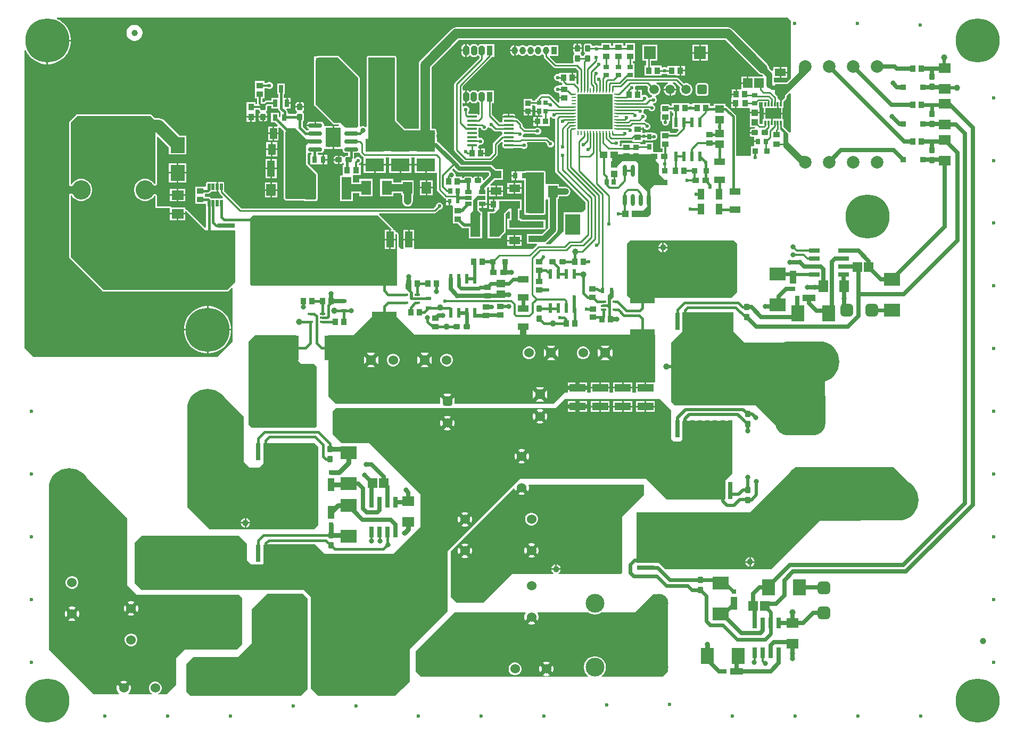
<source format=gtl>
G04*
G04 #@! TF.GenerationSoftware,Altium Limited,CircuitMaker,2.2.1 (2.2.1.6)*
G04*
G04 Layer_Physical_Order=1*
G04 Layer_Color=25308*
%FSLAX44Y44*%
%MOMM*%
G71*
G04*
G04 #@! TF.SameCoordinates,19C9E3CA-E082-4F8C-9F67-3D0F94DA41C6*
G04*
G04*
G04 #@! TF.FilePolarity,Positive*
G04*
G01*
G75*
%ADD11C,0.2500*%
%ADD13C,0.4000*%
%ADD17C,0.5000*%
%ADD18C,0.6000*%
G04:AMPARAMS|DCode=27|XSize=5.5mm|YSize=3.2mm|CornerRadius=0.8mm|HoleSize=0mm|Usage=FLASHONLY|Rotation=0.000|XOffset=0mm|YOffset=0mm|HoleType=Round|Shape=RoundedRectangle|*
%AMROUNDEDRECTD27*
21,1,5.5000,1.6000,0,0,0.0*
21,1,3.9000,3.2000,0,0,0.0*
1,1,1.6000,1.9500,-0.8000*
1,1,1.6000,-1.9500,-0.8000*
1,1,1.6000,-1.9500,0.8000*
1,1,1.6000,1.9500,0.8000*
%
%ADD27ROUNDEDRECTD27*%
%ADD28R,0.9000X0.9000*%
%ADD29R,1.0000X0.9500*%
%ADD30R,0.8000X1.0000*%
G04:AMPARAMS|DCode=31|XSize=0.9652mm|YSize=0.7874mm|CornerRadius=0.0787mm|HoleSize=0mm|Usage=FLASHONLY|Rotation=90.000|XOffset=0mm|YOffset=0mm|HoleType=Round|Shape=RoundedRectangle|*
%AMROUNDEDRECTD31*
21,1,0.9652,0.6299,0,0,90.0*
21,1,0.8077,0.7874,0,0,90.0*
1,1,0.1575,0.3150,0.4039*
1,1,0.1575,0.3150,-0.4039*
1,1,0.1575,-0.3150,-0.4039*
1,1,0.1575,-0.3150,0.4039*
%
%ADD31ROUNDEDRECTD31*%
%ADD32R,0.9500X1.0000*%
%ADD33R,1.0500X0.9000*%
%ADD34R,0.7000X1.2000*%
G04:AMPARAMS|DCode=35|XSize=0.6mm|YSize=2.2mm|CornerRadius=0.15mm|HoleSize=0mm|Usage=FLASHONLY|Rotation=90.000|XOffset=0mm|YOffset=0mm|HoleType=Round|Shape=RoundedRectangle|*
%AMROUNDEDRECTD35*
21,1,0.6000,1.9000,0,0,90.0*
21,1,0.3000,2.2000,0,0,90.0*
1,1,0.3000,0.9500,0.1500*
1,1,0.3000,0.9500,-0.1500*
1,1,0.3000,-0.9500,-0.1500*
1,1,0.3000,-0.9500,0.1500*
%
%ADD35ROUNDEDRECTD35*%
%ADD36R,2.4000X3.1000*%
%ADD37R,3.0000X5.5000*%
%ADD38R,1.6500X2.3000*%
%ADD39R,1.5000X1.9000*%
%ADD40R,2.9972X2.0828*%
%ADD41R,0.9000X1.1000*%
G04:AMPARAMS|DCode=42|XSize=0.9652mm|YSize=0.7874mm|CornerRadius=0.0787mm|HoleSize=0mm|Usage=FLASHONLY|Rotation=0.000|XOffset=0mm|YOffset=0mm|HoleType=Round|Shape=RoundedRectangle|*
%AMROUNDEDRECTD42*
21,1,0.9652,0.6299,0,0,0.0*
21,1,0.8077,0.7874,0,0,0.0*
1,1,0.1575,0.4039,-0.3150*
1,1,0.1575,-0.4039,-0.3150*
1,1,0.1575,-0.4039,0.3150*
1,1,0.1575,0.4039,0.3150*
%
%ADD42ROUNDEDRECTD42*%
%ADD43R,1.1500X1.7000*%
%ADD44R,1.3000X1.8000*%
%ADD45R,1.2000X2.5000*%
%ADD46R,1.6000X3.5500*%
G04:AMPARAMS|DCode=47|XSize=0.45mm|YSize=1.05mm|CornerRadius=0.0225mm|HoleSize=0mm|Usage=FLASHONLY|Rotation=0.000|XOffset=0mm|YOffset=0mm|HoleType=Round|Shape=RoundedRectangle|*
%AMROUNDEDRECTD47*
21,1,0.4500,1.0050,0,0,0.0*
21,1,0.4050,1.0500,0,0,0.0*
1,1,0.0450,0.2025,-0.5025*
1,1,0.0450,-0.2025,-0.5025*
1,1,0.0450,-0.2025,0.5025*
1,1,0.0450,0.2025,0.5025*
%
%ADD47ROUNDEDRECTD47*%
%ADD48R,1.0000X0.9000*%
%ADD49R,2.3000X2.5000*%
G04:AMPARAMS|DCode=50|XSize=1.05mm|YSize=0.9mm|CornerRadius=0.09mm|HoleSize=0mm|Usage=FLASHONLY|Rotation=180.000|XOffset=0mm|YOffset=0mm|HoleType=Round|Shape=RoundedRectangle|*
%AMROUNDEDRECTD50*
21,1,1.0500,0.7200,0,0,180.0*
21,1,0.8700,0.9000,0,0,180.0*
1,1,0.1800,-0.4350,0.3600*
1,1,0.1800,0.4350,0.3600*
1,1,0.1800,0.4350,-0.3600*
1,1,0.1800,-0.4350,-0.3600*
%
%ADD50ROUNDEDRECTD50*%
%ADD51R,0.9000X1.0000*%
%ADD52R,0.6000X0.9000*%
%ADD53R,0.8500X0.4000*%
%ADD54R,0.6096X1.5494*%
%ADD55R,1.7000X1.0500*%
%ADD56R,1.3500X1.2000*%
%ADD57R,0.9000X1.0500*%
%ADD58R,0.9000X0.6000*%
G04:AMPARAMS|DCode=59|XSize=1.05mm|YSize=0.9mm|CornerRadius=0.09mm|HoleSize=0mm|Usage=FLASHONLY|Rotation=90.000|XOffset=0mm|YOffset=0mm|HoleType=Round|Shape=RoundedRectangle|*
%AMROUNDEDRECTD59*
21,1,1.0500,0.7200,0,0,90.0*
21,1,0.8700,0.9000,0,0,90.0*
1,1,0.1800,0.3600,0.4350*
1,1,0.1800,0.3600,-0.4350*
1,1,0.1800,-0.3600,-0.4350*
1,1,0.1800,-0.3600,0.4350*
%
%ADD59ROUNDEDRECTD59*%
%ADD60R,0.7500X0.8500*%
%ADD61R,0.7000X0.8000*%
%ADD62R,0.8500X0.9000*%
%ADD63R,0.9000X0.8500*%
%ADD64R,1.0500X0.9500*%
%ADD65R,0.9000X0.7000*%
%ADD66R,0.7000X0.9000*%
%ADD67R,1.7500X1.2000*%
%ADD68R,1.0000X0.7000*%
%ADD69R,0.9500X1.0500*%
%ADD70R,0.6000X0.8000*%
%ADD71R,1.6000X3.7000*%
%ADD72R,2.4000X1.0000*%
%ADD73R,2.4000X3.3000*%
%ADD74R,0.7000X0.8500*%
%ADD75R,0.9500X0.8500*%
%ADD76O,0.6000X1.9000*%
%ADD77R,1.0000X1.0500*%
%ADD78R,1.0500X1.0000*%
%ADD79R,0.9000X0.9000*%
%ADD80R,1.0500X1.7000*%
%ADD81R,1.9000X2.0000*%
%ADD82R,1.1000X0.9000*%
%ADD83R,2.5000X1.7000*%
%ADD84R,0.3000X0.6500*%
%ADD85R,1.5000X1.5500*%
%ADD86R,4.0000X2.1000*%
%ADD87R,2.1000X4.0000*%
%ADD88R,2.5000X1.2000*%
%ADD89R,2.6000X2.1000*%
%ADD90R,1.9000X1.5000*%
%ADD91R,0.7200X1.7800*%
%ADD92R,0.8000X0.8000*%
%ADD93R,1.1000X2.0000*%
%ADD94R,7.2000X3.7000*%
%ADD95R,2.1000X2.6000*%
%ADD96R,2.0000X1.1000*%
%ADD97R,0.8000X0.8000*%
G04:AMPARAMS|DCode=98|XSize=2mm|YSize=2mm|CornerRadius=0.5mm|HoleSize=0mm|Usage=FLASHONLY|Rotation=180.000|XOffset=0mm|YOffset=0mm|HoleType=Round|Shape=RoundedRectangle|*
%AMROUNDEDRECTD98*
21,1,2.0000,1.0000,0,0,180.0*
21,1,1.0000,2.0000,0,0,180.0*
1,1,1.0000,-0.5000,0.5000*
1,1,1.0000,0.5000,0.5000*
1,1,1.0000,0.5000,-0.5000*
1,1,1.0000,-0.5000,-0.5000*
%
%ADD98ROUNDEDRECTD98*%
%ADD99R,1.7800X0.7200*%
G04:AMPARAMS|DCode=100|XSize=2mm|YSize=2mm|CornerRadius=0.5mm|HoleSize=0mm|Usage=FLASHONLY|Rotation=90.000|XOffset=0mm|YOffset=0mm|HoleType=Round|Shape=RoundedRectangle|*
%AMROUNDEDRECTD100*
21,1,2.0000,1.0000,0,0,90.0*
21,1,1.0000,2.0000,0,0,90.0*
1,1,1.0000,0.5000,0.5000*
1,1,1.0000,0.5000,-0.5000*
1,1,1.0000,-0.5000,-0.5000*
1,1,1.0000,-0.5000,0.5000*
%
%ADD100ROUNDEDRECTD100*%
%ADD101R,0.9000X0.9500*%
%ADD102R,1.2500X1.1000*%
%ADD103O,0.8000X0.2500*%
%ADD104O,0.2500X0.8000*%
%ADD105R,0.8000X0.2500*%
%ADD106R,5.6000X5.6000*%
%ADD107C,1.0000*%
%ADD108R,2.8000X0.8000*%
%ADD109R,8.1000X8.9000*%
%ADD110R,0.8000X2.8000*%
%ADD111R,8.9000X8.1000*%
G04:AMPARAMS|DCode=112|XSize=0.4mm|YSize=1.5mm|CornerRadius=0.1mm|HoleSize=0mm|Usage=FLASHONLY|Rotation=270.000|XOffset=0mm|YOffset=0mm|HoleType=Round|Shape=RoundedRectangle|*
%AMROUNDEDRECTD112*
21,1,0.4000,1.3000,0,0,270.0*
21,1,0.2000,1.5000,0,0,270.0*
1,1,0.2000,-0.6500,-0.1000*
1,1,0.2000,-0.6500,0.1000*
1,1,0.2000,0.6500,0.1000*
1,1,0.2000,0.6500,-0.1000*
%
%ADD112ROUNDEDRECTD112*%
%ADD222C,0.8000*%
%ADD223C,0.7000*%
%ADD224C,0.3000*%
%ADD225C,1.5000*%
%ADD226C,1.0000*%
%ADD227C,0.9000*%
%ADD228C,2.0000*%
%ADD229C,1.2000*%
%ADD230R,2.9210X6.4770*%
%ADD231R,2.9000X10.2000*%
%ADD232R,1.6500X10.2000*%
%ADD233R,10.2000X2.9000*%
%ADD234R,10.2000X1.6500*%
%ADD235R,9.2710X9.7790*%
G04:AMPARAMS|DCode=236|XSize=1.524mm|YSize=1.524mm|CornerRadius=0.381mm|HoleSize=0mm|Usage=FLASHONLY|Rotation=180.000|XOffset=0mm|YOffset=0mm|HoleType=Round|Shape=RoundedRectangle|*
%AMROUNDEDRECTD236*
21,1,1.5240,0.7620,0,0,180.0*
21,1,0.7620,1.5240,0,0,180.0*
1,1,0.7620,-0.3810,0.3810*
1,1,0.7620,0.3810,0.3810*
1,1,0.7620,0.3810,-0.3810*
1,1,0.7620,-0.3810,-0.3810*
%
%ADD236ROUNDEDRECTD236*%
%ADD237C,1.5240*%
G04:AMPARAMS|DCode=238|XSize=1.524mm|YSize=1.524mm|CornerRadius=0.381mm|HoleSize=0mm|Usage=FLASHONLY|Rotation=270.000|XOffset=0mm|YOffset=0mm|HoleType=Round|Shape=RoundedRectangle|*
%AMROUNDEDRECTD238*
21,1,1.5240,0.7620,0,0,270.0*
21,1,0.7620,1.5240,0,0,270.0*
1,1,0.7620,-0.3810,-0.3810*
1,1,0.7620,-0.3810,0.3810*
1,1,0.7620,0.3810,0.3810*
1,1,0.7620,0.3810,-0.3810*
%
%ADD238ROUNDEDRECTD238*%
%ADD239C,2.0000*%
%ADD240R,0.9500X1.5000*%
G04:AMPARAMS|DCode=241|XSize=1.5mm|YSize=0.95mm|CornerRadius=0mm|HoleSize=0mm|Usage=FLASHONLY|Rotation=270.000|XOffset=0mm|YOffset=0mm|HoleType=Round|Shape=Octagon|*
%AMOCTAGOND241*
4,1,8,-0.2375,-0.7500,0.2375,-0.7500,0.4750,-0.5125,0.4750,0.5125,0.2375,0.7500,-0.2375,0.7500,-0.4750,0.5125,-0.4750,-0.5125,-0.2375,-0.7500,0.0*
%
%ADD241OCTAGOND241*%

%ADD242O,0.9500X1.2000*%
%ADD243R,0.9500X1.2000*%
%ADD244C,3.0000*%
%ADD245C,7.0000*%
G04:AMPARAMS|DCode=246|XSize=8mm|YSize=8mm|CornerRadius=2mm|HoleSize=0mm|Usage=FLASHONLY|Rotation=270.000|XOffset=0mm|YOffset=0mm|HoleType=Round|Shape=RoundedRectangle|*
%AMROUNDEDRECTD246*
21,1,8.0000,4.0000,0,0,270.0*
21,1,4.0000,8.0000,0,0,270.0*
1,1,4.0000,-2.0000,-2.0000*
1,1,4.0000,-2.0000,2.0000*
1,1,4.0000,2.0000,2.0000*
1,1,4.0000,2.0000,-2.0000*
%
%ADD246ROUNDEDRECTD246*%
%ADD247O,11.0000X6.5000*%
%ADD248O,6.5000X11.0000*%
%ADD249C,1.5000*%
G04:AMPARAMS|DCode=250|XSize=1.5mm|YSize=1.5mm|CornerRadius=0.15mm|HoleSize=0mm|Usage=FLASHONLY|Rotation=180.000|XOffset=0mm|YOffset=0mm|HoleType=Round|Shape=RoundedRectangle|*
%AMROUNDEDRECTD250*
21,1,1.5000,1.2000,0,0,180.0*
21,1,1.2000,1.5000,0,0,180.0*
1,1,0.3000,-0.6000,0.6000*
1,1,0.3000,0.6000,0.6000*
1,1,0.3000,0.6000,-0.6000*
1,1,0.3000,-0.6000,-0.6000*
%
%ADD250ROUNDEDRECTD250*%
%ADD251C,0.5000*%
%ADD252C,0.6000*%
%ADD253C,0.8000*%
G36*
X1277620Y1361440D02*
Y1269795D01*
X1271484Y1263659D01*
X1253490D01*
X1252515Y1263465D01*
X1252514Y1263465D01*
X1250544Y1264527D01*
Y1270650D01*
X1259840D01*
Y1279190D01*
Y1287730D01*
X1249820D01*
Y1282713D01*
X1247820Y1281885D01*
X1243164Y1286542D01*
X1242913Y1288448D01*
X1241905Y1290880D01*
X1240302Y1292969D01*
X1185019Y1348252D01*
X1182930Y1349855D01*
X1180498Y1350863D01*
X1177887Y1351206D01*
X745490D01*
X742879Y1350863D01*
X740447Y1349855D01*
X738358Y1348252D01*
X688828Y1298722D01*
X687225Y1296633D01*
X686217Y1294200D01*
X685874Y1291590D01*
Y1189999D01*
X663996D01*
X650249Y1203746D01*
Y1303020D01*
X650055Y1303995D01*
X649710Y1304512D01*
Y1305080D01*
X649117D01*
X648675Y1305375D01*
X647700Y1305569D01*
X605790D01*
X604815Y1305375D01*
X603988Y1304822D01*
X603435Y1303995D01*
X603241Y1303020D01*
Y1193130D01*
X601241Y1192301D01*
X600891Y1192651D01*
X599409Y1193507D01*
X597756Y1193950D01*
X596044D01*
X594391Y1193507D01*
X593937Y1193245D01*
X593668Y1193290D01*
X591988Y1194429D01*
Y1196570D01*
X591829Y1197371D01*
Y1271270D01*
X591635Y1272245D01*
X591082Y1273072D01*
X559332Y1304822D01*
X558506Y1305375D01*
X557530Y1305569D01*
X525780D01*
X524804Y1305375D01*
X524363Y1305080D01*
X519710D01*
Y1300327D01*
X519615Y1300186D01*
X519421Y1299210D01*
Y1228090D01*
X519615Y1227115D01*
X520168Y1226288D01*
X549378Y1197078D01*
X550205Y1196525D01*
X551180Y1196331D01*
X558718D01*
X558899Y1196060D01*
X557830Y1194060D01*
X551180D01*
Y1176020D01*
Y1157980D01*
X562832D01*
X564450Y1157980D01*
X564832Y1156138D01*
Y1155470D01*
X565142Y1153909D01*
X566026Y1152586D01*
X567349Y1151702D01*
X568910Y1151392D01*
X573822D01*
Y1146961D01*
X570382D01*
X569100Y1146706D01*
X568012Y1145980D01*
X567554Y1145294D01*
X566662Y1145118D01*
X566181Y1145120D01*
X565333Y1145296D01*
X564856Y1146009D01*
X563756Y1146744D01*
X562458Y1147002D01*
X559689D01*
Y1140460D01*
Y1133918D01*
X562458D01*
X563756Y1134176D01*
X564856Y1134911D01*
X565032Y1135174D01*
X567032Y1134567D01*
Y1131950D01*
X564620D01*
Y1116990D01*
X564620Y1115950D01*
X563018Y1114990D01*
X560540D01*
Y1074490D01*
X581540D01*
Y1087437D01*
X591240D01*
Y1082010D01*
X612740D01*
Y1110010D01*
X591240D01*
Y1104583D01*
X581540D01*
Y1113950D01*
X581540Y1114990D01*
X583142Y1115950D01*
X593620D01*
Y1131950D01*
X590698D01*
Y1133824D01*
X592396Y1134527D01*
X593943Y1136075D01*
X594780Y1138096D01*
Y1140284D01*
X593943Y1142306D01*
X592396Y1143853D01*
X590374Y1144690D01*
X588186D01*
X586165Y1143853D01*
X584617Y1142306D01*
X582441Y1142279D01*
X582412Y1142338D01*
X582649Y1142693D01*
X582998Y1144449D01*
Y1151392D01*
X587910D01*
X589471Y1151702D01*
X589807Y1151926D01*
X590157Y1151920D01*
X591977Y1151031D01*
X592098Y1150427D01*
X592926Y1149186D01*
X596736Y1145376D01*
X597977Y1144548D01*
X598424Y1144459D01*
Y1133856D01*
X615950D01*
Y1132586D01*
D01*
Y1133856D01*
X633476D01*
Y1144257D01*
X639064D01*
Y1133856D01*
X656590D01*
X674116D01*
Y1144257D01*
X679704D01*
Y1133856D01*
X697230D01*
Y1132586D01*
X698500D01*
Y1119632D01*
X714756D01*
X714997Y1117732D01*
Y1093309D01*
X715288Y1091846D01*
X716116Y1090606D01*
X726763Y1079959D01*
X728004Y1079130D01*
X729467Y1078839D01*
X729640D01*
Y1075690D01*
X735180D01*
Y1074420D01*
X736450D01*
Y1067880D01*
X739069D01*
X740530Y1066580D01*
X740530Y1065959D01*
Y1052580D01*
Y1039080D01*
X747820D01*
X754185Y1032715D01*
X755839Y1031610D01*
X757790Y1031222D01*
X765710D01*
Y1015320D01*
X786710D01*
Y1057320D01*
X785245D01*
X781738Y1060827D01*
Y1063960D01*
X785700D01*
Y1070000D01*
X786970D01*
Y1071270D01*
X794510D01*
Y1076040D01*
X794470D01*
Y1083000D01*
Y1095000D01*
X794470Y1095000D01*
X794470D01*
X795433Y1096577D01*
X795852Y1096996D01*
X797700Y1096230D01*
Y1091900D01*
X807720D01*
Y1099170D01*
X800640D01*
X799874Y1101018D01*
X806986Y1108130D01*
X820240D01*
Y1125130D01*
X809141D01*
X803456Y1130816D01*
X801471Y1132142D01*
X799130Y1132607D01*
X753104D01*
X748546Y1137166D01*
X748546Y1137166D01*
X717812Y1167900D01*
X715827Y1169226D01*
X714716Y1169447D01*
Y1176488D01*
X714313D01*
X713809Y1178488D01*
X714379Y1179475D01*
X714890Y1181383D01*
Y1183357D01*
X714379Y1185265D01*
X713749Y1186356D01*
Y1187450D01*
X713555Y1188425D01*
X713002Y1189252D01*
X712175Y1189805D01*
X711200Y1189999D01*
X706046D01*
Y1287412D01*
X749668Y1331034D01*
X1173709D01*
X1226038Y1278705D01*
X1228127Y1277102D01*
X1230559Y1276094D01*
X1232465Y1275844D01*
X1233831Y1274478D01*
X1233066Y1272630D01*
X1218970D01*
Y1272670D01*
X1210200D01*
Y1262380D01*
X1208930D01*
Y1261110D01*
X1198890D01*
Y1253730D01*
X1197900Y1252140D01*
X1192130D01*
Y1244600D01*
X1190860D01*
Y1243330D01*
X1183820D01*
Y1238670D01*
X1183070D01*
Y1231900D01*
X1190110D01*
Y1230630D01*
X1191380D01*
Y1222590D01*
X1196127D01*
X1197150Y1222590D01*
Y1222590D01*
X1198110Y1222630D01*
Y1222630D01*
X1211108D01*
X1212110Y1222630D01*
X1212930Y1220970D01*
Y1216540D01*
X1220470D01*
X1228010D01*
Y1222687D01*
X1228010Y1223060D01*
X1228010Y1223060D01*
X1227470Y1224480D01*
X1227470Y1224480D01*
Y1232047D01*
X1233180D01*
Y1223120D01*
X1234640D01*
Y1215390D01*
X1249680D01*
X1264720D01*
Y1223120D01*
X1266180D01*
Y1230175D01*
X1266216Y1230357D01*
Y1233282D01*
X1270059Y1237125D01*
X1270611Y1237952D01*
X1270806Y1238928D01*
Y1241801D01*
X1275772Y1246768D01*
X1277620Y1246002D01*
Y1184768D01*
X1275620Y1184161D01*
X1275612Y1184172D01*
X1266199Y1193586D01*
Y1198768D01*
X1266216Y1198854D01*
X1266180Y1199036D01*
Y1205120D01*
X1264720D01*
Y1212850D01*
X1249680D01*
X1234640D01*
Y1205120D01*
X1233180D01*
Y1196988D01*
X1229159D01*
X1227970Y1198177D01*
Y1207480D01*
X1228010D01*
Y1214000D01*
X1220470D01*
X1212930D01*
Y1207480D01*
X1212970D01*
Y1192520D01*
X1221189D01*
X1221445Y1192137D01*
X1220376Y1190137D01*
X1215973D01*
X1214675Y1189879D01*
X1213574Y1189144D01*
X1212839Y1188043D01*
X1212580Y1186745D01*
Y1184865D01*
X1220012D01*
Y1182325D01*
X1212580D01*
Y1180446D01*
X1212839Y1179147D01*
X1213574Y1178047D01*
X1214675Y1177311D01*
X1215973Y1177053D01*
X1217502D01*
X1219360Y1176710D01*
X1219360Y1175053D01*
Y1170940D01*
X1225400D01*
Y1168400D01*
X1219360D01*
Y1163430D01*
X1219360Y1162630D01*
X1217857Y1161430D01*
X1214130D01*
Y1147430D01*
X1212387Y1146810D01*
X1190768D01*
Y1209040D01*
X1190419Y1210796D01*
X1189424Y1212284D01*
X1177114Y1224594D01*
X1175626Y1225589D01*
X1173870Y1225938D01*
X1173840D01*
Y1229850D01*
X1155340D01*
Y1225938D01*
X1149130D01*
Y1230510D01*
X1121630D01*
Y1229620D01*
X1119967Y1228509D01*
X1119964Y1228510D01*
X1117776D01*
X1117773Y1228509D01*
X1116110Y1229620D01*
Y1230510D01*
X1088610D01*
Y1225818D01*
X1085951D01*
X1085783Y1226667D01*
X1085031Y1227791D01*
X1083907Y1228543D01*
X1082580Y1228807D01*
X1073880D01*
X1072553Y1228543D01*
X1071429Y1227791D01*
X1070677Y1226667D01*
X1070413Y1225340D01*
Y1218140D01*
X1070677Y1216813D01*
X1070963Y1216386D01*
X1071273Y1214990D01*
X1070963Y1213594D01*
X1070677Y1213167D01*
X1070413Y1211840D01*
Y1204640D01*
X1070677Y1203313D01*
X1071429Y1202189D01*
X1072553Y1201437D01*
X1072635Y1201421D01*
X1072730Y1201244D01*
Y1199056D01*
X1073567Y1197035D01*
X1075115Y1195487D01*
X1077136Y1194650D01*
X1079324D01*
X1081346Y1195487D01*
X1082893Y1197035D01*
X1083730Y1199056D01*
Y1201244D01*
X1083825Y1201421D01*
X1083907Y1201437D01*
X1085031Y1202189D01*
X1085783Y1203313D01*
X1086047Y1204640D01*
Y1211840D01*
X1085783Y1213167D01*
X1085497Y1213594D01*
X1085187Y1214990D01*
X1085497Y1216386D01*
X1085783Y1216813D01*
X1085951Y1217662D01*
X1088610D01*
Y1215510D01*
X1090662D01*
Y1209889D01*
X1089192D01*
Y1189395D01*
X1098249D01*
X1099077Y1187395D01*
X1094721Y1183038D01*
X1085980D01*
Y1185960D01*
X1070480D01*
Y1171960D01*
Y1158460D01*
X1074152D01*
Y1152790D01*
X1068570D01*
Y1152790D01*
X1067570D01*
Y1152790D01*
X1060247D01*
X1058919Y1154240D01*
Y1167740D01*
X1046919D01*
Y1164813D01*
X1038490D01*
Y1166660D01*
X1023990D01*
X1023500Y1166910D01*
Y1166910D01*
X1008500D01*
Y1162063D01*
X1006427D01*
X1005485Y1164063D01*
X1006090Y1165523D01*
Y1167711D01*
X1005586Y1168926D01*
X1006672Y1170927D01*
X1024890D01*
X1026636Y1169235D01*
Y1168817D01*
X1041636D01*
Y1171261D01*
X1042893Y1172101D01*
X1045081D01*
X1045256Y1172173D01*
X1046919Y1171062D01*
Y1170740D01*
X1058919D01*
Y1171831D01*
X1059156Y1171990D01*
X1061344D01*
X1063366Y1172827D01*
X1064913Y1174374D01*
X1065750Y1176396D01*
Y1178584D01*
X1064913Y1180605D01*
X1063366Y1182153D01*
X1061344Y1182990D01*
X1059156D01*
X1058919Y1183149D01*
Y1184240D01*
X1046919D01*
Y1184139D01*
X1045256Y1183028D01*
X1045081Y1183101D01*
X1042893D01*
X1041676Y1183914D01*
Y1188047D01*
X1034136D01*
Y1190587D01*
X1041676D01*
Y1191932D01*
X1043676Y1192329D01*
X1044357Y1190685D01*
X1045904Y1189137D01*
X1047926Y1188300D01*
X1050114D01*
X1052135Y1189137D01*
X1053683Y1190685D01*
X1054520Y1192706D01*
Y1194894D01*
X1053683Y1196916D01*
X1052135Y1198463D01*
X1050114Y1199300D01*
X1048927D01*
X1047181Y1201046D01*
X1045940Y1201875D01*
X1045285Y1202005D01*
X1045081Y1204085D01*
X1045786Y1204377D01*
X1047333Y1205925D01*
X1048170Y1207946D01*
Y1210134D01*
X1047333Y1212156D01*
X1045786Y1213703D01*
X1043764Y1214540D01*
X1043712Y1216540D01*
X1043751Y1216634D01*
Y1218822D01*
X1043634Y1219104D01*
X1044745Y1220767D01*
X1051616D01*
X1051977Y1219894D01*
X1053524Y1218347D01*
X1055546Y1217510D01*
X1057734D01*
X1059755Y1218347D01*
X1061303Y1219894D01*
X1062140Y1221916D01*
Y1224104D01*
X1061303Y1226125D01*
X1059755Y1227673D01*
X1058749Y1228089D01*
X1059147Y1230089D01*
X1060475D01*
X1062496Y1230927D01*
X1064043Y1232474D01*
X1064881Y1234495D01*
Y1236683D01*
X1064043Y1238705D01*
X1062496Y1240252D01*
X1062391Y1240295D01*
X1062530Y1242403D01*
X1064390Y1242902D01*
X1066670Y1244218D01*
X1068532Y1246080D01*
X1069848Y1248360D01*
X1070530Y1250903D01*
Y1253537D01*
X1069848Y1256080D01*
X1068532Y1258360D01*
X1066670Y1260222D01*
X1064390Y1261538D01*
X1064024Y1261637D01*
X1064287Y1263637D01*
X1082018D01*
X1082281Y1261637D01*
X1082055Y1261576D01*
X1079765Y1260254D01*
X1077896Y1258385D01*
X1076574Y1256095D01*
X1075890Y1253542D01*
Y1253490D01*
X1085930D01*
X1095970D01*
Y1253542D01*
X1095286Y1256095D01*
X1093964Y1258385D01*
X1092095Y1260254D01*
X1089805Y1261576D01*
X1089578Y1261637D01*
X1089842Y1263637D01*
X1094506D01*
X1102030Y1256113D01*
X1102011Y1256080D01*
X1101330Y1253537D01*
Y1250903D01*
X1102011Y1248360D01*
X1103328Y1246080D01*
X1105190Y1244218D01*
X1107470Y1242902D01*
X1110014Y1242220D01*
X1112646D01*
X1115190Y1242902D01*
X1117470Y1244218D01*
X1119332Y1246080D01*
X1120648Y1248360D01*
X1121330Y1250903D01*
Y1253537D01*
X1120648Y1256080D01*
X1119332Y1258360D01*
X1117470Y1260222D01*
X1115190Y1261538D01*
X1112646Y1262220D01*
X1110014D01*
X1107470Y1261538D01*
X1107438Y1261520D01*
X1098794Y1270164D01*
X1097553Y1270992D01*
X1096090Y1271283D01*
X1029350D01*
Y1280930D01*
X1029350D01*
Y1281930D01*
X1029350D01*
Y1293930D01*
X1026173D01*
Y1297410D01*
X1030100D01*
Y1311910D01*
Y1326410D01*
X1014600D01*
Y1321664D01*
X1011050D01*
Y1326410D01*
X995550D01*
Y1321664D01*
X992000D01*
Y1326410D01*
X976500D01*
Y1321664D01*
X972097D01*
X970104Y1322490D01*
X967916D01*
X965923Y1321664D01*
X961421D01*
Y1321880D01*
X961166Y1323162D01*
X960440Y1324250D01*
X959352Y1324976D01*
X958070Y1325231D01*
X951770D01*
X950488Y1324976D01*
X949400Y1324250D01*
X948674Y1323162D01*
X948419Y1321880D01*
Y1313802D01*
X948674Y1312520D01*
X949400Y1311432D01*
X950133Y1310943D01*
X950312Y1309950D01*
Y1309730D01*
X950133Y1308737D01*
X949400Y1308248D01*
X948674Y1307160D01*
X948419Y1305878D01*
Y1305662D01*
X944911D01*
Y1305878D01*
X944656Y1307160D01*
X943930Y1308248D01*
X943244Y1308706D01*
X943068Y1309598D01*
X943071Y1310079D01*
X943246Y1310927D01*
X943959Y1311404D01*
X944694Y1312504D01*
X944952Y1313802D01*
Y1316571D01*
X938410D01*
X931868D01*
Y1313802D01*
X932126Y1312504D01*
X932861Y1311404D01*
X933575Y1310927D01*
X933749Y1310079D01*
X933752Y1309598D01*
X933576Y1308706D01*
X932890Y1308248D01*
X932164Y1307160D01*
X931909Y1305878D01*
Y1297800D01*
X932164Y1296518D01*
X932414Y1296143D01*
X931490Y1294143D01*
X904554D01*
X894747Y1303950D01*
X895576Y1305950D01*
X908350D01*
Y1322950D01*
X893850D01*
X893850Y1322950D01*
X891850Y1322201D01*
X890493Y1322763D01*
X888600Y1323013D01*
X886707Y1322763D01*
X884944Y1322033D01*
X883429Y1320871D01*
X883350Y1320768D01*
X881350D01*
X881271Y1320871D01*
X879756Y1322033D01*
X877993Y1322763D01*
X876100Y1323013D01*
X874207Y1322763D01*
X872444Y1322033D01*
X870929Y1320871D01*
X870850Y1320768D01*
X868850D01*
X868771Y1320871D01*
X867256Y1322033D01*
X865493Y1322763D01*
X863600Y1323013D01*
X861707Y1322763D01*
X859944Y1322033D01*
X858657Y1321046D01*
X857819Y1320768D01*
X856881D01*
X856043Y1321046D01*
X854756Y1322033D01*
X852993Y1322763D01*
X851100Y1323013D01*
X849207Y1322763D01*
X847444Y1322033D01*
X846189Y1321070D01*
X845244Y1320800D01*
X843875D01*
X843799Y1320899D01*
X842277Y1322068D01*
X840503Y1322802D01*
X839870Y1322886D01*
Y1314450D01*
Y1306014D01*
X840503Y1306098D01*
X842276Y1306832D01*
X843799Y1308001D01*
X843875Y1308100D01*
X845244D01*
X846189Y1307830D01*
X847444Y1306867D01*
X849207Y1306137D01*
X851100Y1305887D01*
X852993Y1306137D01*
X854756Y1306867D01*
X856271Y1308029D01*
X856350Y1308132D01*
X858350D01*
X858429Y1308029D01*
X859944Y1306867D01*
X861707Y1306137D01*
X863600Y1305887D01*
X865493Y1306137D01*
X867256Y1306867D01*
X868771Y1308029D01*
X868850Y1308132D01*
X870850D01*
X870929Y1308029D01*
X872444Y1306867D01*
X874207Y1306137D01*
X876100Y1305887D01*
X877993Y1306137D01*
X879756Y1306867D01*
X881271Y1308029D01*
X883260Y1308121D01*
X884777Y1306748D01*
Y1304690D01*
X885068Y1303227D01*
X885896Y1301986D01*
X900266Y1287616D01*
X901507Y1286788D01*
X902970Y1286497D01*
X935676D01*
X940317Y1281856D01*
Y1260994D01*
X938469Y1260228D01*
X936461Y1262236D01*
X937080Y1263730D01*
X937080D01*
Y1270000D01*
X930040D01*
Y1271270D01*
X928770D01*
Y1278810D01*
X923000D01*
Y1278770D01*
X909540D01*
Y1277880D01*
X907877Y1276769D01*
X907874Y1276770D01*
X905686D01*
X903664Y1275933D01*
X902117Y1274386D01*
X901280Y1272364D01*
Y1270176D01*
X902117Y1268155D01*
X903664Y1266607D01*
X905686Y1265770D01*
X907874D01*
X907877Y1265771D01*
X909540Y1264660D01*
Y1263770D01*
X913066D01*
X913836Y1262616D01*
X914985Y1261468D01*
X914220Y1259620D01*
X909440D01*
Y1259026D01*
X908085Y1258120D01*
X905897D01*
X903875Y1257283D01*
X902328Y1255735D01*
X901491Y1253714D01*
Y1251526D01*
X902328Y1249504D01*
X903875Y1247957D01*
X905897Y1247120D01*
X907798D01*
X908357Y1246785D01*
X909400Y1245500D01*
Y1240390D01*
X916940D01*
Y1237850D01*
X909400D01*
Y1232436D01*
X907734Y1231273D01*
X895524Y1243484D01*
X894283Y1244312D01*
X892820Y1244603D01*
X881370D01*
X879907Y1244312D01*
X878666Y1243484D01*
X874696Y1239514D01*
X873868Y1238273D01*
X873720Y1237530D01*
X871400D01*
Y1234853D01*
X866790D01*
Y1237530D01*
X852790D01*
Y1224570D01*
X852750D01*
Y1219050D01*
X866830D01*
Y1224570D01*
X866790D01*
Y1227207D01*
X869849D01*
X871247Y1225207D01*
X871110Y1224320D01*
X871110Y1224320D01*
X871110Y1224320D01*
Y1218800D01*
X877400D01*
Y1217530D01*
X878670D01*
Y1210740D01*
X881447D01*
X882295Y1208972D01*
X881670Y1208460D01*
X876150D01*
Y1201420D01*
Y1194380D01*
X881670D01*
Y1194420D01*
X894630D01*
Y1207609D01*
X895466Y1208019D01*
X896630Y1208222D01*
X897930Y1206922D01*
X899952Y1206085D01*
X902140D01*
X902957Y1205539D01*
Y1122680D01*
X903248Y1121217D01*
X904076Y1119976D01*
X951217Y1072836D01*
Y1061707D01*
X946895Y1057385D01*
X945200Y1056590D01*
Y1056590D01*
X945200Y1056590D01*
X916200D01*
Y1026690D01*
X895283Y1005773D01*
X888655D01*
X888575Y1005845D01*
X888192Y1007773D01*
X888832Y1008039D01*
X890399Y1009241D01*
X904509Y1023351D01*
X904509Y1023351D01*
X905711Y1024918D01*
X906467Y1026742D01*
X906725Y1028700D01*
X906725Y1028700D01*
Y1077660D01*
X909160D01*
Y1082095D01*
X919480D01*
X921438Y1082353D01*
X923262Y1083109D01*
X924829Y1084311D01*
X926031Y1085878D01*
X926787Y1087702D01*
X927045Y1089660D01*
X926787Y1091618D01*
X926031Y1093442D01*
X924829Y1095009D01*
X923262Y1096211D01*
X921438Y1096967D01*
X919480Y1097225D01*
X909160D01*
Y1101660D01*
X889739D01*
X889160Y1101660D01*
X887739Y1103058D01*
Y1120140D01*
X887545Y1121115D01*
X886992Y1121942D01*
X886165Y1122495D01*
X885190Y1122689D01*
X855980D01*
X855005Y1122495D01*
X854354Y1122060D01*
X847463D01*
X845480Y1122100D01*
X845457Y1122100D01*
X840710D01*
Y1115060D01*
Y1108020D01*
X845457D01*
X845480Y1108020D01*
X847463Y1108060D01*
X853431D01*
Y1055370D01*
X853625Y1054395D01*
X854178Y1053568D01*
X855005Y1053015D01*
X855980Y1052821D01*
X885190D01*
X886165Y1053015D01*
X886278Y1053090D01*
X887200D01*
Y1053878D01*
X887545Y1054395D01*
X887739Y1055370D01*
Y1076262D01*
X889160Y1077660D01*
X889595Y1077660D01*
X891595Y1077313D01*
Y1031833D01*
X888739Y1028977D01*
X887200Y1030267D01*
X887200Y1032017D01*
Y1045090D01*
X873192D01*
X872700Y1045155D01*
X849450D01*
Y1046390D01*
X845765D01*
Y1053465D01*
Y1060540D01*
X849450D01*
Y1077540D01*
X826950D01*
Y1076845D01*
X815266D01*
X815240Y1076840D01*
X811820D01*
Y1076880D01*
X806050D01*
Y1069340D01*
Y1061800D01*
X806447D01*
X807275Y1059800D01*
X804795Y1057320D01*
X795710D01*
Y1015320D01*
X816710D01*
Y1017575D01*
X823012Y1023878D01*
X823565Y1024705D01*
X823759Y1025680D01*
Y1053834D01*
X828635Y1058710D01*
X830635Y1057882D01*
Y1046390D01*
X826950D01*
Y1029390D01*
X849450D01*
Y1030025D01*
X872700D01*
X873192Y1030090D01*
X885208D01*
X887023Y1030090D01*
X888313Y1028551D01*
X881852Y1022090D01*
X858200D01*
Y1007090D01*
X873563D01*
X874170Y1005090D01*
X873516Y1004654D01*
X867323Y998460D01*
X678860D01*
Y1012190D01*
X661780D01*
Y998460D01*
X657860D01*
X654059Y1002261D01*
Y1021080D01*
X653865Y1022056D01*
X653312Y1022882D01*
X651836Y1024359D01*
X651009Y1024912D01*
X650033Y1025106D01*
X650033Y1025106D01*
X649111Y1026294D01*
X648820Y1026904D01*
Y1028460D01*
X647263D01*
X645466Y1029673D01*
X645272Y1030649D01*
X644719Y1031476D01*
X622838Y1053357D01*
X622838Y1053382D01*
X623448Y1055357D01*
X711200D01*
X712663Y1055648D01*
X713904Y1056476D01*
X718727Y1061300D01*
X719914D01*
X721936Y1062137D01*
X723483Y1063684D01*
X724320Y1065706D01*
Y1067894D01*
X723483Y1069915D01*
X721936Y1071463D01*
X719914Y1072300D01*
X717726D01*
X715704Y1071463D01*
X714157Y1069915D01*
X713320Y1067894D01*
Y1066707D01*
X709616Y1063003D01*
X403504D01*
X375816Y1090691D01*
X376412Y1091582D01*
X376623Y1092645D01*
Y1102695D01*
X376412Y1103758D01*
X375810Y1104660D01*
X374908Y1105262D01*
X373845Y1105473D01*
X369795D01*
X368732Y1105262D01*
X368606Y1105178D01*
X368424Y1105300D01*
X367345Y1105514D01*
X366590D01*
Y1097670D01*
Y1089826D01*
X367345D01*
X368257Y1087968D01*
X368288Y1087817D01*
X369116Y1086576D01*
X374513Y1081180D01*
X374055Y1079872D01*
X373591Y1079273D01*
X369795D01*
X368732Y1079062D01*
X368570Y1078954D01*
X368408Y1079062D01*
X367345Y1079273D01*
X363295D01*
X362232Y1079062D01*
X362070Y1078954D01*
X361908Y1079062D01*
X360845Y1079273D01*
X356795D01*
X355732Y1079062D01*
X355570Y1078954D01*
X355493Y1079005D01*
X354078Y1080421D01*
X352589Y1081415D01*
X350833Y1081765D01*
X345713D01*
Y1086088D01*
X349897D01*
X351653Y1086438D01*
X353141Y1087432D01*
X355564Y1089855D01*
X355719Y1090087D01*
X355732Y1090078D01*
X356795Y1089866D01*
X360845D01*
X361908Y1090078D01*
X362034Y1090162D01*
X362216Y1090040D01*
X363295Y1089826D01*
X364050D01*
Y1097670D01*
Y1105514D01*
X363295D01*
X362216Y1105300D01*
X362034Y1105178D01*
X361908Y1105262D01*
X360845Y1105473D01*
X356795D01*
X355732Y1105262D01*
X355570Y1105154D01*
X355408Y1105262D01*
X354345Y1105473D01*
X350295D01*
X349232Y1105262D01*
X348330Y1104660D01*
X347728Y1103758D01*
X347517Y1102695D01*
Y1098150D01*
X345713Y1097676D01*
Y1097676D01*
X330713D01*
Y1083676D01*
Y1070176D01*
X345713D01*
Y1070176D01*
X347517Y1069703D01*
Y1066445D01*
X347728Y1065382D01*
X347732Y1065376D01*
Y1032841D01*
X345732Y1032013D01*
X317276Y1060468D01*
X316449Y1061020D01*
X315473Y1061214D01*
X314260Y1063012D01*
Y1064340D01*
X292582D01*
X292575Y1064375D01*
X292022Y1065202D01*
X291196Y1065754D01*
X290220Y1065948D01*
X269249D01*
Y1082860D01*
X269224Y1082984D01*
X269237Y1083110D01*
X269128Y1083468D01*
X269055Y1083835D01*
X268985Y1083940D01*
X268948Y1084061D01*
X268710Y1084351D01*
X268502Y1084662D01*
X268397Y1084733D01*
X268317Y1084830D01*
X267987Y1085007D01*
X267675Y1085215D01*
X267551Y1085239D01*
X267440Y1085299D01*
X266170Y1085684D01*
X266044Y1085697D01*
X265927Y1085745D01*
X265553D01*
X265180Y1085782D01*
X265059Y1085745D01*
X264933D01*
X264587Y1085602D01*
X264228Y1085493D01*
X264131Y1085413D01*
X264014Y1085365D01*
X263749Y1085100D01*
X263460Y1084862D01*
X263400Y1084751D01*
X263311Y1084661D01*
X262113Y1082869D01*
X260031Y1080787D01*
X257582Y1079151D01*
X254861Y1078024D01*
X251973Y1077449D01*
X249028D01*
X246139Y1078024D01*
X243418Y1079150D01*
X240969Y1080787D01*
X238887Y1082869D01*
X237251Y1085318D01*
X236124Y1088039D01*
X235549Y1090928D01*
Y1093873D01*
X236124Y1096761D01*
X237251Y1099482D01*
X238887Y1101931D01*
X240969Y1104013D01*
X243418Y1105649D01*
X246139Y1106777D01*
X249028Y1107351D01*
X251973D01*
X254861Y1106777D01*
X257582Y1105649D01*
X260031Y1104013D01*
X262113Y1101931D01*
X263311Y1100139D01*
X263400Y1100049D01*
X263460Y1099938D01*
X263749Y1099700D01*
X264014Y1099436D01*
X264131Y1099387D01*
X264228Y1099307D01*
X264587Y1099198D01*
X264933Y1099055D01*
X265059D01*
X265180Y1099018D01*
X265553Y1099055D01*
X265927D01*
X266044Y1099103D01*
X266170Y1099116D01*
X267440Y1099501D01*
X267551Y1099560D01*
X267675Y1099585D01*
X267987Y1099793D01*
X268317Y1099970D01*
X268397Y1100068D01*
X268502Y1100138D01*
X268710Y1100449D01*
X268948Y1100739D01*
X268985Y1100860D01*
X269055Y1100965D01*
X269128Y1101332D01*
X269237Y1101690D01*
X269224Y1101816D01*
X269249Y1101940D01*
Y1176398D01*
X271097Y1177163D01*
X288260Y1160000D01*
Y1148830D01*
X316260D01*
Y1178830D01*
X305090D01*
X281005Y1202915D01*
X278394Y1204919D01*
X275353Y1206178D01*
X272090Y1206608D01*
X266387D01*
X260882Y1212112D01*
X260056Y1212665D01*
X259080Y1212859D01*
X142240D01*
X141264Y1212665D01*
X140438Y1212112D01*
X130278Y1201952D01*
X129725Y1201125D01*
X129531Y1200150D01*
Y1100778D01*
X129580Y1100531D01*
Y1100280D01*
X129676Y1100048D01*
X129725Y1099802D01*
X129865Y1099593D01*
X129961Y1099361D01*
X130138Y1099184D01*
X130278Y1098975D01*
X130486Y1098836D01*
X130664Y1098658D01*
X130896Y1098562D01*
X131105Y1098423D01*
X131351Y1098374D01*
X131583Y1098278D01*
X132828Y1098030D01*
X133080D01*
X133326Y1097981D01*
X133572Y1098030D01*
X133823D01*
X134055Y1098126D01*
X134301Y1098175D01*
X134510Y1098314D01*
X134742Y1098410D01*
X134919Y1098588D01*
X135128Y1098727D01*
X135267Y1098936D01*
X135445Y1099114D01*
X135511Y1099273D01*
X137287Y1101931D01*
X139369Y1104013D01*
X141818Y1105649D01*
X144539Y1106777D01*
X147428Y1107351D01*
X150372D01*
X153261Y1106777D01*
X155982Y1105649D01*
X158431Y1104013D01*
X160513Y1101931D01*
X162149Y1099482D01*
X163277Y1096761D01*
X163851Y1093873D01*
Y1090928D01*
X163277Y1088039D01*
X162150Y1085318D01*
X160513Y1082869D01*
X158431Y1080787D01*
X155982Y1079151D01*
X153261Y1078024D01*
X150372Y1077449D01*
X147428D01*
X144539Y1078024D01*
X141818Y1079150D01*
X139369Y1080787D01*
X137287Y1082869D01*
X135511Y1085527D01*
X135445Y1085686D01*
X135267Y1085864D01*
X135128Y1086072D01*
X134919Y1086212D01*
X134742Y1086390D01*
X134510Y1086486D01*
X134301Y1086625D01*
X134055Y1086674D01*
X133823Y1086770D01*
X133572D01*
X133326Y1086819D01*
X133080Y1086770D01*
X132828D01*
X131583Y1086523D01*
X131351Y1086426D01*
X131105Y1086377D01*
X130896Y1086238D01*
X130664Y1086142D01*
X130486Y1085964D01*
X130278Y1085825D01*
X130138Y1085616D01*
X129961Y1085439D01*
X129865Y1085207D01*
X129725Y1084998D01*
X129676Y1084752D01*
X129580Y1084520D01*
Y1084269D01*
X129531Y1084023D01*
Y985520D01*
X129725Y984545D01*
X130278Y983718D01*
X182348Y931648D01*
X183174Y931095D01*
X184150Y930901D01*
X381000D01*
X381975Y931095D01*
X382802Y931648D01*
X388042Y936888D01*
X389890Y936122D01*
Y850900D01*
X365760Y826770D01*
X72390D01*
X58569Y840591D01*
Y1314406D01*
X60569Y1314886D01*
X62893Y1310325D01*
X66366Y1305544D01*
X70544Y1301366D01*
X75325Y1297893D01*
X80590Y1295210D01*
X86209Y1293384D01*
X92045Y1292460D01*
X93730D01*
Y1330000D01*
X95000D01*
Y1331270D01*
X132540D01*
Y1332955D01*
X131616Y1338791D01*
X129790Y1344410D01*
X127107Y1349675D01*
X123634Y1354456D01*
X119456Y1358634D01*
X114675Y1362107D01*
X110113Y1364431D01*
X110594Y1366431D01*
X1272629D01*
X1277620Y1361440D01*
D02*
G37*
G36*
X1051230Y1256113D02*
X1051211Y1256080D01*
X1050530Y1253537D01*
Y1250903D01*
X1051211Y1248360D01*
X1052528Y1246080D01*
X1054390Y1244218D01*
X1056670Y1242902D01*
X1057135Y1242777D01*
X1057273Y1240669D01*
X1056265Y1240252D01*
X1055426Y1239413D01*
X1053979D01*
X1052710Y1239160D01*
X1052365Y1239192D01*
X1050393Y1240109D01*
X1049873Y1241366D01*
X1048326Y1242913D01*
X1046304Y1243750D01*
X1044116D01*
X1042942Y1243264D01*
X1040942Y1244373D01*
Y1251673D01*
X1035172D01*
Y1244133D01*
X1032632D01*
Y1251673D01*
X1031288D01*
X1030177Y1253336D01*
X1030255Y1253525D01*
Y1255713D01*
X1029906Y1256556D01*
X1031209Y1258557D01*
X1048786D01*
X1051230Y1256113D01*
D02*
G37*
G36*
X1306830Y1281430D02*
X1268257Y1242857D01*
Y1238928D01*
X1263667Y1234338D01*
Y1230357D01*
X1262180Y1228870D01*
X1260707Y1228946D01*
Y1234294D01*
X1256565Y1238436D01*
Y1241440D01*
X1252220Y1245785D01*
Y1259840D01*
X1253490Y1261110D01*
X1272540D01*
X1290614Y1279184D01*
Y1288884D01*
X1294995Y1293265D01*
X1306830Y1281430D01*
D02*
G37*
G36*
X589280Y1271270D02*
Y1196340D01*
X579120Y1192530D01*
X567690D01*
X561340Y1198880D01*
X551180D01*
X521970Y1228090D01*
Y1299210D01*
X525780Y1303020D01*
X557530D01*
X589280Y1271270D01*
D02*
G37*
G36*
X647700Y1202690D02*
X662940Y1187450D01*
X711200D01*
Y1154430D01*
X605790D01*
Y1303020D01*
X647700D01*
Y1202690D01*
D02*
G37*
G36*
X1263650Y1198837D02*
Y1192530D01*
X1273810Y1182370D01*
Y1168400D01*
X1295586Y1146624D01*
X1300712D01*
X1300480Y1136650D01*
X1290320D01*
X1265703Y1161267D01*
Y1184127D01*
X1261088Y1188742D01*
Y1198854D01*
X1263667D01*
X1263650Y1198837D01*
D02*
G37*
G36*
X746244Y1122164D02*
X748229Y1120838D01*
X750570Y1120372D01*
X796596D01*
X797740Y1119229D01*
Y1116187D01*
X789440Y1107887D01*
X787592Y1108652D01*
Y1110590D01*
X787334Y1111888D01*
X786599Y1112989D01*
X785498Y1113724D01*
X784200Y1113982D01*
X781431D01*
Y1107440D01*
X778891D01*
Y1113982D01*
X776122D01*
X774824Y1113724D01*
X773724Y1112989D01*
X773247Y1112276D01*
X772399Y1112101D01*
X771918Y1112098D01*
X771026Y1112274D01*
X770568Y1112960D01*
X769480Y1113686D01*
X768198Y1113941D01*
X760120D01*
X758838Y1113686D01*
X757750Y1112960D01*
X757024Y1111872D01*
X756904Y1111268D01*
X754660D01*
Y1113920D01*
X745526D01*
X744370Y1115427D01*
Y1117138D01*
X743927Y1118791D01*
X743071Y1120273D01*
X741861Y1121484D01*
X740379Y1122339D01*
X739903Y1122467D01*
X739305Y1124698D01*
X741508Y1126900D01*
X746244Y1122164D01*
D02*
G37*
G36*
X266700Y1202690D02*
Y1101940D01*
X265430Y1101555D01*
X264093Y1103556D01*
X261656Y1105993D01*
X258789Y1107908D01*
X255605Y1109228D01*
X252224Y1109900D01*
X248776D01*
X245395Y1109228D01*
X242211Y1107908D01*
X239344Y1105993D01*
X236907Y1103556D01*
X234992Y1100689D01*
X233673Y1097505D01*
X233000Y1094124D01*
Y1090676D01*
X233673Y1087295D01*
X234992Y1084111D01*
X236907Y1081244D01*
X239344Y1078807D01*
X242211Y1076892D01*
X245395Y1075573D01*
X248776Y1074900D01*
X252224D01*
X255605Y1075573D01*
X258789Y1076892D01*
X261656Y1078807D01*
X264093Y1081244D01*
X265430Y1083245D01*
X266700Y1082860D01*
Y1063399D01*
X290220D01*
Y1055610D01*
X302260D01*
X314300D01*
Y1058179D01*
X315473Y1058665D01*
X346210Y1027930D01*
X393200D01*
X393700Y1027430D01*
Y946150D01*
X381000Y933450D01*
X184150D01*
X132080Y985520D01*
Y1084023D01*
X133326Y1084270D01*
X133392Y1084111D01*
X135307Y1081244D01*
X137744Y1078807D01*
X140611Y1076892D01*
X143795Y1075573D01*
X147176Y1074900D01*
X150624D01*
X154005Y1075573D01*
X157189Y1076892D01*
X160056Y1078807D01*
X162493Y1081244D01*
X164408Y1084111D01*
X165728Y1087295D01*
X166400Y1090676D01*
Y1094124D01*
X165728Y1097505D01*
X164408Y1100689D01*
X162493Y1103556D01*
X160056Y1105993D01*
X157189Y1107908D01*
X154005Y1109228D01*
X150624Y1109900D01*
X147176D01*
X143795Y1109228D01*
X140611Y1107908D01*
X137744Y1105993D01*
X135307Y1103556D01*
X133392Y1100689D01*
X133326Y1100530D01*
X132080Y1100778D01*
Y1200150D01*
X142240Y1210310D01*
X259080D01*
X266700Y1202690D01*
D02*
G37*
G36*
X787477Y1076105D02*
X780413D01*
X779189Y1074882D01*
Y1059771D01*
X784152Y1054808D01*
Y1052167D01*
X783545Y1051560D01*
X768350D01*
Y1055283D01*
X772726Y1059659D01*
Y1076256D01*
X779448Y1082978D01*
X787406D01*
X787477Y1076105D01*
D02*
G37*
G36*
X1062990Y1148080D02*
Y1139190D01*
X1068070Y1134110D01*
Y1117600D01*
X1076960Y1108710D01*
Y1099820D01*
X1060450D01*
X1054100Y1093470D01*
Y1078230D01*
X1055370Y1076960D01*
Y1054100D01*
X1050290Y1049020D01*
X1029970D01*
X1028700Y1050290D01*
Y1057910D01*
X1029970Y1059180D01*
X1042670D01*
X1049020Y1065530D01*
Y1079500D01*
Y1089660D01*
X1035050Y1103630D01*
Y1134110D01*
X1031240Y1137920D01*
X1009650D01*
X1002030Y1130300D01*
X993140D01*
Y1148080D01*
X994410Y1149350D01*
X1061720D01*
X1062990Y1148080D01*
D02*
G37*
G36*
X830580Y1064260D02*
X821210Y1054890D01*
Y1025680D01*
X814070Y1018540D01*
X805180Y1031504D01*
Y1054100D01*
X810260Y1059180D01*
X814070Y1062990D01*
Y1073100D01*
X815266Y1074296D01*
X830456D01*
X830580Y1074420D01*
Y1064260D01*
D02*
G37*
G36*
X642917Y1029673D02*
X642431Y1028500D01*
X641590D01*
Y1014730D01*
X648860D01*
Y1022071D01*
X650033Y1022557D01*
X651510Y1021080D01*
Y941070D01*
X650240Y939800D01*
X420370D01*
X417830Y942340D01*
Y1047750D01*
X421640Y1051560D01*
X621030D01*
X642917Y1029673D01*
D02*
G37*
G36*
X1192530Y1007110D02*
Y929640D01*
X1183640Y920750D01*
X1021422D01*
X1017270Y924902D01*
Y1007110D01*
X1022350Y1012190D01*
X1187450D01*
X1192530Y1007110D01*
D02*
G37*
G36*
X674370Y943610D02*
Y932230D01*
X676910Y929690D01*
Y922020D01*
X677464Y921466D01*
X704335D01*
X704371Y921430D01*
Y919207D01*
X702666Y917503D01*
X674166D01*
X671952Y919717D01*
Y928703D01*
X665329Y935326D01*
Y943638D01*
X674370Y943610D01*
D02*
G37*
G36*
X995966Y922306D02*
X991457Y917797D01*
Y889000D01*
X987780D01*
X987094Y889686D01*
Y904300D01*
X985338Y906056D01*
X978551D01*
X977900Y906707D01*
Y909320D01*
X978617Y910037D01*
X985737D01*
X987005Y911305D01*
Y924826D01*
X989980Y927801D01*
Y933564D01*
X995966Y933580D01*
Y922306D01*
D02*
G37*
G36*
X679450Y862330D02*
X1061720D01*
Y787398D01*
X1061570Y786190D01*
X1047800D01*
Y777650D01*
X1046530D01*
Y776380D01*
X1031490D01*
Y769620D01*
X1025533D01*
Y776380D01*
X1010493D01*
X995453D01*
Y769620D01*
X989497D01*
Y776380D01*
X974457D01*
X959417D01*
Y769620D01*
X953460D01*
Y774475D01*
X938420D01*
X923380D01*
Y769620D01*
X918210D01*
X900430Y751840D01*
X743638D01*
X743016Y752550D01*
Y760170D01*
X742754Y762159D01*
X742477Y762827D01*
X733765Y754115D01*
X731520Y756360D01*
X729275Y754115D01*
X720563Y762827D01*
X720286Y762159D01*
X720024Y760170D01*
Y752550D01*
X719402Y751840D01*
X553720D01*
X542290Y763270D01*
Y861060D01*
X581660D01*
X610870Y890270D01*
X651510D01*
X679450Y862330D01*
D02*
G37*
G36*
X494030Y857250D02*
Y820420D01*
X499110Y815340D01*
X519430D01*
X523240Y811530D01*
Y716280D01*
X520700Y713740D01*
X420370D01*
X415290Y718820D01*
Y850900D01*
X425450Y861060D01*
X490220D01*
X494030Y857250D01*
D02*
G37*
G36*
X1186180Y867410D02*
X1203960Y849630D01*
X1330960D01*
X1332230Y848360D01*
Y717550D01*
X1316990Y702310D01*
X1268730D01*
X1221740Y749300D01*
X1093470D01*
X1087120Y755650D01*
Y849630D01*
X1104900Y867410D01*
Y897890D01*
X1186180D01*
Y867410D01*
D02*
G37*
G36*
X1043940Y622300D02*
Y607060D01*
X1009650Y572770D01*
Y483870D01*
X1007110Y481330D01*
X908662D01*
X908322Y482600D01*
X908870Y482916D01*
X910274Y484320D01*
X911266Y486040D01*
X911706Y487680D01*
X904240D01*
X896774D01*
X897214Y486040D01*
X898206Y484320D01*
X899610Y482916D01*
X900158Y482600D01*
X899818Y481330D01*
X834390D01*
X788670Y435610D01*
X745490D01*
X736600Y444500D01*
X736600Y516890D01*
X783590Y563880D01*
X837065Y617355D01*
X838261Y616755D01*
X838979Y614078D01*
X839619Y612969D01*
X847385Y620735D01*
X849630Y618490D01*
X851875Y620735D01*
X859641Y612969D01*
X860281Y614078D01*
X861060Y616985D01*
Y619995D01*
X860442Y622300D01*
X861247Y623570D01*
X1042670D01*
X1043940Y622300D01*
D02*
G37*
G36*
X1087120Y741680D02*
Y695960D01*
X1090930Y692150D01*
X1102360D01*
X1105205Y694995D01*
Y724438D01*
X1106104Y725335D01*
X1183640Y725170D01*
X1184910Y723900D01*
Y641350D01*
X1173480Y629920D01*
Y600710D01*
X1172210Y599440D01*
X1080770D01*
X1047750Y632460D01*
X847090D01*
X731520Y516890D01*
X731520Y421640D01*
X671897Y362017D01*
X671830Y309487D01*
X647700Y287020D01*
X525780D01*
X514350Y298450D01*
Y444500D01*
X502920Y455930D01*
X244173D01*
X233680Y466423D01*
Y530860D01*
X245110Y542290D01*
X400050D01*
X412750Y529590D01*
Y502920D01*
X419100Y496570D01*
X436880D01*
X438518Y498208D01*
Y526148D01*
X440690Y528320D01*
X520700D01*
X535940Y513080D01*
X645160D01*
X688340Y556260D01*
Y608330D01*
X607060Y689610D01*
X562610D01*
X548640Y703580D01*
Y740410D01*
X553720Y745490D01*
X904240D01*
X918210Y759460D01*
X1069340D01*
X1087120Y741680D01*
D02*
G37*
G36*
X407670Y731520D02*
Y659266D01*
X416696Y650240D01*
X431800D01*
X438632Y657072D01*
Y689106D01*
X439420Y689610D01*
X519430D01*
X525780Y683260D01*
Y558800D01*
X519430Y552450D01*
X353060D01*
X317500Y588010D01*
Y746760D01*
X337820Y767080D01*
X372110D01*
X407670Y731520D01*
D02*
G37*
G36*
X1470660Y622059D02*
Y584836D01*
X1452248Y566585D01*
X1323812Y565622D01*
X1247140Y488950D01*
X1078230D01*
X1068070Y499110D01*
X1032510D01*
Y579120D01*
X1212850D01*
X1285240Y651510D01*
X1441209D01*
X1470660Y622059D01*
D02*
G37*
G36*
X1082682Y440047D02*
Y326255D01*
X1073927Y317500D01*
X977158D01*
X976789Y318715D01*
X977226Y319007D01*
X979663Y321444D01*
X981578Y324311D01*
X982897Y327495D01*
X983570Y330876D01*
Y334324D01*
X982897Y337705D01*
X981578Y340889D01*
X979663Y343756D01*
X977226Y346193D01*
X974359Y348108D01*
X971175Y349427D01*
X967794Y350100D01*
X964346D01*
X960965Y349427D01*
X957781Y348108D01*
X954914Y346193D01*
X952477Y343756D01*
X950562Y340889D01*
X949242Y337705D01*
X948570Y334324D01*
Y330876D01*
X949242Y327495D01*
X950562Y324311D01*
X952477Y321444D01*
X954914Y319007D01*
X955351Y318715D01*
X954982Y317500D01*
X689610D01*
X680720Y326390D01*
X680720Y358140D01*
X742953Y420373D01*
X855291Y420373D01*
X855875Y419103D01*
X854619Y416927D01*
X853840Y414020D01*
Y411010D01*
X854619Y408103D01*
X855259Y406994D01*
X863025Y414760D01*
X865270Y412515D01*
X867515Y414760D01*
X875281Y406994D01*
X875921Y408103D01*
X876700Y411010D01*
Y414020D01*
X875921Y416927D01*
X874665Y419103D01*
X875249Y420373D01*
X955264Y420373D01*
X957781Y418692D01*
X960965Y417373D01*
X964346Y416700D01*
X967794D01*
X971175Y417373D01*
X974359Y418692D01*
X976876Y420373D01*
X1029973D01*
X1058844Y449244D01*
X1073486D01*
X1082682Y440047D01*
D02*
G37*
G36*
X222250Y570230D02*
Y463550D01*
X237490Y448310D01*
X400050D01*
X405130Y443230D01*
Y369570D01*
X396240Y360680D01*
X313690D01*
X299720Y346710D01*
Y304800D01*
X284480Y289560D01*
X271882D01*
X271542Y290830D01*
X272914Y291622D01*
X274798Y293506D01*
X276130Y295814D01*
X276820Y298388D01*
Y301052D01*
X276130Y303626D01*
X274798Y305934D01*
X272914Y307818D01*
X270606Y309150D01*
X268032Y309840D01*
X265368D01*
X262794Y309150D01*
X260486Y307818D01*
X258602Y305934D01*
X257270Y303626D01*
X256580Y301052D01*
Y298388D01*
X257270Y295814D01*
X258602Y293506D01*
X260486Y291622D01*
X261858Y290830D01*
X261518Y289560D01*
X224337D01*
X223974Y290830D01*
X225846Y292702D01*
X227351Y295308D01*
X228130Y298215D01*
Y301225D01*
X227351Y304132D01*
X226711Y305241D01*
X218945Y297475D01*
X216700Y299720D01*
X214455Y297475D01*
X206689Y305241D01*
X206049Y304132D01*
X205270Y301225D01*
Y298215D01*
X206049Y295308D01*
X207554Y292702D01*
X209426Y290830D01*
X209063Y289560D01*
X168910D01*
X97790Y360680D01*
X97790Y614680D01*
X153670Y638810D01*
X222250Y570230D01*
D02*
G37*
G36*
X509270Y441960D02*
Y298450D01*
X497840Y287020D01*
X322580D01*
X316230Y293370D01*
Y337820D01*
X327660Y349250D01*
X398780D01*
X420370Y370840D01*
X420370Y425450D01*
X444500Y449580D01*
X501650D01*
X509270Y441960D01*
D02*
G37*
%LPC*%
G36*
X234931Y1355090D02*
X232429D01*
X229975Y1354602D01*
X227664Y1353645D01*
X225584Y1352255D01*
X223815Y1350486D01*
X222425Y1348406D01*
X221468Y1346094D01*
X220980Y1343641D01*
Y1341139D01*
X221468Y1338685D01*
X222425Y1336374D01*
X223815Y1334294D01*
X225584Y1332525D01*
X227664Y1331135D01*
X229975Y1330178D01*
X232429Y1329690D01*
X234931D01*
X237384Y1330178D01*
X239696Y1331135D01*
X241776Y1332525D01*
X243545Y1334294D01*
X244935Y1336374D01*
X245892Y1338685D01*
X246380Y1341139D01*
Y1343641D01*
X245892Y1346094D01*
X244935Y1348406D01*
X243545Y1350486D01*
X241776Y1352255D01*
X239696Y1353645D01*
X237384Y1354602D01*
X234931Y1355090D01*
D02*
G37*
G36*
X941560Y1325272D02*
X939680D01*
Y1319111D01*
X944952D01*
Y1321880D01*
X944694Y1323178D01*
X943959Y1324279D01*
X942858Y1325014D01*
X941560Y1325272D01*
D02*
G37*
G36*
X937140D02*
X935260D01*
X933962Y1325014D01*
X932861Y1324279D01*
X932126Y1323178D01*
X931868Y1321880D01*
Y1319111D01*
X937140D01*
Y1325272D01*
D02*
G37*
G36*
X760060Y1324490D02*
X757685D01*
X754040Y1320845D01*
Y1315720D01*
X760060D01*
Y1324490D01*
D02*
G37*
G36*
X837330Y1322886D02*
X836697Y1322802D01*
X834924Y1322068D01*
X833401Y1320899D01*
X832232Y1319377D01*
X831498Y1317603D01*
X831250Y1315720D01*
X837330D01*
Y1322886D01*
D02*
G37*
G36*
X1145510Y1323180D02*
X1134740D01*
Y1311910D01*
X1145510D01*
Y1323180D01*
D02*
G37*
G36*
X1132200D02*
X1121430D01*
Y1311910D01*
X1132200D01*
Y1323180D01*
D02*
G37*
G36*
X837330Y1313180D02*
X831250D01*
X831498Y1311297D01*
X832232Y1309524D01*
X833401Y1308001D01*
X834923Y1306832D01*
X836697Y1306098D01*
X837330Y1306014D01*
Y1313180D01*
D02*
G37*
G36*
X760060D02*
X754040D01*
Y1308055D01*
X757685Y1304410D01*
X760060D01*
Y1313180D01*
D02*
G37*
G36*
X1145510Y1309370D02*
X1134740D01*
Y1298100D01*
X1145510D01*
Y1309370D01*
D02*
G37*
G36*
X1132200D02*
X1121430D01*
Y1298100D01*
X1132200D01*
Y1309370D01*
D02*
G37*
G36*
X132540Y1328730D02*
X96270D01*
Y1292460D01*
X97954D01*
X103791Y1293384D01*
X109410Y1295210D01*
X114675Y1297893D01*
X119456Y1301366D01*
X123634Y1305544D01*
X127107Y1310325D01*
X129790Y1315590D01*
X131616Y1321209D01*
X132540Y1327046D01*
Y1328730D01*
D02*
G37*
G36*
X1109090Y1289910D02*
X1103320D01*
Y1283640D01*
X1109090D01*
Y1289910D01*
D02*
G37*
G36*
X1272400Y1287730D02*
X1262380D01*
Y1280460D01*
X1272400D01*
Y1287730D01*
D02*
G37*
G36*
X1109090Y1281100D02*
X1103320D01*
Y1274830D01*
X1109090D01*
Y1281100D01*
D02*
G37*
G36*
X1065470Y1323140D02*
X1041470D01*
Y1298140D01*
X1047897D01*
Y1290120D01*
X1044720D01*
Y1274620D01*
X1072220D01*
Y1276428D01*
X1072776Y1276888D01*
X1074220Y1277521D01*
X1075791Y1276870D01*
X1077979D01*
X1079550Y1277521D01*
X1080993Y1276888D01*
X1081550Y1276428D01*
Y1274870D01*
X1095010D01*
Y1274830D01*
X1100780D01*
Y1282370D01*
Y1289910D01*
X1095010D01*
Y1289870D01*
X1081550D01*
Y1288312D01*
X1080993Y1287852D01*
X1079550Y1287219D01*
X1077979Y1287870D01*
X1075791D01*
X1074220Y1287219D01*
X1072776Y1287852D01*
X1072220Y1288312D01*
Y1290120D01*
X1055543D01*
Y1298140D01*
X1065470D01*
Y1323140D01*
D02*
G37*
G36*
X937080Y1278810D02*
X931310D01*
Y1272540D01*
X937080D01*
Y1278810D01*
D02*
G37*
G36*
X1272400Y1277920D02*
X1262380D01*
Y1270650D01*
X1272400D01*
Y1277920D01*
D02*
G37*
G36*
X1207660Y1272670D02*
X1198890D01*
Y1263650D01*
X1207660D01*
Y1272670D01*
D02*
G37*
G36*
X1189590Y1252140D02*
X1183820D01*
Y1245870D01*
X1189590D01*
Y1252140D01*
D02*
G37*
G36*
X1095970Y1250950D02*
X1087200D01*
Y1242180D01*
X1087252D01*
X1089805Y1242864D01*
X1092095Y1244186D01*
X1093964Y1246055D01*
X1095286Y1248345D01*
X1095970Y1250898D01*
Y1250950D01*
D02*
G37*
G36*
X1084660D02*
X1075890D01*
Y1250898D01*
X1076574Y1248345D01*
X1077896Y1246055D01*
X1079765Y1244186D01*
X1082055Y1242864D01*
X1084608Y1242180D01*
X1084660D01*
Y1250950D01*
D02*
G37*
G36*
X1142730Y1262298D02*
X1130730D01*
X1129169Y1261988D01*
X1127846Y1261104D01*
X1126962Y1259781D01*
X1126652Y1258220D01*
Y1246220D01*
X1126962Y1244659D01*
X1127846Y1243336D01*
X1129169Y1242452D01*
X1130730Y1242142D01*
X1142730D01*
X1144291Y1242452D01*
X1145614Y1243336D01*
X1146498Y1244659D01*
X1146808Y1246220D01*
Y1258220D01*
X1146498Y1259781D01*
X1145614Y1261104D01*
X1144291Y1261988D01*
X1142730Y1262298D01*
D02*
G37*
G36*
X482290Y1239170D02*
X477520D01*
Y1231900D01*
X482290D01*
Y1239170D01*
D02*
G37*
G36*
X440820Y1265570D02*
X425320D01*
Y1251570D01*
Y1238070D01*
X428992D01*
Y1230705D01*
X427283Y1229039D01*
X426350Y1229108D01*
Y1232160D01*
X411850D01*
Y1218183D01*
X411810Y1216200D01*
X411810Y1215177D01*
Y1209930D01*
X419100D01*
X426390D01*
Y1215176D01*
X426390Y1216199D01*
X426350Y1218183D01*
Y1220582D01*
X431657D01*
X431904Y1219340D01*
X432630Y1218252D01*
X433316Y1217794D01*
X433492Y1216902D01*
X433489Y1216421D01*
X433314Y1215573D01*
X432602Y1215097D01*
X431866Y1213996D01*
X431608Y1212698D01*
Y1209929D01*
X438150D01*
X444692D01*
Y1212698D01*
X444434Y1213996D01*
X443699Y1215097D01*
X442986Y1215573D01*
X442811Y1216421D01*
X442808Y1216902D01*
X442984Y1217794D01*
X443670Y1218252D01*
X444396Y1219340D01*
X444651Y1220622D01*
Y1225395D01*
X445808Y1226552D01*
X451250D01*
Y1222130D01*
X462206D01*
X462511Y1220594D01*
X463506Y1219106D01*
X466266Y1216346D01*
X465820Y1215270D01*
X465820D01*
Y1209103D01*
X464056Y1208160D01*
X463820Y1208318D01*
Y1215270D01*
X450820D01*
Y1200270D01*
X456941D01*
X461721Y1195490D01*
X460893Y1193490D01*
X455880D01*
Y1183720D01*
X462900D01*
Y1191483D01*
X464900Y1192311D01*
X471350Y1185861D01*
X471161Y1184910D01*
Y1168550D01*
X471090D01*
Y1145550D01*
X471161D01*
Y1104200D01*
X471090D01*
Y1080200D01*
X471161D01*
Y1079500D01*
X471355Y1078524D01*
X471908Y1077698D01*
X473665Y1075940D01*
X474492Y1075387D01*
X475468Y1075193D01*
X503040D01*
Y1074490D01*
X524040D01*
Y1075863D01*
X524089Y1075896D01*
X524642Y1076723D01*
X524836Y1077699D01*
Y1117283D01*
X524642Y1118259D01*
X524089Y1119086D01*
X509279Y1133896D01*
Y1150195D01*
X511279Y1151517D01*
X511910Y1151392D01*
X515462D01*
Y1147960D01*
X513550D01*
Y1132960D01*
X525527D01*
X527510Y1132920D01*
X528533Y1132920D01*
X532780D01*
Y1140460D01*
Y1148000D01*
X528533D01*
X527510Y1148000D01*
X526638Y1147982D01*
X524883Y1149392D01*
X525053Y1151392D01*
X530910D01*
X532471Y1151702D01*
X533794Y1152586D01*
X534678Y1153909D01*
X534988Y1155470D01*
Y1156138D01*
X535370Y1157980D01*
X536988Y1157980D01*
X548640D01*
Y1176020D01*
Y1194060D01*
X537029D01*
X535370Y1194060D01*
X535029Y1195919D01*
Y1196570D01*
X534716Y1198146D01*
X533823Y1199483D01*
X532486Y1200376D01*
X530910Y1200689D01*
X522680D01*
Y1195070D01*
X521410D01*
Y1193800D01*
X507791D01*
Y1193570D01*
X508104Y1191994D01*
X508997Y1190657D01*
X510334Y1189764D01*
X510561Y1189719D01*
X510561Y1187680D01*
X510349Y1187638D01*
X509332Y1186958D01*
X507360D01*
X501158Y1193160D01*
Y1201628D01*
X502090Y1202250D01*
X502816Y1203338D01*
X503071Y1204620D01*
Y1212698D01*
X502816Y1213980D01*
X502090Y1215068D01*
X501404Y1215526D01*
X501228Y1216418D01*
X501231Y1216899D01*
X501406Y1217747D01*
X502118Y1218223D01*
X502854Y1219324D01*
X503112Y1220622D01*
Y1223391D01*
X496570D01*
X490028D01*
Y1220622D01*
X490286Y1219324D01*
X491021Y1218223D01*
X491734Y1217747D01*
X491909Y1216899D01*
X491912Y1216418D01*
X491736Y1215526D01*
X491050Y1215068D01*
X490324Y1213980D01*
X490178Y1213247D01*
X478820D01*
Y1215270D01*
X477028D01*
Y1216660D01*
X476679Y1218416D01*
X475684Y1219904D01*
X475346Y1220242D01*
X476112Y1222090D01*
X482290D01*
Y1229360D01*
X476250D01*
Y1230630D01*
X474980D01*
Y1239170D01*
X471338D01*
Y1245130D01*
X472750D01*
Y1262130D01*
X460750D01*
Y1245130D01*
X462162D01*
Y1239130D01*
X451250D01*
Y1234708D01*
X444119D01*
X442558Y1234398D01*
X441235Y1233514D01*
X441235Y1233514D01*
X439773Y1232051D01*
X437148D01*
Y1238070D01*
X440820D01*
Y1254492D01*
X444610D01*
X445195Y1253907D01*
X447216Y1253070D01*
X449404D01*
X451426Y1253907D01*
X452973Y1255454D01*
X453810Y1257476D01*
Y1259664D01*
X452973Y1261685D01*
X451426Y1263233D01*
X449404Y1264070D01*
X447216D01*
X445195Y1263233D01*
X444610Y1262648D01*
X440820D01*
Y1265570D01*
D02*
G37*
G36*
X499720Y1232092D02*
X497840D01*
Y1225931D01*
X503112D01*
Y1228700D01*
X502854Y1229998D01*
X502118Y1231098D01*
X501018Y1231834D01*
X499720Y1232092D01*
D02*
G37*
G36*
X495300D02*
X493420D01*
X492122Y1231834D01*
X491021Y1231098D01*
X490286Y1229998D01*
X490028Y1228700D01*
Y1225931D01*
X495300D01*
Y1232092D01*
D02*
G37*
G36*
X1188840Y1229360D02*
X1183070D01*
Y1222590D01*
X1188840D01*
Y1229360D01*
D02*
G37*
G36*
X866830Y1216510D02*
X861060D01*
Y1210990D01*
X866830D01*
Y1216510D01*
D02*
G37*
G36*
X858520D02*
X852750D01*
Y1210990D01*
X858520D01*
Y1216510D01*
D02*
G37*
G36*
X876130Y1216260D02*
X871110D01*
Y1210740D01*
X876130D01*
Y1216260D01*
D02*
G37*
G36*
X835600Y1213539D02*
X830370D01*
Y1210200D01*
X839156D01*
X838935Y1211311D01*
X838152Y1212482D01*
X836981Y1213265D01*
X835600Y1213539D01*
D02*
G37*
G36*
X827830D02*
X822600D01*
X821219Y1213265D01*
X820048Y1212482D01*
X819265Y1211311D01*
X819044Y1210200D01*
X827830D01*
Y1213539D01*
D02*
G37*
G36*
X873610Y1208460D02*
X868090D01*
Y1202690D01*
X873610D01*
Y1208460D01*
D02*
G37*
G36*
X444692Y1207389D02*
X439420D01*
Y1201228D01*
X441300D01*
X442598Y1201486D01*
X443699Y1202222D01*
X444434Y1203322D01*
X444692Y1204620D01*
Y1207389D01*
D02*
G37*
G36*
X436880D02*
X431608D01*
Y1204620D01*
X431866Y1203322D01*
X432602Y1202222D01*
X433702Y1201486D01*
X435000Y1201228D01*
X436880D01*
Y1207389D01*
D02*
G37*
G36*
X426390Y1207390D02*
X420370D01*
Y1201120D01*
X426390D01*
Y1207390D01*
D02*
G37*
G36*
X417830D02*
X411810D01*
Y1201120D01*
X417830D01*
Y1207390D01*
D02*
G37*
G36*
X520140Y1200689D02*
X511910D01*
X510334Y1200376D01*
X508997Y1199483D01*
X508104Y1198146D01*
X507791Y1196570D01*
Y1196340D01*
X520140D01*
Y1200689D01*
D02*
G37*
G36*
X873610Y1200150D02*
X868090D01*
Y1194380D01*
X873610D01*
Y1200150D01*
D02*
G37*
G36*
X453340Y1193490D02*
X446320D01*
Y1183720D01*
X453340D01*
Y1193490D01*
D02*
G37*
G36*
X764975Y1324490D02*
X762600D01*
Y1314450D01*
Y1304410D01*
X764975D01*
X767610Y1307045D01*
X770205Y1304450D01*
X777455D01*
X780080Y1307075D01*
X782507Y1304648D01*
Y1302264D01*
X743427Y1263184D01*
X742598Y1261943D01*
X742307Y1260480D01*
Y1156330D01*
X742598Y1154867D01*
X743427Y1153626D01*
X758026Y1139026D01*
X759267Y1138198D01*
X760730Y1137907D01*
X799465D01*
X800928Y1138198D01*
X802169Y1139026D01*
X810424Y1147281D01*
X811252Y1148522D01*
X811543Y1149985D01*
Y1163278D01*
X817135Y1168870D01*
X818875Y1168222D01*
X819619Y1166268D01*
X819303Y1165796D01*
X819031Y1164430D01*
Y1162430D01*
X819303Y1161064D01*
X820077Y1159907D01*
X821234Y1159133D01*
X822600Y1158861D01*
X835600D01*
X836966Y1159133D01*
X837510Y1159497D01*
X849485D01*
X850324Y1158657D01*
X852346Y1157820D01*
X854534D01*
X856555Y1158657D01*
X858103Y1160204D01*
X858940Y1162226D01*
Y1164414D01*
X858103Y1166435D01*
X858980Y1168387D01*
X887416D01*
X889850Y1165953D01*
Y1164766D01*
X890687Y1162745D01*
X892234Y1161197D01*
X894256Y1160360D01*
X896444D01*
X898465Y1161197D01*
X900013Y1162745D01*
X900850Y1164766D01*
Y1166954D01*
X900013Y1168976D01*
X898465Y1170523D01*
X896444Y1171360D01*
X895257D01*
X891704Y1174914D01*
X890463Y1175742D01*
X889000Y1176033D01*
X852070D01*
X851242Y1178033D01*
X851473Y1178264D01*
X852310Y1180286D01*
Y1180542D01*
X853440Y1182357D01*
X871075D01*
X871915Y1181517D01*
X873936Y1180680D01*
X876124D01*
X878146Y1181517D01*
X879693Y1183064D01*
X880530Y1185086D01*
Y1187274D01*
X879693Y1189296D01*
X878146Y1190843D01*
X876124Y1191680D01*
X873936D01*
X871915Y1190843D01*
X871075Y1190003D01*
X855024D01*
X850913Y1194114D01*
Y1196340D01*
X850622Y1197803D01*
X849794Y1199044D01*
X843704Y1205134D01*
X842463Y1205962D01*
X841000Y1206253D01*
X840915D01*
X839484Y1207660D01*
X829100D01*
X819044D01*
X819265Y1206549D01*
X819870Y1205644D01*
X819303Y1204796D01*
X819031Y1203430D01*
Y1201430D01*
X817326Y1199753D01*
X814794D01*
X802453Y1212094D01*
Y1230790D01*
X805880D01*
Y1250790D01*
X791380D01*
Y1250790D01*
X789755Y1250790D01*
X789380Y1250790D01*
X782505D01*
X779880Y1248165D01*
X777255Y1250790D01*
X770005D01*
X767410Y1248195D01*
X764775Y1250830D01*
X762400D01*
Y1240790D01*
Y1230750D01*
X764775D01*
X767410Y1233385D01*
X770005Y1230790D01*
X777255D01*
X779880Y1233415D01*
X782307Y1230988D01*
Y1212786D01*
X780307Y1212179D01*
X780123Y1212453D01*
X778966Y1213227D01*
X777600Y1213499D01*
X764600D01*
X764553Y1213537D01*
Y1216515D01*
X765393Y1217355D01*
X766230Y1219376D01*
Y1221564D01*
X765393Y1223586D01*
X763846Y1225133D01*
X761824Y1225970D01*
X759636D01*
X757615Y1225133D01*
X755663Y1226010D01*
Y1229995D01*
X757485Y1230750D01*
X759860D01*
Y1240790D01*
Y1250830D01*
X757485D01*
X755663Y1251584D01*
Y1256986D01*
X801534Y1302856D01*
X802362Y1304097D01*
X802433Y1304450D01*
X806080D01*
Y1324450D01*
X791580D01*
Y1324450D01*
X789955Y1324450D01*
X789580Y1324450D01*
X782705D01*
X780080Y1321825D01*
X777455Y1324450D01*
X770205D01*
X767610Y1321855D01*
X764975Y1324490D01*
D02*
G37*
G36*
X462900Y1181180D02*
X455880D01*
Y1171410D01*
X462900D01*
Y1181180D01*
D02*
G37*
G36*
X453340D02*
X446320D01*
Y1171410D01*
X453340D01*
Y1181180D01*
D02*
G37*
G36*
X461130Y1168590D02*
X453360D01*
Y1158320D01*
X461130D01*
Y1168590D01*
D02*
G37*
G36*
X450820D02*
X443050D01*
Y1158320D01*
X450820D01*
Y1168590D01*
D02*
G37*
G36*
X461130Y1155780D02*
X453360D01*
Y1145510D01*
X461130D01*
Y1155780D01*
D02*
G37*
G36*
X450820D02*
X443050D01*
Y1145510D01*
X450820D01*
Y1155780D01*
D02*
G37*
G36*
X535320Y1148000D02*
Y1141730D01*
X540590D01*
Y1148000D01*
X535320D01*
D02*
G37*
G36*
X557149Y1147002D02*
X554380D01*
X553082Y1146744D01*
X551982Y1146009D01*
X551246Y1144908D01*
X550988Y1143610D01*
Y1141730D01*
X557149D01*
Y1147002D01*
D02*
G37*
G36*
Y1139190D02*
X550988D01*
Y1137310D01*
X551246Y1136012D01*
X551982Y1134911D01*
X553082Y1134176D01*
X554380Y1133918D01*
X557149D01*
Y1139190D01*
D02*
G37*
G36*
X540590D02*
X535320D01*
Y1132920D01*
X540590D01*
Y1139190D01*
D02*
G37*
G36*
X459630Y1141530D02*
X452360D01*
Y1127760D01*
X459630D01*
Y1141530D01*
D02*
G37*
G36*
X449820D02*
X442550D01*
Y1127760D01*
X449820D01*
Y1141530D01*
D02*
G37*
G36*
X316300Y1134670D02*
X303530D01*
Y1120900D01*
X316300D01*
Y1134670D01*
D02*
G37*
G36*
X300990D02*
X288220D01*
Y1120900D01*
X300990D01*
Y1134670D01*
D02*
G37*
G36*
X674116Y1131316D02*
X657860D01*
Y1119632D01*
X674116D01*
Y1131316D01*
D02*
G37*
G36*
X655320D02*
X639064D01*
Y1119632D01*
X655320D01*
Y1131316D01*
D02*
G37*
G36*
X633476D02*
X617220D01*
Y1119632D01*
X633476D01*
Y1131316D01*
D02*
G37*
G36*
X614680D02*
X598424D01*
Y1119632D01*
X614680D01*
Y1131316D01*
D02*
G37*
G36*
X695960D02*
X679704D01*
Y1119632D01*
X695960D01*
Y1131316D01*
D02*
G37*
G36*
X838170Y1122100D02*
X833400D01*
Y1116330D01*
X838170D01*
Y1122100D01*
D02*
G37*
G36*
X459630Y1125220D02*
X452360D01*
Y1111450D01*
X459630D01*
Y1125220D01*
D02*
G37*
G36*
X449820D02*
X442550D01*
Y1111450D01*
X449820D01*
Y1125220D01*
D02*
G37*
G36*
X838170Y1113790D02*
X833400D01*
Y1108020D01*
X838170D01*
Y1113790D01*
D02*
G37*
G36*
X316300Y1118360D02*
X303530D01*
Y1104590D01*
X316300D01*
Y1118360D01*
D02*
G37*
G36*
X300990D02*
X288220D01*
Y1104590D01*
X300990D01*
Y1118360D01*
D02*
G37*
G36*
X708060Y1108050D02*
X699290D01*
Y1097280D01*
X708060D01*
Y1108050D01*
D02*
G37*
G36*
X696750D02*
X687980D01*
Y1097280D01*
X696750D01*
Y1108050D01*
D02*
G37*
G36*
X849490Y1103580D02*
X839470D01*
Y1096310D01*
X849490D01*
Y1103580D01*
D02*
G37*
G36*
X836930D02*
X826910D01*
Y1096310D01*
X836930D01*
Y1103580D01*
D02*
G37*
G36*
X461130Y1104240D02*
X452360D01*
Y1093470D01*
X461130D01*
Y1104240D01*
D02*
G37*
G36*
X449820D02*
X441050D01*
Y1093470D01*
X449820D01*
Y1104240D01*
D02*
G37*
G36*
X820280Y1099170D02*
X810260D01*
Y1091900D01*
X820280D01*
Y1099170D01*
D02*
G37*
G36*
X849490Y1093770D02*
X839470D01*
Y1086500D01*
X849490D01*
Y1093770D01*
D02*
G37*
G36*
X836930D02*
X826910D01*
Y1086500D01*
X836930D01*
Y1093770D01*
D02*
G37*
G36*
X314300Y1094380D02*
X303530D01*
Y1085610D01*
X314300D01*
Y1094380D01*
D02*
G37*
G36*
X300990D02*
X290220D01*
Y1085610D01*
X300990D01*
Y1094380D01*
D02*
G37*
G36*
X708060Y1094740D02*
X699290D01*
Y1083970D01*
X708060D01*
Y1094740D01*
D02*
G37*
G36*
X696750D02*
X687980D01*
Y1083970D01*
X696750D01*
Y1094740D01*
D02*
G37*
G36*
X820280Y1089360D02*
X810260D01*
Y1082090D01*
X820280D01*
Y1089360D01*
D02*
G37*
G36*
X807720D02*
X797700D01*
Y1082090D01*
X807720D01*
Y1089360D01*
D02*
G37*
G36*
X461130Y1090930D02*
X452360D01*
Y1080160D01*
X461130D01*
Y1090930D01*
D02*
G37*
G36*
X449820D02*
X441050D01*
Y1080160D01*
X449820D01*
Y1090930D01*
D02*
G37*
G36*
X314300Y1083070D02*
X303530D01*
Y1074300D01*
X314300D01*
Y1083070D01*
D02*
G37*
G36*
X300990D02*
X290220D01*
Y1074300D01*
X300990D01*
Y1083070D01*
D02*
G37*
G36*
X803510Y1076880D02*
X797740D01*
Y1070610D01*
X803510D01*
Y1076880D01*
D02*
G37*
G36*
X733910Y1073150D02*
X729640D01*
Y1067880D01*
X733910D01*
Y1073150D01*
D02*
G37*
G36*
X645740Y1110010D02*
X624240D01*
Y1082010D01*
X645740D01*
Y1087437D01*
X658020D01*
Y1084010D01*
X659447D01*
Y1074420D01*
X659739Y1072201D01*
X660595Y1070133D01*
X661958Y1068358D01*
X663733Y1066995D01*
X665801Y1066139D01*
X668020Y1065847D01*
X670239Y1066139D01*
X672307Y1066995D01*
X674082Y1068358D01*
X675445Y1070133D01*
X676301Y1072201D01*
X676593Y1074420D01*
Y1084010D01*
X678020D01*
Y1108010D01*
X658020D01*
Y1104583D01*
X645740D01*
Y1110010D01*
D02*
G37*
G36*
X794510Y1068730D02*
X788240D01*
Y1063960D01*
X794510D01*
Y1068730D01*
D02*
G37*
G36*
X803510Y1068070D02*
X797740D01*
Y1061800D01*
X803510D01*
Y1068070D01*
D02*
G37*
G36*
X678860Y1028500D02*
X671590D01*
Y1014730D01*
X678860D01*
Y1028500D01*
D02*
G37*
G36*
X669050D02*
X661780D01*
Y1014730D01*
X669050D01*
Y1028500D01*
D02*
G37*
G36*
X849490Y1020430D02*
X839470D01*
Y1013160D01*
X849490D01*
Y1020430D01*
D02*
G37*
G36*
X836930D02*
X826910D01*
Y1013160D01*
X836930D01*
Y1020430D01*
D02*
G37*
G36*
X849490Y1010620D02*
X839470D01*
Y1003350D01*
X849490D01*
Y1010620D01*
D02*
G37*
G36*
X836930D02*
X826910D01*
Y1003350D01*
X836930D01*
Y1010620D01*
D02*
G37*
G36*
X352954Y907540D02*
X351270D01*
Y871270D01*
X387540D01*
Y872954D01*
X386616Y878791D01*
X384790Y884410D01*
X382107Y889675D01*
X378634Y894456D01*
X374456Y898634D01*
X369675Y902107D01*
X364410Y904790D01*
X358791Y906616D01*
X352954Y907540D01*
D02*
G37*
G36*
X348730D02*
X347046D01*
X341209Y906616D01*
X335590Y904790D01*
X330325Y902107D01*
X325544Y898634D01*
X321366Y894456D01*
X317893Y889675D01*
X315210Y884410D01*
X313384Y878791D01*
X312460Y872954D01*
Y871270D01*
X348730D01*
Y907540D01*
D02*
G37*
G36*
X387540Y868730D02*
X351270D01*
Y832460D01*
X352954D01*
X358791Y833384D01*
X364410Y835210D01*
X369675Y837893D01*
X374456Y841366D01*
X378634Y845544D01*
X382107Y850325D01*
X384790Y855590D01*
X386616Y861209D01*
X387540Y867046D01*
Y868730D01*
D02*
G37*
G36*
X348730D02*
X312460D01*
Y867046D01*
X313384Y861209D01*
X315210Y855590D01*
X317893Y850325D01*
X321366Y845544D01*
X325544Y841366D01*
X330325Y837893D01*
X335590Y835210D01*
X341209Y833384D01*
X347046Y832460D01*
X348730D01*
Y868730D01*
D02*
G37*
%LPD*%
G36*
X507564Y1172646D02*
X522042D01*
X522026Y1166666D01*
X510076D01*
X506730Y1163320D01*
Y1132840D01*
X522287Y1117283D01*
Y1077699D01*
X522243Y1077742D01*
X475468D01*
X473710Y1079500D01*
Y1184910D01*
X479761Y1190961D01*
X489249D01*
X507564Y1172646D01*
D02*
G37*
G36*
X798254Y1191677D02*
X800276Y1190840D01*
X801463D01*
X805576Y1186726D01*
X806817Y1185898D01*
X808280Y1185607D01*
X817326D01*
X819031Y1183930D01*
Y1181930D01*
X817825Y1179962D01*
X816585Y1179134D01*
X805016Y1167565D01*
X804188Y1166325D01*
X803897Y1164862D01*
Y1151569D01*
X797881Y1145553D01*
X791030D01*
Y1149350D01*
X783990D01*
Y1150620D01*
X782720D01*
Y1158160D01*
X781109D01*
X780582Y1159095D01*
X780293Y1160160D01*
X780897Y1161064D01*
X781169Y1162430D01*
Y1162766D01*
X783006Y1164170D01*
X785194D01*
X787215Y1165007D01*
X788763Y1166554D01*
X789600Y1168576D01*
Y1170764D01*
X788763Y1172785D01*
X787215Y1174333D01*
X785194Y1175170D01*
X783104D01*
X782985Y1175186D01*
X781169Y1176574D01*
Y1177430D01*
X780897Y1178796D01*
X780306Y1179680D01*
X780897Y1180564D01*
X781169Y1181930D01*
Y1183930D01*
X780897Y1185296D01*
X780306Y1186180D01*
X780897Y1187064D01*
X781169Y1188430D01*
Y1190276D01*
X782662Y1191653D01*
X783529Y1191547D01*
X784518Y1191249D01*
X785277Y1189415D01*
X786824Y1187867D01*
X788846Y1187030D01*
X791034D01*
X793055Y1187867D01*
X794603Y1189415D01*
X795440Y1191436D01*
Y1191663D01*
X797440Y1192492D01*
X798254Y1191677D01*
D02*
G37*
%LPC*%
G36*
X791030Y1158160D02*
X785260D01*
Y1151890D01*
X791030D01*
Y1158160D01*
D02*
G37*
G36*
X314300Y1053070D02*
X303530D01*
Y1044300D01*
X314300D01*
Y1053070D01*
D02*
G37*
G36*
X300990D02*
X290220D01*
Y1044300D01*
X300990D01*
Y1053070D01*
D02*
G37*
G36*
X639050Y1028500D02*
X631780D01*
Y1014730D01*
X639050D01*
Y1028500D01*
D02*
G37*
G36*
X648860Y1012190D02*
X641590D01*
Y998420D01*
X648860D01*
Y1012190D01*
D02*
G37*
G36*
X639050D02*
X631780D01*
Y998420D01*
X639050D01*
Y1012190D01*
D02*
G37*
G36*
X1075690Y1008226D02*
Y1002030D01*
X1081886D01*
X1081446Y1003670D01*
X1080453Y1005390D01*
X1079050Y1006794D01*
X1077330Y1007786D01*
X1075690Y1008226D01*
D02*
G37*
G36*
X1073150D02*
X1071510Y1007786D01*
X1069790Y1006794D01*
X1068387Y1005390D01*
X1067394Y1003670D01*
X1066954Y1002030D01*
X1073150D01*
Y1008226D01*
D02*
G37*
G36*
X1081886Y999490D02*
X1075690D01*
Y993294D01*
X1077330Y993734D01*
X1079050Y994726D01*
X1080453Y996130D01*
X1081446Y997850D01*
X1081886Y999490D01*
D02*
G37*
G36*
X1073150D02*
X1066954D01*
X1067394Y997850D01*
X1068387Y996130D01*
X1069790Y994726D01*
X1071510Y993734D01*
X1073150Y993294D01*
Y999490D01*
D02*
G37*
G36*
X900150Y844616D02*
X892530D01*
X890541Y844354D01*
X889873Y844077D01*
X896340Y837610D01*
X902807Y844077D01*
X902139Y844354D01*
X900150Y844616D01*
D02*
G37*
G36*
X986230D02*
X978610D01*
X976621Y844354D01*
X975953Y844077D01*
X982420Y837610D01*
X988887Y844077D01*
X988219Y844354D01*
X986230Y844616D01*
D02*
G37*
G36*
X971463Y839587D02*
X971186Y838919D01*
X970924Y836930D01*
Y829310D01*
X971186Y827321D01*
X971463Y826653D01*
X977930Y833120D01*
X971463Y839587D01*
D02*
G37*
G36*
X885383Y839587D02*
X885106Y838919D01*
X884844Y836930D01*
Y829310D01*
X885106Y827321D01*
X885383Y826653D01*
X891850Y833120D01*
X885383Y839587D01*
D02*
G37*
G36*
X907297D02*
X900830Y833120D01*
X907297Y826653D01*
X907574Y827321D01*
X907836Y829310D01*
Y836930D01*
X907574Y838919D01*
X907297Y839587D01*
D02*
G37*
G36*
X993377Y839587D02*
X986910Y833120D01*
X993377Y826653D01*
X993654Y827321D01*
X993916Y829310D01*
Y836930D01*
X993654Y838919D01*
X993377Y839587D01*
D02*
G37*
G36*
X699060Y833186D02*
X691440D01*
X689451Y832924D01*
X688783Y832647D01*
X695250Y826180D01*
X701717Y832647D01*
X701049Y832924D01*
X699060Y833186D01*
D02*
G37*
G36*
X613970D02*
X606350D01*
X604361Y832924D01*
X603693Y832647D01*
X610160Y826180D01*
X616627Y832647D01*
X615959Y832924D01*
X613970Y833186D01*
D02*
G37*
G36*
X948752Y843240D02*
X946088D01*
X943514Y842550D01*
X941206Y841218D01*
X939322Y839334D01*
X937990Y837026D01*
X937300Y834452D01*
Y831788D01*
X937990Y829214D01*
X939322Y826906D01*
X941206Y825022D01*
X943514Y823690D01*
X946088Y823000D01*
X948752D01*
X951326Y823690D01*
X953634Y825022D01*
X955518Y826906D01*
X956850Y829214D01*
X957540Y831788D01*
Y834452D01*
X956850Y837026D01*
X955518Y839334D01*
X953634Y841218D01*
X951326Y842550D01*
X948752Y843240D01*
D02*
G37*
G36*
X862672D02*
X860008D01*
X857434Y842550D01*
X855126Y841218D01*
X853242Y839334D01*
X851910Y837026D01*
X851220Y834452D01*
Y831788D01*
X851910Y829214D01*
X853242Y826906D01*
X855126Y825022D01*
X857434Y823690D01*
X860008Y823000D01*
X862672D01*
X865246Y823690D01*
X867554Y825022D01*
X869438Y826906D01*
X870770Y829214D01*
X871460Y831788D01*
Y834452D01*
X870770Y837026D01*
X869438Y839334D01*
X867554Y841218D01*
X865246Y842550D01*
X862672Y843240D01*
D02*
G37*
G36*
X982420Y828630D02*
X975953Y822163D01*
X976621Y821886D01*
X978610Y821624D01*
X986230D01*
X988219Y821886D01*
X988887Y822163D01*
X982420Y828630D01*
D02*
G37*
G36*
X896340D02*
X889873Y822163D01*
X890541Y821886D01*
X892530Y821624D01*
X900150D01*
X902139Y821886D01*
X902807Y822163D01*
X896340Y828630D01*
D02*
G37*
G36*
X706207Y828157D02*
X699740Y821690D01*
X706207Y815223D01*
X706484Y815891D01*
X706746Y817880D01*
Y825500D01*
X706484Y827489D01*
X706207Y828157D01*
D02*
G37*
G36*
X621117D02*
X614650Y821690D01*
X621117Y815223D01*
X621394Y815891D01*
X621656Y817880D01*
Y825500D01*
X621394Y827489D01*
X621117Y828157D01*
D02*
G37*
G36*
X684293Y828157D02*
X684016Y827489D01*
X683754Y825500D01*
Y817880D01*
X684016Y815891D01*
X684293Y815223D01*
X690760Y821690D01*
X684293Y828157D01*
D02*
G37*
G36*
X599203D02*
X598926Y827489D01*
X598664Y825500D01*
Y817880D01*
X598926Y815891D01*
X599203Y815223D01*
X605670Y821690D01*
X599203Y828157D01*
D02*
G37*
G36*
X731582Y831810D02*
X728918D01*
X726344Y831120D01*
X724036Y829788D01*
X722152Y827904D01*
X720820Y825596D01*
X720130Y823022D01*
Y820358D01*
X720820Y817784D01*
X722152Y815476D01*
X724036Y813592D01*
X726344Y812260D01*
X728918Y811570D01*
X731582D01*
X734156Y812260D01*
X736464Y813592D01*
X738348Y815476D01*
X739680Y817784D01*
X740370Y820358D01*
Y823022D01*
X739680Y825596D01*
X738348Y827904D01*
X736464Y829788D01*
X734156Y831120D01*
X731582Y831810D01*
D02*
G37*
G36*
X646492D02*
X643828D01*
X641254Y831120D01*
X638946Y829788D01*
X637062Y827904D01*
X635730Y825596D01*
X635040Y823022D01*
Y820358D01*
X635730Y817784D01*
X637062Y815476D01*
X638946Y813592D01*
X641254Y812260D01*
X643828Y811570D01*
X646492D01*
X649066Y812260D01*
X651374Y813592D01*
X653258Y815476D01*
X654590Y817784D01*
X655280Y820358D01*
Y823022D01*
X654590Y825596D01*
X653258Y827904D01*
X651374Y829788D01*
X649066Y831120D01*
X646492Y831810D01*
D02*
G37*
G36*
X695250Y817200D02*
X688783Y810733D01*
X689451Y810456D01*
X691440Y810194D01*
X699060D01*
X701049Y810456D01*
X701717Y810733D01*
X695250Y817200D01*
D02*
G37*
G36*
X610160D02*
X603693Y810733D01*
X604361Y810456D01*
X606350Y810194D01*
X613970D01*
X615959Y810456D01*
X616627Y810733D01*
X610160Y817200D01*
D02*
G37*
G36*
X953460Y786190D02*
X941595D01*
Y780825D01*
X953460D01*
Y786190D01*
D02*
G37*
G36*
X935245D02*
X923380D01*
Y780825D01*
X935245D01*
Y786190D01*
D02*
G37*
G36*
X989497D02*
X975727D01*
Y778920D01*
X989497D01*
Y786190D01*
D02*
G37*
G36*
X1045260D02*
X1031490D01*
Y778920D01*
X1045260D01*
Y786190D01*
D02*
G37*
G36*
X973187D02*
X959417D01*
Y778920D01*
X973187D01*
Y786190D01*
D02*
G37*
G36*
X1025533D02*
X1011763D01*
Y778920D01*
X1025533D01*
Y786190D01*
D02*
G37*
G36*
X1009223D02*
X995453D01*
Y778920D01*
X1009223D01*
Y786190D01*
D02*
G37*
G36*
X882650Y778576D02*
X875030D01*
X873041Y778314D01*
X872373Y778037D01*
X878840Y771570D01*
X885307Y778037D01*
X884639Y778314D01*
X882650Y778576D01*
D02*
G37*
G36*
X735330Y767856D02*
X727710D01*
X725721Y767594D01*
X725053Y767317D01*
X731520Y760850D01*
X737987Y767317D01*
X737319Y767594D01*
X735330Y767856D01*
D02*
G37*
G36*
X889797Y773547D02*
X883330Y767080D01*
X889797Y760613D01*
X890074Y761281D01*
X890336Y763270D01*
Y770890D01*
X890074Y772879D01*
X889797Y773547D01*
D02*
G37*
G36*
X867883Y773547D02*
X867606Y772879D01*
X867344Y770890D01*
Y763270D01*
X867606Y761281D01*
X867883Y760613D01*
X874350Y767080D01*
X867883Y773547D01*
D02*
G37*
G36*
X878840Y762590D02*
X872373Y756123D01*
X873041Y755846D01*
X875030Y755584D01*
X882650D01*
X884639Y755846D01*
X885307Y756123D01*
X878840Y762590D01*
D02*
G37*
G36*
X849630Y614000D02*
X844109Y608479D01*
X845218Y607839D01*
X848125Y607060D01*
X851135D01*
X854042Y607839D01*
X855151Y608479D01*
X849630Y614000D01*
D02*
G37*
G36*
X866602Y578680D02*
X863938D01*
X861364Y577990D01*
X859056Y576658D01*
X857172Y574774D01*
X855840Y572466D01*
X855150Y569892D01*
Y567228D01*
X855840Y564654D01*
X857172Y562346D01*
X859056Y560462D01*
X861364Y559130D01*
X863938Y558440D01*
X866602D01*
X869176Y559130D01*
X871484Y560462D01*
X873368Y562346D01*
X874700Y564654D01*
X875390Y567228D01*
Y569892D01*
X874700Y572466D01*
X873368Y574774D01*
X871484Y576658D01*
X869176Y577990D01*
X866602Y578680D01*
D02*
G37*
G36*
X866775Y529990D02*
X863765D01*
X860858Y529211D01*
X859749Y528571D01*
X865270Y523050D01*
X870791Y528571D01*
X869682Y529211D01*
X866775Y529990D01*
D02*
G37*
G36*
X760965Y529590D02*
X757955D01*
X755048Y528811D01*
X753939Y528171D01*
X759460Y522650D01*
X764981Y528171D01*
X763872Y528811D01*
X760965Y529590D01*
D02*
G37*
G36*
X855259Y524081D02*
X854619Y522972D01*
X853840Y520065D01*
Y517055D01*
X854619Y514148D01*
X855259Y513039D01*
X860780Y518560D01*
X855259Y524081D01*
D02*
G37*
G36*
X875281Y524081D02*
X869760Y518560D01*
X875281Y513039D01*
X875921Y514148D01*
X876700Y517055D01*
Y520065D01*
X875921Y522972D01*
X875281Y524081D01*
D02*
G37*
G36*
X749449Y523681D02*
X748809Y522572D01*
X748030Y519665D01*
Y516655D01*
X748809Y513748D01*
X749449Y512639D01*
X754970Y518160D01*
X749449Y523681D01*
D02*
G37*
G36*
X769471Y523681D02*
X763950Y518160D01*
X769471Y512639D01*
X770111Y513748D01*
X770890Y516655D01*
Y519665D01*
X770111Y522572D01*
X769471Y523681D01*
D02*
G37*
G36*
X865270Y514070D02*
X859749Y508549D01*
X860858Y507909D01*
X863765Y507130D01*
X866775D01*
X869682Y507909D01*
X870791Y508549D01*
X865270Y514070D01*
D02*
G37*
G36*
X759460Y513670D02*
X753939Y508149D01*
X755048Y507509D01*
X757955Y506730D01*
X760965D01*
X763872Y507509D01*
X764981Y508149D01*
X759460Y513670D01*
D02*
G37*
G36*
X905510Y496416D02*
Y490220D01*
X911706D01*
X911266Y491860D01*
X910274Y493580D01*
X908870Y494983D01*
X907150Y495976D01*
X905510Y496416D01*
D02*
G37*
G36*
X902970D02*
X901330Y495976D01*
X899610Y494983D01*
X898206Y493580D01*
X897214Y491860D01*
X896774Y490220D01*
X902970D01*
Y496416D01*
D02*
G37*
G36*
X953460Y756190D02*
X941595D01*
Y750825D01*
X953460D01*
Y756190D01*
D02*
G37*
G36*
X935245D02*
X923380D01*
Y750825D01*
X935245D01*
Y756190D01*
D02*
G37*
G36*
X1061570D02*
X1047800D01*
Y748920D01*
X1061570D01*
Y756190D01*
D02*
G37*
G36*
X989497D02*
X975727D01*
Y748920D01*
X989497D01*
Y756190D01*
D02*
G37*
G36*
X1045260D02*
X1031490D01*
Y748920D01*
X1045260D01*
Y756190D01*
D02*
G37*
G36*
X973187D02*
X959417D01*
Y748920D01*
X973187D01*
Y756190D01*
D02*
G37*
G36*
X1025533D02*
X1011763D01*
Y748920D01*
X1025533D01*
Y756190D01*
D02*
G37*
G36*
X1009223D02*
X995453D01*
Y748920D01*
X1009223D01*
Y756190D01*
D02*
G37*
G36*
X1061570Y746380D02*
X1047800D01*
Y739110D01*
X1061570D01*
Y746380D01*
D02*
G37*
G36*
X1045260D02*
X1031490D01*
Y739110D01*
X1045260D01*
Y746380D01*
D02*
G37*
G36*
X1025533Y746380D02*
X1011763D01*
Y739110D01*
X1025533D01*
Y746380D01*
D02*
G37*
G36*
X1009223D02*
X995453D01*
Y739110D01*
X1009223D01*
Y746380D01*
D02*
G37*
G36*
X989497Y746380D02*
X975727D01*
Y739110D01*
X989497D01*
Y746380D01*
D02*
G37*
G36*
X973187D02*
X959417D01*
Y739110D01*
X973187D01*
Y746380D01*
D02*
G37*
G36*
X953460Y744475D02*
X941595D01*
Y739110D01*
X953460D01*
Y744475D01*
D02*
G37*
G36*
X935245D02*
X923380D01*
Y739110D01*
X935245D01*
Y744475D01*
D02*
G37*
G36*
X880345Y743510D02*
X877335D01*
X874428Y742731D01*
X873319Y742091D01*
X878840Y736570D01*
X884361Y742091D01*
X883252Y742731D01*
X880345Y743510D01*
D02*
G37*
G36*
X868829Y737601D02*
X868189Y736492D01*
X867410Y733585D01*
Y730575D01*
X868189Y727668D01*
X868829Y726559D01*
X874350Y732080D01*
X868829Y737601D01*
D02*
G37*
G36*
X888851Y737601D02*
X883330Y732080D01*
X888851Y726559D01*
X889491Y727668D01*
X890270Y730575D01*
Y733585D01*
X889491Y736492D01*
X888851Y737601D01*
D02*
G37*
G36*
X733025Y732790D02*
X730015D01*
X727108Y732011D01*
X725999Y731371D01*
X731520Y725850D01*
X737041Y731371D01*
X735932Y732011D01*
X733025Y732790D01*
D02*
G37*
G36*
X878840Y727590D02*
X873319Y722069D01*
X874428Y721429D01*
X877335Y720650D01*
X880345D01*
X883252Y721429D01*
X884361Y722069D01*
X878840Y727590D01*
D02*
G37*
G36*
X741531Y726881D02*
X736010Y721360D01*
X741531Y715839D01*
X742171Y716948D01*
X742950Y719855D01*
Y722865D01*
X742171Y725772D01*
X741531Y726881D01*
D02*
G37*
G36*
X721509D02*
X720869Y725772D01*
X720090Y722865D01*
Y719855D01*
X720869Y716948D01*
X721509Y715839D01*
X727030Y721360D01*
X721509Y726881D01*
D02*
G37*
G36*
X731520Y716870D02*
X725999Y711349D01*
X727108Y710709D01*
X730015Y709930D01*
X733025D01*
X735932Y710709D01*
X737041Y711349D01*
X731520Y716870D01*
D02*
G37*
G36*
X851135Y679920D02*
X848125D01*
X845218Y679141D01*
X844109Y678501D01*
X849630Y672980D01*
X855151Y678501D01*
X854042Y679141D01*
X851135Y679920D01*
D02*
G37*
G36*
X839619Y674011D02*
X838979Y672902D01*
X838200Y669995D01*
Y666985D01*
X838979Y664078D01*
X839619Y662969D01*
X845140Y668490D01*
X839619Y674011D01*
D02*
G37*
G36*
X859641Y674011D02*
X854120Y668490D01*
X859641Y662969D01*
X860281Y664078D01*
X861060Y666985D01*
Y669995D01*
X860281Y672902D01*
X859641Y674011D01*
D02*
G37*
G36*
X849630Y664000D02*
X844109Y658479D01*
X845218Y657839D01*
X848125Y657060D01*
X851135D01*
X854042Y657839D01*
X855151Y658479D01*
X849630Y664000D01*
D02*
G37*
G36*
X760965Y579590D02*
X757955D01*
X755048Y578811D01*
X753939Y578171D01*
X759460Y572650D01*
X764981Y578171D01*
X763872Y578811D01*
X760965Y579590D01*
D02*
G37*
G36*
X749449Y573681D02*
X748809Y572572D01*
X748030Y569665D01*
Y566655D01*
X748809Y563748D01*
X749449Y562639D01*
X754970Y568160D01*
X749449Y573681D01*
D02*
G37*
G36*
X769471Y573681D02*
X763950Y568160D01*
X769471Y562639D01*
X770111Y563748D01*
X770890Y566655D01*
Y569665D01*
X770111Y572572D01*
X769471Y573681D01*
D02*
G37*
G36*
X759460Y563670D02*
X753939Y558149D01*
X755048Y557509D01*
X757955Y556730D01*
X760965D01*
X763872Y557509D01*
X764981Y558149D01*
X759460Y563670D01*
D02*
G37*
G36*
X411480Y570076D02*
Y563880D01*
X417676D01*
X417236Y565520D01*
X416244Y567240D01*
X414840Y568643D01*
X413120Y569636D01*
X411480Y570076D01*
D02*
G37*
G36*
X408940D02*
X407300Y569636D01*
X405580Y568643D01*
X404176Y567240D01*
X403184Y565520D01*
X402744Y563880D01*
X408940D01*
Y570076D01*
D02*
G37*
G36*
X417676Y561340D02*
X411480D01*
Y555144D01*
X413120Y555584D01*
X414840Y556576D01*
X416244Y557980D01*
X417236Y559700D01*
X417676Y561340D01*
D02*
G37*
G36*
X408940D02*
X402744D01*
X403184Y559700D01*
X404176Y557980D01*
X405580Y556576D01*
X407300Y555584D01*
X408940Y555144D01*
Y561340D01*
D02*
G37*
G36*
X1214120Y507846D02*
Y501650D01*
X1220316D01*
X1219876Y503290D01*
X1218884Y505010D01*
X1217480Y506413D01*
X1215760Y507406D01*
X1214120Y507846D01*
D02*
G37*
G36*
X1211580D02*
X1209940Y507406D01*
X1208220Y506413D01*
X1206816Y505010D01*
X1205824Y503290D01*
X1205384Y501650D01*
X1211580D01*
Y507846D01*
D02*
G37*
G36*
X1220316Y499110D02*
X1214120D01*
Y492914D01*
X1215760Y493354D01*
X1217480Y494347D01*
X1218884Y495750D01*
X1219876Y497470D01*
X1220316Y499110D01*
D02*
G37*
G36*
X1211580D02*
X1205384D01*
X1205824Y497470D01*
X1206816Y495750D01*
X1208220Y494347D01*
X1209940Y493354D01*
X1211580Y492914D01*
Y499110D01*
D02*
G37*
G36*
X865270Y408025D02*
X859749Y402504D01*
X860858Y401864D01*
X863765Y401085D01*
X866775D01*
X869682Y401864D01*
X870791Y402504D01*
X865270Y408025D01*
D02*
G37*
G36*
X890505Y341630D02*
X887495D01*
X884588Y340851D01*
X883479Y340211D01*
X889000Y334690D01*
X894521Y340211D01*
X893412Y340851D01*
X890505Y341630D01*
D02*
G37*
G36*
X878989Y335721D02*
X878349Y334612D01*
X877570Y331705D01*
Y328695D01*
X878349Y325788D01*
X878989Y324679D01*
X884510Y330200D01*
X878989Y335721D01*
D02*
G37*
G36*
X899011D02*
X893490Y330200D01*
X899011Y324679D01*
X899651Y325788D01*
X900430Y328695D01*
Y331705D01*
X899651Y334612D01*
X899011Y335721D01*
D02*
G37*
G36*
X840332Y340320D02*
X837668D01*
X835094Y339630D01*
X832786Y338298D01*
X830902Y336414D01*
X829570Y334106D01*
X828880Y331532D01*
Y328868D01*
X829570Y326294D01*
X830902Y323986D01*
X832786Y322102D01*
X835094Y320770D01*
X837668Y320080D01*
X840332D01*
X842906Y320770D01*
X845214Y322102D01*
X847098Y323986D01*
X848430Y326294D01*
X849120Y328868D01*
Y331532D01*
X848430Y334106D01*
X847098Y336414D01*
X845214Y338298D01*
X842906Y339630D01*
X840332Y340320D01*
D02*
G37*
G36*
X889000Y325710D02*
X883479Y320189D01*
X884588Y319549D01*
X887495Y318770D01*
X890505D01*
X893412Y319549D01*
X894521Y320189D01*
X889000Y325710D01*
D02*
G37*
G36*
X135552Y477760D02*
X132888D01*
X130314Y477070D01*
X128006Y475738D01*
X126122Y473854D01*
X124790Y471546D01*
X124100Y468972D01*
Y466308D01*
X124790Y463734D01*
X126122Y461426D01*
X128006Y459542D01*
X130314Y458210D01*
X132888Y457520D01*
X135552D01*
X138126Y458210D01*
X140434Y459542D01*
X142318Y461426D01*
X143650Y463734D01*
X144340Y466308D01*
Y468972D01*
X143650Y471546D01*
X142318Y473854D01*
X140434Y475738D01*
X138126Y477070D01*
X135552Y477760D01*
D02*
G37*
G36*
X229705Y437750D02*
X226695D01*
X223788Y436971D01*
X222679Y436331D01*
X228200Y430810D01*
X233721Y436331D01*
X232612Y436971D01*
X229705Y437750D01*
D02*
G37*
G36*
X135725Y429070D02*
X132715D01*
X129808Y428291D01*
X128699Y427651D01*
X134220Y422130D01*
X139741Y427651D01*
X138632Y428291D01*
X135725Y429070D01*
D02*
G37*
G36*
X238211Y431841D02*
X232690Y426320D01*
X238211Y420799D01*
X238851Y421908D01*
X239630Y424815D01*
Y427825D01*
X238851Y430732D01*
X238211Y431841D01*
D02*
G37*
G36*
X218189D02*
X217549Y430732D01*
X216770Y427825D01*
Y424815D01*
X217549Y421908D01*
X218189Y420799D01*
X223710Y426320D01*
X218189Y431841D01*
D02*
G37*
G36*
X228200Y421830D02*
X222679Y416309D01*
X223788Y415669D01*
X226695Y414890D01*
X229705D01*
X232612Y415669D01*
X233721Y416309D01*
X228200Y421830D01*
D02*
G37*
G36*
X124209Y423161D02*
X123569Y422052D01*
X122790Y419145D01*
Y416135D01*
X123569Y413228D01*
X124209Y412119D01*
X129730Y417640D01*
X124209Y423161D01*
D02*
G37*
G36*
X144231Y423161D02*
X138710Y417640D01*
X144231Y412119D01*
X144871Y413228D01*
X145650Y416135D01*
Y419145D01*
X144871Y422052D01*
X144231Y423161D01*
D02*
G37*
G36*
X134220Y413150D02*
X128699Y407629D01*
X129808Y406989D01*
X132715Y406210D01*
X135725D01*
X138632Y406989D01*
X139741Y407629D01*
X134220Y413150D01*
D02*
G37*
G36*
X229532Y386440D02*
X226868D01*
X224294Y385750D01*
X221986Y384418D01*
X220102Y382534D01*
X218770Y380226D01*
X218080Y377652D01*
Y374988D01*
X218770Y372414D01*
X220102Y370106D01*
X221986Y368222D01*
X224294Y366890D01*
X226868Y366200D01*
X229532D01*
X232106Y366890D01*
X234414Y368222D01*
X236298Y370106D01*
X237630Y372414D01*
X238320Y374988D01*
Y377652D01*
X237630Y380226D01*
X236298Y382534D01*
X234414Y384418D01*
X232106Y385750D01*
X229532Y386440D01*
D02*
G37*
G36*
X218205Y311150D02*
X215195D01*
X212288Y310371D01*
X211179Y309731D01*
X216700Y304210D01*
X222221Y309731D01*
X221112Y310371D01*
X218205Y311150D01*
D02*
G37*
%LPD*%
D11*
X894080Y1229360D02*
X896620Y1226820D01*
X889570Y1229360D02*
X894080D01*
X887900Y1231030D02*
X889570Y1229360D01*
X889960Y1219590D02*
X932640D01*
X1244257Y1247308D02*
X1252180Y1239385D01*
X1234272Y1247308D02*
X1244257D01*
X1229360Y1252220D02*
X1234272Y1247308D01*
X1242596Y1241524D02*
X1247180Y1236940D01*
X1222426Y1241524D02*
X1242596D01*
X1220470Y1243480D02*
X1222426Y1241524D01*
X954920Y1317841D02*
X1021031D01*
X1022350Y1319160D01*
X914400Y1160780D02*
Y1189990D01*
X994140Y1180090D02*
X1012149D01*
X1078230Y1200150D02*
Y1208240D01*
X1027968Y1177828D02*
X1050324D01*
X1052919Y1177490D02*
X1060250D01*
X783840Y1169930D02*
X784100Y1169670D01*
X771100Y1169930D02*
X783840D01*
X845260Y1182930D02*
X846810Y1181380D01*
Y1181380D01*
X853440Y1186180D02*
X875030D01*
X847090Y1192530D02*
X853440Y1186180D01*
X967740Y1297940D02*
Y1303020D01*
X972306Y1268884D02*
X972666D01*
X974140Y1267410D01*
Y1251090D02*
Y1267410D01*
X965200Y1275080D02*
X967740Y1277620D01*
X965200Y1263650D02*
Y1275080D01*
Y1263650D02*
X969140Y1259710D01*
Y1251090D02*
Y1259710D01*
X960120Y1280160D02*
X972185Y1292225D01*
X960120Y1261110D02*
Y1280160D01*
Y1261110D02*
X964140Y1257090D01*
Y1251090D02*
Y1257090D01*
X954140Y1284340D02*
X967740Y1297940D01*
X954140Y1251090D02*
Y1284340D01*
X819288Y1176430D02*
X829100D01*
X807720Y1164862D02*
X819288Y1176430D01*
X807720Y1149985D02*
Y1164862D01*
X786540Y1195930D02*
X789940Y1192530D01*
X771100Y1195930D02*
X786540D01*
X760730Y1211580D02*
Y1220470D01*
Y1211580D02*
X763380Y1208930D01*
X771100D01*
X847090Y1192530D02*
Y1196340D01*
X841000Y1202430D02*
X847090Y1196340D01*
X829100Y1202430D02*
X841000D01*
X829100Y1182930D02*
X845260D01*
X947420Y1164590D02*
X954140Y1171310D01*
X889000Y1172210D02*
X895350Y1165860D01*
X849630Y1172210D02*
X889000D01*
X847350Y1169930D02*
X849630Y1172210D01*
X829100Y1169930D02*
X847350D01*
X798630Y1210510D02*
Y1240790D01*
Y1210510D02*
X813210Y1195930D01*
X760730Y1153160D02*
X763270Y1150620D01*
X770490D01*
X771100Y1151230D01*
Y1163430D01*
X799465Y1141730D02*
X807720Y1149985D01*
X780790Y1202430D02*
X786130Y1207770D01*
X829100Y1163430D02*
X829210Y1163320D01*
X801370Y1196340D02*
X808280Y1189430D01*
X761290D02*
X771100D01*
Y1202430D02*
X780790D01*
X829210Y1163320D02*
X853440D01*
X751840Y1198880D02*
X761290Y1189430D01*
X808280D02*
X829100D01*
X813210Y1195930D02*
X829100D01*
X760730Y1141730D02*
X799465D01*
X1053979Y1235589D02*
X1059381D01*
X1047980Y1229590D02*
X1053979Y1235589D01*
X1076885Y1282370D02*
X1088550D01*
X1065220D02*
X1076885D01*
X1076960Y1134110D02*
Y1144650D01*
Y1127100D02*
Y1134110D01*
X711200Y1059180D02*
X718820Y1066800D01*
X401920Y1059180D02*
X711200D01*
X371820Y1089280D02*
X401920Y1059180D01*
X371820Y1089280D02*
Y1097670D01*
X1055060Y1224590D02*
X1056640Y1223010D01*
X1000640Y1224590D02*
X1055060D01*
X1000640Y1229590D02*
X1047980D01*
X1041550Y1234590D02*
X1045210Y1238250D01*
X1000640Y1234590D02*
X1041550D01*
X1037061Y1203431D02*
X1042670Y1209040D01*
X1023091Y1203431D02*
X1037061D01*
X1019250Y1199590D02*
X1023091Y1203431D01*
X1025623Y1198343D02*
X1044477D01*
X1021870Y1194590D02*
X1025623Y1198343D01*
X1044477D02*
X1049020Y1193800D01*
X1019151Y1242671D02*
Y1249599D01*
X1016070Y1239590D02*
X1019151Y1242671D01*
X1000640Y1239590D02*
X1016070D01*
X1036389Y1219590D02*
X1038251Y1217728D01*
X1000640Y1219590D02*
X1036389D01*
X1026881Y1214590D02*
X1029060Y1212411D01*
X1000640Y1214590D02*
X1026881D01*
X1014090Y1204590D02*
X1016000Y1206500D01*
X1000640Y1204590D02*
X1014090D01*
X1000640Y1199590D02*
X1019250D01*
X1000640Y1194590D02*
X1021870D01*
X1022350Y1187168D02*
Y1187920D01*
X1020680Y1189590D02*
X1022350Y1187920D01*
X1000640Y1189590D02*
X1020680D01*
X1012149Y1180090D02*
X1013919Y1181860D01*
X888600Y1304690D02*
Y1314450D01*
Y1304690D02*
X902970Y1290320D01*
X937260D01*
X944140Y1283440D01*
Y1251090D02*
Y1283440D01*
X938410Y1301839D02*
X954920D01*
X949140Y1296059D02*
X954920Y1301839D01*
X949140Y1251090D02*
Y1296059D01*
X798830Y1305560D02*
Y1314450D01*
X751840Y1258570D02*
X798830Y1305560D01*
X751840Y1198880D02*
Y1258570D01*
X786330Y1300680D02*
Y1314450D01*
X746130Y1260480D02*
X786330Y1300680D01*
X746130Y1156330D02*
Y1260480D01*
Y1156330D02*
X760730Y1141730D01*
X786130Y1207770D02*
Y1240790D01*
X906780Y1271270D02*
X916540D01*
Y1265320D02*
Y1271270D01*
Y1265320D02*
X920750Y1261110D01*
X932180D01*
X1019151Y1249599D02*
X1024171Y1254619D01*
X1024755D01*
X1050370Y1262380D02*
X1060530Y1252220D01*
X1021941Y1262380D02*
X1049735D01*
X1004151Y1244590D02*
X1021941Y1262380D01*
X1000640Y1244590D02*
X1004151D01*
X1017669Y1274930D02*
X1022350D01*
X1005199Y1262460D02*
X1017669Y1274930D01*
X990680Y1262460D02*
X1005199D01*
X1017270Y1267460D02*
X1096090D01*
X1007270Y1257460D02*
X1017270Y1267460D01*
X994570Y1257460D02*
X1007270D01*
X906991Y1252620D02*
X916940D01*
X932180Y1261110D02*
X939140Y1254150D01*
Y1251090D02*
Y1254150D01*
X919140Y1250077D02*
X922893D01*
X928380Y1244590D01*
X932640D01*
X1142130Y1215790D02*
Y1223010D01*
X1132840Y1206500D02*
X1142130Y1215790D01*
X1132840Y1199642D02*
Y1206500D01*
X988060Y1158240D02*
X1029570D01*
X1031240Y1159910D02*
X1032320Y1160990D01*
X1052919D01*
X1024890Y1174750D02*
X1027968Y1177828D01*
X991870Y1174750D02*
X1024890D01*
X992383Y1166617D02*
X1000590D01*
X979140Y1167160D02*
X988060Y1158240D01*
X979140Y1167160D02*
Y1183090D01*
X1029570Y1158240D02*
X1031240Y1159910D01*
X1076070Y1145540D02*
X1076960Y1144650D01*
X979685Y1148835D02*
X983550D01*
X988060Y1037869D02*
Y1083310D01*
X969140Y1102230D02*
X988060Y1083310D01*
X969140Y1102230D02*
Y1183090D01*
X978020Y932180D02*
Y1085730D01*
X940670Y1123080D02*
X978020Y1085730D01*
X940670Y1123080D02*
Y1169270D01*
X972034Y1007594D02*
Y1084096D01*
X927100Y1129030D02*
X972034Y1084096D01*
X966470Y1014730D02*
Y1082040D01*
X922020Y1126490D02*
X966470Y1082040D01*
X927100Y1129030D02*
Y1187450D01*
X922020Y1126490D02*
Y1189842D01*
X914736Y1124884D02*
X960120Y1079500D01*
X914736Y1124884D02*
Y1147146D01*
X960120Y1017270D02*
Y1079500D01*
X955040Y1021080D02*
Y1074420D01*
X906780Y1122680D02*
X955040Y1074420D01*
X906780Y1122680D02*
Y1206500D01*
X979685Y1148835D02*
X979930Y1148590D01*
X974140Y1154380D02*
X979685Y1148835D01*
X979060D02*
X979685D01*
X1051720Y1308890D02*
X1053470Y1310640D01*
X1051720Y1282370D02*
Y1308890D01*
X1096090Y1267460D02*
X1111330Y1252220D01*
X994140Y1257030D02*
X994570Y1257460D01*
X994140Y1251090D02*
Y1257030D01*
X1204360Y1244600D02*
X1205480Y1243480D01*
X1220470Y1200270D02*
X1227575Y1193165D01*
X1235075D01*
X1220470Y1230480D02*
X1225860Y1235870D01*
X1229360Y1252220D02*
Y1257300D01*
X1238400Y1156160D02*
X1240130Y1154430D01*
X1238400Y1169670D02*
X1244590Y1175860D01*
X1254760Y1180807D02*
X1255203Y1180365D01*
X1242180Y1192650D02*
Y1199370D01*
X1252180Y1193760D02*
Y1199370D01*
X1244590Y1186170D02*
X1252180Y1193760D01*
X1247180Y1211620D02*
X1249680Y1214120D01*
X1240630Y1235870D02*
X1242180Y1234320D01*
Y1228870D02*
Y1234320D01*
X1252180Y1228870D02*
Y1239385D01*
X1247180Y1228870D02*
Y1236940D01*
X1238400Y1156160D02*
Y1169670D01*
X1244590Y1175860D02*
Y1186170D01*
X1254760Y1180807D02*
Y1187450D01*
X1247180Y1199370D02*
Y1211620D01*
X1205480Y1243480D02*
X1220470D01*
X1202960Y1230480D02*
X1220470D01*
X1235075Y1193165D02*
X1237180Y1195270D01*
Y1199370D01*
X1254760Y1187450D02*
X1257180Y1189870D01*
Y1199370D01*
X1236014Y1186484D02*
X1242180Y1192650D01*
X1249680Y1214120D02*
X1257180Y1221620D01*
X1236014Y1183595D02*
Y1186484D01*
X1255203Y1165365D02*
X1267955D01*
X1257180Y1221620D02*
Y1228870D01*
X1225860Y1235870D02*
X1240630D01*
X1022350Y1287930D02*
Y1304660D01*
X1003300Y1287930D02*
Y1304660D01*
X984250Y1287930D02*
Y1304660D01*
X989140Y1260920D02*
X990680Y1262460D01*
X989140Y1251090D02*
Y1260920D01*
X995830Y1267460D02*
X1003300Y1274930D01*
X986790Y1267460D02*
X995830D01*
X984140Y1264810D02*
X986790Y1267460D01*
X984140Y1251090D02*
Y1264810D01*
X979140Y1269820D02*
X984250Y1274930D01*
X979140Y1251090D02*
Y1269820D01*
X994140Y1180090D02*
Y1183090D01*
X984140Y1174860D02*
X992383Y1166617D01*
X984140Y1174860D02*
Y1183090D01*
X989140Y1177480D02*
X991870Y1174750D01*
X989140Y1177480D02*
Y1183090D01*
X974140Y1154380D02*
Y1183090D01*
X996950Y1104300D02*
Y1117720D01*
X878840Y996950D02*
X920750D01*
X866140Y984250D02*
X878840Y996950D01*
X866140Y925830D02*
Y984250D01*
X862330Y988060D02*
X876220Y1001950D01*
X918130D01*
X925830Y1009650D01*
X920750Y996950D02*
X928370Y1004570D01*
X941070Y1145540D02*
X957580D01*
X964140Y1152100D01*
X940670Y1169270D02*
X949140Y1177740D01*
X959140Y1160435D02*
Y1183090D01*
X955040Y1156335D02*
X959140Y1160435D01*
X964140Y1152100D02*
Y1183090D01*
X954140Y1171310D02*
Y1183090D01*
X949140Y1177740D02*
Y1183090D01*
X914400Y1189990D02*
X924000Y1199590D01*
X914690Y1202035D02*
X917245Y1204590D01*
X932640D01*
X909870Y1209590D02*
X932640D01*
X906780Y1206500D02*
X909870Y1209590D01*
X901046Y1211585D02*
X904051Y1214590D01*
X932640D01*
X859790Y1230780D02*
X860040Y1231030D01*
X877400D01*
Y1236810D01*
X881370Y1240780D01*
X892820D01*
X909010Y1224590D01*
X932640D01*
X887880Y1217510D02*
X887900Y1217530D01*
X887880Y1201420D02*
Y1217510D01*
X887900Y1217530D02*
X889960Y1219590D01*
X924000Y1199590D02*
X932640D01*
X926768Y1194590D02*
X932640D01*
X922020Y1189842D02*
X926768Y1194590D01*
X946150Y994410D02*
X966470Y1014730D01*
X934720Y994410D02*
X946150D01*
X969010Y1004570D02*
X972034Y1007594D01*
X947420Y1004570D02*
X960120Y1017270D01*
X927100Y1187450D02*
X929240Y1189590D01*
X932640D01*
X928370Y1004570D02*
X947420D01*
X943610Y1009650D02*
X955040Y1021080D01*
X925830Y1009650D02*
X943610D01*
X713740Y1148080D02*
X718820Y1143000D01*
Y1093309D02*
Y1143000D01*
Y1093309D02*
X729467Y1082663D01*
X599440Y1148080D02*
X713740D01*
X866140Y925830D02*
X873760Y918210D01*
X814070Y988060D02*
X862330D01*
X803910Y977900D02*
X814070Y988060D01*
X729467Y1082663D02*
X746634D01*
X595630Y1151890D02*
X599440Y1148080D01*
X595630Y1151890D02*
Y1165860D01*
X591820Y1169670D02*
X595630Y1165860D01*
X578410Y1169670D02*
X591820D01*
D13*
X636270Y527439D02*
Y548000D01*
X513740Y848436D02*
Y882500D01*
X506044Y840740D02*
X513740Y848436D01*
X484620Y840740D02*
X506044D01*
X530860D02*
X546620D01*
X523240Y848360D02*
X530860Y840740D01*
X1041400Y860540D02*
Y887730D01*
X1036320Y892810D02*
X1041400Y887730D01*
X1012190Y892810D02*
X1036320D01*
X1041400Y904240D02*
Y922540D01*
X1037590Y900430D02*
X1041400Y904240D01*
X1016000Y900430D02*
X1037590D01*
X1142110Y1107440D02*
Y1136270D01*
X1149350Y1096850D02*
Y1100200D01*
X1142110Y1107440D02*
X1149350Y1100200D01*
X1132840Y1145540D02*
X1142110Y1136270D01*
X1109110Y1223010D02*
X1128630D01*
X1162840Y1180230D02*
X1164590Y1181980D01*
X1148080Y1180230D02*
X1162840D01*
X1164590Y1181980D02*
Y1204350D01*
X1173870Y1221350D02*
X1186180Y1209040D01*
Y1092400D02*
Y1209040D01*
Y1092400D02*
X1188720Y1089860D01*
X1164590Y1221350D02*
X1173870D01*
X1142130Y1223010D02*
X1143790Y1221350D01*
X1164590D01*
X1163600Y1061720D02*
X1163960Y1061360D01*
X1188720D01*
X1127350Y1085850D02*
X1135100D01*
X1135380Y1086130D01*
X1117600Y1061720D02*
X1135100D01*
X1164590Y1089940D02*
Y1108430D01*
X1162840Y1166730D02*
X1164590Y1164980D01*
X1148080Y1166730D02*
X1162840D01*
X1164590Y1136930D02*
Y1164980D01*
X947820Y977900D02*
X956310D01*
X884623Y985353D02*
Y985492D01*
X877570Y978300D02*
X884623Y985353D01*
X877529Y978259D02*
X877570Y978300D01*
X1201039Y905891D02*
X1207770D01*
X1193800Y913130D02*
X1201039Y905891D01*
X1108710Y913130D02*
X1193800D01*
X1097190Y901610D02*
X1108710Y913130D01*
X1097190Y883590D02*
Y901610D01*
X1189990Y905510D02*
X1205611Y889889D01*
X1113790Y905510D02*
X1189990D01*
X1109190Y900910D02*
X1113790Y905510D01*
X1109190Y883590D02*
Y900910D01*
X910590Y889000D02*
X916940D01*
X919480Y886460D01*
Y880980D02*
Y886460D01*
Y880980D02*
X920350Y880110D01*
X877570Y933050D02*
X877970Y933450D01*
X933450Y904160D02*
X933850Y903760D01*
Y880110D02*
Y903760D01*
X707759Y874630D02*
X712470D01*
X699755Y882635D02*
X707759Y874630D01*
X699755Y882635D02*
Y889563D01*
X730250Y875030D02*
X746379D01*
X712870D02*
X730250D01*
X712470Y874630D02*
X712870Y875030D01*
X701040Y904360D02*
X735210D01*
X736600Y897128D02*
Y902970D01*
X735210Y904360D02*
X736600Y902970D01*
X566420Y900550D02*
X579000D01*
X637390Y925980D02*
X664870D01*
X637390Y912980D02*
X664870D01*
X631190Y932180D02*
X637390Y925980D01*
X631190Y906780D02*
X637390Y912980D01*
X631190Y888480D02*
Y906780D01*
X947420Y928370D02*
Y957580D01*
Y928370D02*
X954170Y921620D01*
X962430D01*
X946738Y958262D02*
X947420Y957580D01*
X933450Y958262D02*
X946738D01*
X934320Y994010D02*
X934720Y994410D01*
X934320Y977900D02*
Y994010D01*
X914781Y977900D02*
X934320D01*
X908050Y958262D02*
X920750D01*
X898779Y977900D02*
X908050Y968629D01*
Y958262D02*
Y968629D01*
X877570Y964800D02*
X888812D01*
X895350Y958262D01*
X877570Y946550D02*
Y964800D01*
X899160Y880110D02*
X920350D01*
X884809D02*
X899160D01*
X877570Y887349D02*
X884809Y880110D01*
X877570Y903351D02*
X907241D01*
X908050Y904160D01*
X998600Y914550D02*
X1001880D01*
X1016000Y900430D01*
X998600Y901550D02*
X1003450D01*
X574421Y1140460D02*
X578410Y1144449D01*
X571620Y1137659D02*
X574421Y1140460D01*
X571620Y1123950D02*
Y1137659D01*
X578410Y1144449D02*
Y1156970D01*
X972955Y932180D02*
X978020D01*
X970015Y935120D02*
X972955Y932180D01*
X962430Y935120D02*
X970015D01*
X952447Y903099D02*
X962618D01*
X962660Y903140D01*
X976000Y886460D02*
Y886690D01*
X962430Y889870D02*
X978770D01*
X979600Y890700D02*
Y901550D01*
X978770Y889870D02*
X979600Y890700D01*
X713774Y930944D02*
Y943231D01*
X713740Y943196D02*
X713774Y943231D01*
X502520Y905910D02*
Y915670D01*
X546500Y913306D02*
Y915670D01*
X541830Y908636D02*
X546500Y913306D01*
X541830Y891080D02*
Y908636D01*
X539750Y889000D02*
X541830Y891080D01*
X532740Y889000D02*
X539750D01*
X533400Y668020D02*
Y687187D01*
X520817Y699770D02*
X533400Y687187D01*
X448310Y699770D02*
X520817D01*
X537591Y663829D02*
X544830D01*
X533400Y668020D02*
X537591Y663829D01*
X371820Y1049310D02*
Y1071470D01*
Y1049310D02*
X375920Y1045210D01*
X352320Y1025630D02*
Y1071470D01*
X358820Y1040720D02*
Y1071470D01*
X338213Y1090676D02*
X349897D01*
X352320Y1093100D01*
Y1097670D01*
X338213Y1077176D02*
X350833D01*
X352320Y1075690D01*
Y1071470D02*
Y1075690D01*
X375920Y1045210D02*
X423250D01*
X363610Y1035930D02*
X379730D01*
X358820Y1040720D02*
X363610Y1035930D01*
X495300Y882650D02*
X495450Y882500D01*
X513740D01*
X629531Y520700D02*
X636270Y527439D01*
X552069Y520700D02*
X629531D01*
X546100Y526669D02*
X552069Y520700D01*
X1438670Y900720D02*
X1438910Y900960D01*
X700201Y943158D02*
X700274Y943231D01*
X683344Y943158D02*
X700201D01*
X683344D02*
X683870Y942632D01*
Y925980D02*
Y942632D01*
X680460Y912980D02*
X683870D01*
X673100Y905620D02*
X680460Y912980D01*
X673100Y897890D02*
Y905620D01*
X694570Y897890D02*
X701040Y904360D01*
X686600Y897890D02*
X694570D01*
X631190Y932180D02*
Y950480D01*
X516020Y915670D02*
X533000D01*
Y895760D02*
Y915670D01*
X532740Y895500D02*
X533000Y895760D01*
X552570Y900550D02*
X566420D01*
X566820Y900150D01*
Y882650D02*
Y900150D01*
X553170Y882500D02*
X553320Y882650D01*
X532740Y882500D02*
X553170D01*
X484620Y840740D02*
X492240Y848360D01*
X523240D02*
Y891540D01*
X519280Y895500D02*
X523240Y891540D01*
X513740Y895500D02*
X519280D01*
X539000Y848360D02*
X546620Y840740D01*
X538099Y534670D02*
X546100Y526669D01*
X447040Y534670D02*
X538099D01*
X442440Y530070D02*
X447040Y534670D01*
X442440Y514350D02*
Y530070D01*
X438531Y542671D02*
X546100D01*
X430440Y534580D02*
X438531Y542671D01*
X430440Y514350D02*
Y534580D01*
X442440Y693900D02*
X448310Y699770D01*
X442440Y676080D02*
Y693900D01*
X544830Y679831D02*
Y688340D01*
X525780Y707390D02*
X544830Y688340D01*
X440690Y707390D02*
X525780D01*
X430440Y697140D02*
X440690Y707390D01*
X430440Y676080D02*
Y697140D01*
X1003450Y901550D02*
X1012190Y892810D01*
X962810Y921640D02*
X969900Y914550D01*
X979600D01*
X591820Y1182370D02*
X596900Y1187450D01*
X520050Y1155610D02*
X521410Y1156970D01*
X520050Y1140460D02*
Y1155610D01*
X480110Y1182450D02*
Y1183590D01*
X457320Y1206380D02*
X480110Y1183590D01*
X457320Y1206380D02*
Y1207770D01*
X472440Y1207890D02*
X473209Y1208659D01*
X472320Y1207770D02*
X472440Y1207890D01*
Y1216660D01*
X466750Y1222350D02*
X472440Y1216660D01*
X466750Y1222350D02*
Y1253630D01*
X473209Y1208659D02*
X496570D01*
Y1191260D02*
Y1208659D01*
Y1191260D02*
X505460Y1182370D01*
X521410D01*
X578410D02*
X591820D01*
D17*
X757790Y1036320D02*
X776210D01*
X748030Y1046080D02*
X757790Y1036320D01*
X1522730Y1253490D02*
X1524000Y1254760D01*
X1541780D01*
X1521460Y1287780D02*
X1522730Y1286510D01*
X1521460Y1287780D02*
Y1303020D01*
X1181190Y608330D02*
X1195070D01*
X1079500Y811530D02*
X1090248D01*
X1253465Y906780D02*
X1256447Y909762D01*
X1216279Y735711D02*
X1221740Y730250D01*
X1209040Y735711D02*
X1216279D01*
X1209040Y708660D02*
Y719709D01*
X1279307Y957972D02*
X1279699Y957580D01*
X877570Y933050D02*
X891140D01*
X933450Y904160D02*
Y922020D01*
X815340Y907180D02*
X828910D01*
X762000Y951230D02*
X774700D01*
X773030Y977900D02*
X774700Y976230D01*
Y951230D02*
Y976230D01*
X786530Y977900D02*
X803910D01*
Y962280D02*
Y977900D01*
Y962280D02*
X804800Y961390D01*
X747680Y1077460D02*
X748180Y1076960D01*
X747680Y1077460D02*
Y1090930D01*
X748180Y1076960D02*
X750720Y1079500D01*
X762889Y1106170D02*
X764159Y1107440D01*
X747410Y1106170D02*
X762889D01*
X764159Y1107440D02*
X764970Y1106629D01*
Y1089000D02*
Y1106629D01*
X750720Y1079500D02*
X764970D01*
X748030Y1059580D02*
X754550D01*
X764970Y1070000D01*
X1223010Y607060D02*
Y628650D01*
X1209040Y615061D02*
Y635000D01*
X1215009Y599059D02*
X1223010Y607060D01*
X1209040Y599059D02*
X1215009D01*
X1201801Y615061D02*
X1209040D01*
X1195070Y608330D02*
X1201801Y615061D01*
X1181190Y608330D02*
Y613740D01*
X1208659Y599440D02*
X1209040Y599059D01*
X1196340Y599440D02*
X1208659D01*
X1187450Y590550D02*
X1196340Y599440D01*
X1176020Y590550D02*
X1187450D01*
X1169190Y597380D02*
X1176020Y590550D01*
X1169190Y597380D02*
Y613740D01*
X1193419Y735330D02*
X1209040Y719709D01*
X1116330Y735330D02*
X1193419D01*
X1109190Y728190D02*
X1116330Y735330D01*
X1109190Y712140D02*
Y728190D01*
X1201801Y742950D02*
X1209040Y735711D01*
X1109980Y742950D02*
X1201801D01*
X1097190Y730160D02*
X1109980Y742950D01*
X1097190Y712140D02*
Y730160D01*
X1281949Y957870D02*
X1314790D01*
D18*
X1246160Y403118D02*
Y420190D01*
X1236110Y430240D02*
X1246160Y420190D01*
Y386370D02*
Y403118D01*
X1502410Y1227255D02*
X1503245Y1228090D01*
X1521460D02*
X1522730Y1229360D01*
X1502410Y1213612D02*
Y1227255D01*
X1503245Y1228090D02*
X1521460D01*
X1485030D02*
X1503245D01*
X899160Y1089660D02*
X900251Y1088569D01*
X1278517Y958762D02*
X1279307Y957972D01*
X1256447Y958762D02*
X1278517D01*
X792080Y893680D02*
X815340D01*
X791169Y892769D02*
X792080Y893680D01*
X775929Y892769D02*
X791169D01*
X835940Y950240D02*
X852170D01*
X828920Y943220D02*
X835940Y950240D01*
X816610Y943220D02*
X828920D01*
X752987Y935766D02*
X781805D01*
X749300Y939453D02*
X752987Y935766D01*
X749300Y939453D02*
Y951230D01*
X783699Y937660D02*
X795020D01*
X781805Y935766D02*
X783699Y937660D01*
X852170Y903250D02*
Y921740D01*
X800580Y943220D02*
X816610D01*
X795020Y937660D02*
X800580Y943220D01*
X762000Y874649D02*
X762889Y873760D01*
X762000Y874649D02*
Y897128D01*
X749300D02*
X762000D01*
X1406550Y900720D02*
X1438670D01*
X1120521Y455549D02*
X1134110D01*
X1113790Y462280D02*
X1120521Y455549D01*
X1079500Y462280D02*
X1113790D01*
X1192530Y377190D02*
X1236980D01*
X1169670Y400050D02*
X1192530Y377190D01*
X1149350Y400050D02*
X1169670D01*
X1143000Y406400D02*
X1149350Y400050D01*
X1143000Y406400D02*
Y446659D01*
X1134110Y455549D02*
X1143000Y446659D01*
X1236980Y377190D02*
X1246160Y386370D01*
X1165860Y466830D02*
X1168019Y468989D01*
X1168041Y469011D01*
X1168019Y467920D02*
Y468989D01*
X1161139Y471551D02*
X1165860Y466830D01*
X1173480Y466090D02*
X1186815Y452755D01*
X1170890Y417830D02*
X1187450Y434390D01*
X1084961Y472059D02*
X1134110D01*
Y471551D02*
X1161139D01*
X1064242Y477538D02*
X1079500Y462280D01*
X1027803Y477538D02*
X1064242D01*
X1022350Y482990D02*
X1027803Y477538D01*
X1022350Y482990D02*
Y496570D01*
X1028960Y503180D01*
X1046810D01*
X1049911Y491180D02*
X1065840D01*
X1084961Y472059D01*
D27*
X772160Y462280D02*
D03*
X716660Y348280D02*
D03*
D28*
X803910Y977900D02*
D03*
X822910D02*
D03*
X1124610Y1122680D02*
D03*
X1143610D02*
D03*
X1240130Y1154430D02*
D03*
X1221130D02*
D03*
D29*
X804800Y961390D02*
D03*
X820800D02*
D03*
X1126110Y1107440D02*
D03*
X1142110D02*
D03*
X1060070Y1145540D02*
D03*
X1076070D02*
D03*
D30*
X457320Y1207770D02*
D03*
X472320D02*
D03*
X534050Y1140460D02*
D03*
X520050D02*
D03*
D31*
X438150Y1208659D02*
D03*
Y1224661D02*
D03*
X496570D02*
D03*
Y1208659D02*
D03*
X877570Y903351D02*
D03*
Y887349D02*
D03*
X938410Y1301839D02*
D03*
Y1317841D02*
D03*
X954920D02*
D03*
Y1301839D02*
D03*
X546100Y542671D02*
D03*
Y526669D02*
D03*
X544830Y679831D02*
D03*
Y663829D02*
D03*
X1134110Y455549D02*
D03*
Y471551D02*
D03*
X1209040Y599059D02*
D03*
Y615061D02*
D03*
Y719709D02*
D03*
Y735711D02*
D03*
X1207770Y889889D02*
D03*
Y905891D02*
D03*
X1502410Y1197610D02*
D03*
Y1213612D02*
D03*
Y1140079D02*
D03*
Y1156081D02*
D03*
Y1256919D02*
D03*
Y1272921D02*
D03*
D32*
X419100Y1208660D02*
D03*
Y1224660D02*
D03*
D33*
X433070Y1245070D02*
D03*
Y1258570D02*
D03*
X962430Y935120D02*
D03*
Y921620D02*
D03*
X1078230Y1178960D02*
D03*
Y1165460D02*
D03*
D34*
X457250Y1230630D02*
D03*
X476250D02*
D03*
X466750Y1253630D02*
D03*
D35*
X578410Y1156970D02*
D03*
Y1169670D02*
D03*
Y1182370D02*
D03*
Y1195070D02*
D03*
X521410Y1156970D02*
D03*
Y1169670D02*
D03*
Y1182370D02*
D03*
Y1195070D02*
D03*
D36*
X549910Y1176020D02*
D03*
D37*
X632210Y1275080D02*
D03*
X537210D02*
D03*
D38*
X601990Y1096010D02*
D03*
X634990D02*
D03*
D39*
X668020D02*
D03*
X698020D02*
D03*
X481090Y1092200D02*
D03*
X451090D02*
D03*
X866140Y1089660D02*
D03*
X899160D02*
D03*
X1329400Y938820D02*
D03*
X1362420D02*
D03*
D40*
X697230Y1163574D02*
D03*
Y1132586D02*
D03*
X656590Y1163574D02*
D03*
Y1132586D02*
D03*
X615950Y1163574D02*
D03*
Y1132586D02*
D03*
D41*
X586620Y1123950D02*
D03*
X571620D02*
D03*
X1205110Y1230630D02*
D03*
X1190110D02*
D03*
D42*
X558419Y1140460D02*
D03*
X574421D02*
D03*
X914781Y977900D02*
D03*
X898779D02*
D03*
X762381Y875030D02*
D03*
X746379D02*
D03*
X1220012Y1183595D02*
D03*
X1236014D02*
D03*
X764159Y1107440D02*
D03*
X780161D02*
D03*
D43*
X454610Y1182450D02*
D03*
X480110D02*
D03*
D44*
X480090Y1157050D02*
D03*
X452090D02*
D03*
D45*
X451090Y1126490D02*
D03*
X481090D02*
D03*
X640320Y1013460D02*
D03*
X670320D02*
D03*
D46*
X571040Y1094740D02*
D03*
X513540D02*
D03*
D47*
X371820Y1097670D02*
D03*
X365320D02*
D03*
X358820D02*
D03*
X352320D02*
D03*
Y1071470D02*
D03*
X358820D02*
D03*
X365320D02*
D03*
X371820D02*
D03*
D48*
X338213Y1077176D02*
D03*
Y1090676D02*
D03*
X795020Y937660D02*
D03*
Y924160D02*
D03*
X792480Y905910D02*
D03*
Y892410D02*
D03*
X712470Y888130D02*
D03*
Y874630D02*
D03*
X916940Y1252620D02*
D03*
Y1239120D02*
D03*
X748030Y1059580D02*
D03*
Y1046080D02*
D03*
X1016000Y1159910D02*
D03*
Y1146410D02*
D03*
X1148080Y1180230D02*
D03*
Y1166730D02*
D03*
X1034136Y1189317D02*
D03*
Y1175817D02*
D03*
X877570Y933050D02*
D03*
Y946550D02*
D03*
D49*
X302260Y1163830D02*
D03*
Y1119630D02*
D03*
D50*
X877570Y964800D02*
D03*
Y978300D02*
D03*
X962660Y889640D02*
D03*
Y903140D02*
D03*
X815340Y907180D02*
D03*
Y893680D02*
D03*
X1078230Y1221740D02*
D03*
Y1208240D02*
D03*
D51*
X934320Y977900D02*
D03*
X947820D02*
D03*
X977500Y886460D02*
D03*
X991000D02*
D03*
X933850Y880110D02*
D03*
X920350D02*
D03*
X683344Y943158D02*
D03*
X669844D02*
D03*
X533000Y915670D02*
D03*
X546500D02*
D03*
X770490Y1150620D02*
D03*
X783990D02*
D03*
X1020402Y1244133D02*
D03*
X1033902D02*
D03*
X916540Y1271270D02*
D03*
X930040D02*
D03*
X818280Y1069340D02*
D03*
X804780D02*
D03*
X1095610Y1223010D02*
D03*
X1109110D02*
D03*
X1128630D02*
D03*
X1142130D02*
D03*
X1088550Y1282370D02*
D03*
X1102050D02*
D03*
X1190860Y1244600D02*
D03*
X1204360D02*
D03*
D52*
X978020Y932180D02*
D03*
X993020D02*
D03*
D53*
X998600Y914550D02*
D03*
Y901550D02*
D03*
X979600D02*
D03*
Y908050D02*
D03*
Y914550D02*
D03*
X683870Y912980D02*
D03*
Y919480D02*
D03*
Y925980D02*
D03*
X664870D02*
D03*
Y912980D02*
D03*
X513740Y882500D02*
D03*
Y895500D02*
D03*
X532740D02*
D03*
Y889000D02*
D03*
Y882500D02*
D03*
D54*
X895350Y904160D02*
D03*
X908050D02*
D03*
X920750D02*
D03*
X933450D02*
D03*
X895350Y958262D02*
D03*
X908050D02*
D03*
X920750D02*
D03*
X933450D02*
D03*
X774700Y951230D02*
D03*
X762000D02*
D03*
X749300D02*
D03*
X736600D02*
D03*
X774700Y897128D02*
D03*
X762000D02*
D03*
X749300D02*
D03*
X736600D02*
D03*
X1094740Y1145540D02*
D03*
X1107440D02*
D03*
X1120140D02*
D03*
X1132840D02*
D03*
X1094740Y1199642D02*
D03*
X1107440D02*
D03*
X1120140D02*
D03*
X1132840D02*
D03*
D55*
X852170Y874750D02*
D03*
Y903250D02*
D03*
Y921740D02*
D03*
Y950240D02*
D03*
X1164590Y1136930D02*
D03*
Y1108430D02*
D03*
X1188720Y1089860D02*
D03*
Y1061360D02*
D03*
D56*
X816610Y926220D02*
D03*
Y943220D02*
D03*
X1164590Y1204350D02*
D03*
Y1221350D02*
D03*
Y1181980D02*
D03*
Y1164980D02*
D03*
D57*
X773030Y977900D02*
D03*
X786530D02*
D03*
X673100Y897890D02*
D03*
X686600D02*
D03*
X566820Y882650D02*
D03*
X553320D02*
D03*
X1107840Y1122680D02*
D03*
X1094340D02*
D03*
X1051720Y1282370D02*
D03*
X1065220D02*
D03*
D58*
X701040Y919360D02*
D03*
Y904360D02*
D03*
X566420Y900550D02*
D03*
Y915550D02*
D03*
D59*
X700274Y943231D02*
D03*
X713774D02*
D03*
X516020Y915670D02*
D03*
X502520D02*
D03*
X1485030Y1169670D02*
D03*
X1471530D02*
D03*
X1485030Y1228090D02*
D03*
X1471530D02*
D03*
X1485030Y1285240D02*
D03*
X1471530D02*
D03*
D60*
X877400Y1217530D02*
D03*
X735680Y1090930D02*
D03*
X747680D02*
D03*
D61*
X877400Y1231030D02*
D03*
X887900Y1217530D02*
D03*
Y1231030D02*
D03*
D62*
X874880Y1201420D02*
D03*
X887880D02*
D03*
D63*
X859790Y1217780D02*
D03*
Y1230780D02*
D03*
D64*
X1003300Y1304660D02*
D03*
Y1319160D02*
D03*
X1022350Y1304660D02*
D03*
Y1319160D02*
D03*
X984250D02*
D03*
Y1304660D02*
D03*
D65*
Y1274930D02*
D03*
Y1287930D02*
D03*
X1003300Y1274930D02*
D03*
Y1287930D02*
D03*
X1022350Y1274930D02*
D03*
Y1287930D02*
D03*
X1220470Y1243480D02*
D03*
Y1230480D02*
D03*
D66*
X853440Y1115060D02*
D03*
X839440D02*
D03*
X1225400Y1169670D02*
D03*
X1238400D02*
D03*
D67*
X808990Y1116630D02*
D03*
Y1090630D02*
D03*
X838200Y1095040D02*
D03*
Y1069040D02*
D03*
Y1037890D02*
D03*
Y1011890D02*
D03*
X1261110Y1253190D02*
D03*
Y1279190D02*
D03*
D68*
X764970Y1070000D02*
D03*
Y1079500D02*
D03*
Y1089000D02*
D03*
X786970D02*
D03*
Y1079500D02*
D03*
Y1070000D02*
D03*
D69*
X733410Y1106170D02*
D03*
X747410D02*
D03*
D70*
X748180Y1074420D02*
D03*
X735180D02*
D03*
D71*
X806210Y1036320D02*
D03*
X776210D02*
D03*
D72*
X872700Y1060590D02*
D03*
Y1037590D02*
D03*
Y1014590D02*
D03*
D73*
X930700Y1037590D02*
D03*
D74*
X1052919Y1177490D02*
D03*
Y1160990D02*
D03*
X984850Y1104900D02*
D03*
X996350D02*
D03*
D75*
X1031240Y1159910D02*
D03*
Y1146410D02*
D03*
D76*
X1052070Y1123230D02*
D03*
X1039370D02*
D03*
X1026670D02*
D03*
X1013970D02*
D03*
X1052070Y1076230D02*
D03*
X1039370D02*
D03*
X1026670D02*
D03*
X1013970D02*
D03*
D77*
X996950Y1132720D02*
D03*
Y1117720D02*
D03*
X1220470Y1200270D02*
D03*
Y1215270D02*
D03*
D78*
X1029850Y1054100D02*
D03*
X1014850D02*
D03*
D79*
X1076960Y1123290D02*
D03*
Y1104290D02*
D03*
D80*
X1163600Y1085850D02*
D03*
X1135100D02*
D03*
X1163600Y1061720D02*
D03*
X1135100D02*
D03*
D81*
X1133470Y1310640D02*
D03*
X1053470D02*
D03*
D82*
X1255203Y1180365D02*
D03*
Y1165365D02*
D03*
D83*
X1249680Y1214120D02*
D03*
D84*
X1247180Y1228870D02*
D03*
X1242180D02*
D03*
X1237180D02*
D03*
X1252180D02*
D03*
X1257180D02*
D03*
X1262180D02*
D03*
Y1199370D02*
D03*
X1257180D02*
D03*
X1252180D02*
D03*
X1237180D02*
D03*
X1242180D02*
D03*
X1247180D02*
D03*
D85*
X1208930Y1262380D02*
D03*
X1226930D02*
D03*
X630030Y626110D02*
D03*
X612030D02*
D03*
X1236110Y430240D02*
D03*
X1218110D02*
D03*
X1383900Y969300D02*
D03*
X1401900D02*
D03*
D86*
X1041400Y860540D02*
D03*
Y922540D02*
D03*
X631190Y888480D02*
D03*
Y950480D02*
D03*
D87*
X484620Y840740D02*
D03*
X546620D02*
D03*
D88*
X671860Y760490D02*
D03*
Y730490D02*
D03*
X636723Y760490D02*
D03*
Y730490D02*
D03*
X601587Y760490D02*
D03*
Y730490D02*
D03*
X566450Y760490D02*
D03*
Y730490D02*
D03*
X921510Y644030D02*
D03*
Y614030D02*
D03*
X957677Y644030D02*
D03*
Y614030D02*
D03*
X993843Y644030D02*
D03*
Y614030D02*
D03*
X1030010Y644030D02*
D03*
Y614030D02*
D03*
X1046530Y747650D02*
D03*
Y777650D02*
D03*
X1010493Y747650D02*
D03*
Y777650D02*
D03*
X974457Y747650D02*
D03*
Y777650D02*
D03*
X938420Y747650D02*
D03*
Y777650D02*
D03*
X287020Y467120D02*
D03*
Y437120D02*
D03*
X320040Y467120D02*
D03*
Y437120D02*
D03*
X353060Y467120D02*
D03*
Y437120D02*
D03*
X386080Y467120D02*
D03*
Y437120D02*
D03*
D89*
X574040Y673840D02*
D03*
Y624840D02*
D03*
Y541020D02*
D03*
Y590020D02*
D03*
X1165860Y466830D02*
D03*
Y417830D02*
D03*
X1438910Y900960D02*
D03*
Y949960D02*
D03*
X1256447Y958762D02*
D03*
Y909762D02*
D03*
D90*
X669290Y563880D02*
D03*
Y596900D02*
D03*
X1280450Y370550D02*
D03*
Y403570D02*
D03*
X1522730Y1139190D02*
D03*
Y1172210D02*
D03*
Y1196340D02*
D03*
Y1229360D02*
D03*
Y1253490D02*
D03*
Y1286510D02*
D03*
X302260Y1084340D02*
D03*
Y1054340D02*
D03*
D91*
X610870Y548000D02*
D03*
Y595178D02*
D03*
X623570D02*
D03*
X636270D02*
D03*
X648970D02*
D03*
Y548000D02*
D03*
X636270D02*
D03*
X623570D02*
D03*
X1220760Y355940D02*
D03*
Y403118D02*
D03*
X1233460D02*
D03*
X1246160D02*
D03*
X1258860D02*
D03*
Y355940D02*
D03*
X1246160D02*
D03*
X1233460D02*
D03*
D92*
X546100Y560070D02*
D03*
Y642570D02*
D03*
X1187450Y453390D02*
D03*
X1281430Y934720D02*
D03*
D93*
X546100Y579070D02*
D03*
Y623570D02*
D03*
X1187450Y434390D02*
D03*
X1281430Y953720D02*
D03*
D94*
X356870Y392430D02*
D03*
Y311430D02*
D03*
D95*
X1144800Y350520D02*
D03*
X1193800D02*
D03*
X1291060Y459740D02*
D03*
X1242060D02*
D03*
X1337633Y896178D02*
D03*
X1288633D02*
D03*
D96*
X1191210Y326390D02*
D03*
X1306780Y920750D02*
D03*
D97*
X1172210Y326390D02*
D03*
X1287780Y920750D02*
D03*
D98*
X1330670Y459130D02*
D03*
Y419130D02*
D03*
D99*
X1314790Y995970D02*
D03*
X1361968D02*
D03*
Y983270D02*
D03*
Y970570D02*
D03*
Y957870D02*
D03*
X1314790D02*
D03*
Y970570D02*
D03*
Y983270D02*
D03*
D100*
X1406550Y900720D02*
D03*
X1366550D02*
D03*
D101*
X1456180Y1197610D02*
D03*
X1487680D02*
D03*
X1456180Y1140460D02*
D03*
X1487680D02*
D03*
X1456180Y1256030D02*
D03*
X1487680D02*
D03*
D102*
X979960Y1148325D02*
D03*
X996960D02*
D03*
D103*
X932640Y1189590D02*
D03*
Y1214590D02*
D03*
Y1209590D02*
D03*
Y1204590D02*
D03*
Y1199590D02*
D03*
Y1234590D02*
D03*
Y1229590D02*
D03*
Y1224590D02*
D03*
Y1219590D02*
D03*
X1000640Y1189590D02*
D03*
Y1199590D02*
D03*
Y1204590D02*
D03*
Y1209590D02*
D03*
Y1214590D02*
D03*
Y1219590D02*
D03*
Y1224590D02*
D03*
Y1229590D02*
D03*
Y1234590D02*
D03*
Y1244590D02*
D03*
X932640Y1194590D02*
D03*
Y1239590D02*
D03*
X1000640Y1194590D02*
D03*
Y1239590D02*
D03*
D104*
X939140Y1183090D02*
D03*
Y1251090D02*
D03*
X949140Y1183090D02*
D03*
X954140D02*
D03*
X959140D02*
D03*
X964140D02*
D03*
Y1251090D02*
D03*
X959140D02*
D03*
X954140D02*
D03*
X949140D02*
D03*
X969140Y1183090D02*
D03*
X974140D02*
D03*
X979140D02*
D03*
X984140D02*
D03*
Y1251090D02*
D03*
X979140D02*
D03*
X974140D02*
D03*
X969140D02*
D03*
X994140Y1183090D02*
D03*
Y1251090D02*
D03*
X944140Y1183090D02*
D03*
Y1251090D02*
D03*
X989140Y1183090D02*
D03*
Y1251090D02*
D03*
D105*
X932640Y1244590D02*
D03*
D106*
X966640Y1217090D02*
D03*
D107*
X1583690Y374650D02*
D03*
X233680Y1342390D02*
D03*
X410210Y562610D02*
D03*
X720090Y905510D02*
D03*
X730250Y875030D02*
D03*
X551330Y900476D02*
D03*
X934720Y994410D02*
D03*
X899160Y880110D02*
D03*
X495300Y882650D02*
D03*
X947420Y957580D02*
D03*
X904240Y488950D02*
D03*
X1074420Y1000760D02*
D03*
X1212850Y500380D02*
D03*
X1079500Y811530D02*
D03*
X276860Y379730D02*
D03*
X648970Y339090D02*
D03*
Y353060D02*
D03*
Y381000D02*
D03*
Y394970D02*
D03*
Y325120D02*
D03*
Y367030D02*
D03*
X659218Y360081D02*
D03*
Y318171D02*
D03*
Y388021D02*
D03*
Y374051D02*
D03*
Y346111D02*
D03*
Y332141D02*
D03*
X638810Y359410D02*
D03*
Y317500D02*
D03*
Y387350D02*
D03*
Y373380D02*
D03*
Y345440D02*
D03*
Y331470D02*
D03*
X745490Y662940D02*
D03*
X759460D02*
D03*
X787400D02*
D03*
X801370D02*
D03*
X731520D02*
D03*
X773430D02*
D03*
X766481Y652692D02*
D03*
X724571D02*
D03*
X794421D02*
D03*
X780451D02*
D03*
X752511D02*
D03*
X738541D02*
D03*
X765810Y673100D02*
D03*
X723900D02*
D03*
X793750D02*
D03*
X779780D02*
D03*
X751840D02*
D03*
X737870D02*
D03*
X965200Y692150D02*
D03*
X979170D02*
D03*
X1007110D02*
D03*
X1021080D02*
D03*
X951230D02*
D03*
X993140D02*
D03*
X986191Y681902D02*
D03*
X944281D02*
D03*
X1014131D02*
D03*
X1000161D02*
D03*
X972221D02*
D03*
X958251D02*
D03*
X985520Y702310D02*
D03*
X943610D02*
D03*
X1013460D02*
D03*
X999490D02*
D03*
X971550D02*
D03*
X957580D02*
D03*
X1125878Y670106D02*
D03*
X1153818D02*
D03*
X1167788D02*
D03*
X1097938D02*
D03*
X1139848D02*
D03*
X1126549Y649698D02*
D03*
X1154489D02*
D03*
X1168459D02*
D03*
X1098609D02*
D03*
X1140519D02*
D03*
X595300Y976720D02*
D03*
Y962750D02*
D03*
X609270Y976720D02*
D03*
X595300Y990690D02*
D03*
X609270D02*
D03*
X595300Y1004660D02*
D03*
X609270D02*
D03*
X595300Y1018630D02*
D03*
X609270D02*
D03*
X1541780Y1254760D02*
D03*
X1521460Y1303020D02*
D03*
X1280450Y420080D02*
D03*
X707390Y1182370D02*
D03*
X685800D02*
D03*
X1147468Y659946D02*
D03*
X1105558D02*
D03*
X1175408D02*
D03*
X1161438D02*
D03*
X1133498D02*
D03*
X1119528D02*
D03*
X516890Y483870D02*
D03*
X502920D02*
D03*
X474980D02*
D03*
X461010D02*
D03*
X530860D02*
D03*
X488950D02*
D03*
X447040D02*
D03*
X516890Y469900D02*
D03*
X502920D02*
D03*
X474980D02*
D03*
X530860D02*
D03*
X488950D02*
D03*
X447040D02*
D03*
X461010D02*
D03*
X590550Y708660D02*
D03*
Y697230D02*
D03*
X579120D02*
D03*
X567690D02*
D03*
Y708660D02*
D03*
X511810Y616280D02*
D03*
Y630250D02*
D03*
X497840Y616280D02*
D03*
X483870D02*
D03*
Y630250D02*
D03*
X513300Y652280D02*
D03*
X499330D02*
D03*
X579120Y708660D02*
D03*
X601980D02*
D03*
X613410D02*
D03*
X601980Y697230D02*
D03*
X613410D02*
D03*
X668020Y1074420D02*
D03*
X407670Y326390D02*
D03*
Y340360D02*
D03*
Y298450D02*
D03*
Y312420D02*
D03*
X421640Y340360D02*
D03*
X435610D02*
D03*
Y298450D02*
D03*
X421640D02*
D03*
X435610Y326390D02*
D03*
X421640D02*
D03*
Y312420D02*
D03*
X435610D02*
D03*
X745490Y388620D02*
D03*
X756920D02*
D03*
X768350D02*
D03*
X791210D02*
D03*
X779780D02*
D03*
X791210Y377190D02*
D03*
X779780D02*
D03*
X768350D02*
D03*
X756920D02*
D03*
X745490D02*
D03*
X734060Y388620D02*
D03*
Y377190D02*
D03*
X722630D02*
D03*
X1026160Y838200D02*
D03*
X1054100D02*
D03*
X1040130D02*
D03*
X971550Y802640D02*
D03*
X999490D02*
D03*
X985520D02*
D03*
X793750Y769620D02*
D03*
X821690D02*
D03*
X807720D02*
D03*
X605790Y783590D02*
D03*
X633730D02*
D03*
X619760D02*
D03*
X618490Y869950D02*
D03*
X646430D02*
D03*
X632460D02*
D03*
X563880Y808990D02*
D03*
Y781050D02*
D03*
Y795020D02*
D03*
X276860Y393700D02*
D03*
X290830D02*
D03*
Y379730D02*
D03*
X262890Y393700D02*
D03*
Y379730D02*
D03*
X304800D02*
D03*
Y393700D02*
D03*
X276860Y407670D02*
D03*
X262890D02*
D03*
X304800D02*
D03*
X290830D02*
D03*
X431800Y835660D02*
D03*
Y821690D02*
D03*
X445770Y835660D02*
D03*
Y821690D02*
D03*
X459740Y835660D02*
D03*
Y821690D02*
D03*
Y849630D02*
D03*
X431800D02*
D03*
X445770D02*
D03*
X471390Y652280D02*
D03*
X443450D02*
D03*
X457420D02*
D03*
X485360D02*
D03*
X842010Y500380D02*
D03*
X830580D02*
D03*
Y488950D02*
D03*
X819150Y500380D02*
D03*
X807720D02*
D03*
X796290D02*
D03*
X784860D02*
D03*
X773430D02*
D03*
X784860Y488950D02*
D03*
X773430D02*
D03*
X796290D02*
D03*
X807720D02*
D03*
X819150D02*
D03*
X1021630Y603250D02*
D03*
X985463D02*
D03*
X1002223D02*
D03*
X949297D02*
D03*
X966057D02*
D03*
X929890D02*
D03*
X913130D02*
D03*
X1180050Y853440D02*
D03*
X1138140D02*
D03*
X1110200D02*
D03*
X1124170D02*
D03*
X1152110D02*
D03*
X1166080D02*
D03*
X266700Y502920D02*
D03*
X252730D02*
D03*
X294640D02*
D03*
X336550D02*
D03*
X280670D02*
D03*
X308610D02*
D03*
X322580D02*
D03*
X252730Y516890D02*
D03*
Y530860D02*
D03*
X294640D02*
D03*
Y516890D02*
D03*
X336550D02*
D03*
Y530860D02*
D03*
X266700D02*
D03*
Y516890D02*
D03*
X280670D02*
D03*
Y530860D02*
D03*
X322580D02*
D03*
X308610Y516890D02*
D03*
Y530860D02*
D03*
X322580Y516890D02*
D03*
X316230Y952500D02*
D03*
X330200Y966470D02*
D03*
X316230D02*
D03*
X330200Y952500D02*
D03*
Y994410D02*
D03*
X316230D02*
D03*
Y1008380D02*
D03*
X330200D02*
D03*
Y938530D02*
D03*
X316230D02*
D03*
Y980440D02*
D03*
X330200D02*
D03*
Y1022350D02*
D03*
X316230D02*
D03*
X302260Y952500D02*
D03*
Y966470D02*
D03*
Y994410D02*
D03*
Y938530D02*
D03*
Y980440D02*
D03*
Y1022350D02*
D03*
Y1008380D02*
D03*
X595300Y948780D02*
D03*
Y1032600D02*
D03*
X637210Y990690D02*
D03*
Y976720D02*
D03*
X567360Y948780D02*
D03*
X581330D02*
D03*
Y990690D02*
D03*
X567360D02*
D03*
Y1032600D02*
D03*
X581330D02*
D03*
X623240Y990690D02*
D03*
X581330Y962750D02*
D03*
X567360D02*
D03*
Y976720D02*
D03*
X581330D02*
D03*
Y1018630D02*
D03*
X567360D02*
D03*
Y1004660D02*
D03*
X581330D02*
D03*
X623240Y976720D02*
D03*
Y1004660D02*
D03*
X425780Y1024410D02*
D03*
X467690Y1038380D02*
D03*
Y996470D02*
D03*
Y954560D02*
D03*
X425780Y1038380D02*
D03*
Y996470D02*
D03*
Y954560D02*
D03*
X467690Y1024410D02*
D03*
Y1010440D02*
D03*
Y982500D02*
D03*
Y968530D02*
D03*
X425780Y1010440D02*
D03*
Y982500D02*
D03*
Y968530D02*
D03*
X495630Y1038380D02*
D03*
X481660D02*
D03*
Y996470D02*
D03*
X495630D02*
D03*
Y954560D02*
D03*
X481660D02*
D03*
X439750Y1038380D02*
D03*
X453720D02*
D03*
Y996470D02*
D03*
X439750D02*
D03*
Y954560D02*
D03*
X453720D02*
D03*
X481660Y1024410D02*
D03*
X495630D02*
D03*
Y1010440D02*
D03*
X481660D02*
D03*
Y968530D02*
D03*
X495630D02*
D03*
Y982500D02*
D03*
X481660D02*
D03*
X453720Y1024410D02*
D03*
X439750D02*
D03*
Y1010440D02*
D03*
X453720D02*
D03*
Y968530D02*
D03*
X439750Y982500D02*
D03*
X453720D02*
D03*
X439750Y968530D02*
D03*
X497840Y574370D02*
D03*
X483870Y588340D02*
D03*
Y574370D02*
D03*
X497840Y588340D02*
D03*
X455930D02*
D03*
Y574370D02*
D03*
X441960D02*
D03*
Y588340D02*
D03*
X497840Y630250D02*
D03*
X455930Y616280D02*
D03*
Y630250D02*
D03*
X441960D02*
D03*
Y616280D02*
D03*
X511810Y588340D02*
D03*
Y574370D02*
D03*
X469900D02*
D03*
Y588340D02*
D03*
X427990D02*
D03*
Y574370D02*
D03*
X469900Y630250D02*
D03*
Y616280D02*
D03*
X427990D02*
D03*
Y630250D02*
D03*
X497840Y560400D02*
D03*
X483870D02*
D03*
X455930D02*
D03*
X497840Y602310D02*
D03*
X483870D02*
D03*
X455930D02*
D03*
X441960D02*
D03*
X511810Y560400D02*
D03*
X469900D02*
D03*
X427990D02*
D03*
X511810Y602310D02*
D03*
X469900D02*
D03*
X427990D02*
D03*
X441960Y560400D02*
D03*
X497840Y736100D02*
D03*
X483870Y750070D02*
D03*
Y736100D02*
D03*
X497840Y750070D02*
D03*
X455930D02*
D03*
Y736100D02*
D03*
X441960D02*
D03*
Y750070D02*
D03*
X483870Y778010D02*
D03*
Y791980D02*
D03*
X497840D02*
D03*
Y778010D02*
D03*
X455930D02*
D03*
Y791980D02*
D03*
X441960D02*
D03*
Y778010D02*
D03*
X511810Y750070D02*
D03*
Y736100D02*
D03*
X469900D02*
D03*
Y750070D02*
D03*
X427990D02*
D03*
Y736100D02*
D03*
X511810Y778010D02*
D03*
Y791980D02*
D03*
X469900D02*
D03*
Y778010D02*
D03*
X427990D02*
D03*
Y791980D02*
D03*
X497840Y722130D02*
D03*
X483870D02*
D03*
X455930D02*
D03*
X497840Y764040D02*
D03*
X483870D02*
D03*
X455930D02*
D03*
X441960D02*
D03*
X511810Y722130D02*
D03*
X469900D02*
D03*
X427990D02*
D03*
X511810Y764040D02*
D03*
X469900D02*
D03*
X427990D02*
D03*
X441960Y722130D02*
D03*
X1108710Y929640D02*
D03*
X1052830Y957580D02*
D03*
X1038860D02*
D03*
X1024890D02*
D03*
X1052830Y971550D02*
D03*
X1038860D02*
D03*
X1024890D02*
D03*
X1052830Y985520D02*
D03*
X1038860D02*
D03*
X1024890D02*
D03*
X1052830Y999490D02*
D03*
X1038860D02*
D03*
X1024890D02*
D03*
X1070610Y560070D02*
D03*
Y546100D02*
D03*
Y518160D02*
D03*
Y504190D02*
D03*
Y532130D02*
D03*
Y574040D02*
D03*
X1097280Y758588D02*
D03*
X1139190D02*
D03*
X1181100D02*
D03*
X1111250D02*
D03*
X1167130D02*
D03*
X1153160D02*
D03*
X1125220D02*
D03*
X1094740Y971550D02*
D03*
X1136650D02*
D03*
X1178560D02*
D03*
X1094740Y929640D02*
D03*
X1136650D02*
D03*
X1178560D02*
D03*
X1097280Y800498D02*
D03*
X1139190D02*
D03*
X1181100D02*
D03*
X1108710Y971550D02*
D03*
X1122680D02*
D03*
X1150620D02*
D03*
X1164590D02*
D03*
X1122680Y929640D02*
D03*
X1150620D02*
D03*
X1164590D02*
D03*
X1097280Y786528D02*
D03*
Y828438D02*
D03*
Y814468D02*
D03*
Y772558D02*
D03*
X1139190Y828438D02*
D03*
Y786528D02*
D03*
Y814468D02*
D03*
Y772558D02*
D03*
X1181100Y786528D02*
D03*
Y828438D02*
D03*
Y814468D02*
D03*
Y772558D02*
D03*
X1094740Y999490D02*
D03*
Y985520D02*
D03*
X1136650D02*
D03*
Y999490D02*
D03*
X1178560D02*
D03*
Y985520D02*
D03*
X1094740Y943610D02*
D03*
Y957580D02*
D03*
X1136650D02*
D03*
Y943610D02*
D03*
X1178560D02*
D03*
Y957580D02*
D03*
X1111250Y800498D02*
D03*
X1167130D02*
D03*
X1153160D02*
D03*
X1108710Y985520D02*
D03*
Y999490D02*
D03*
X1122680D02*
D03*
Y985520D02*
D03*
X1164590D02*
D03*
Y999490D02*
D03*
X1150620D02*
D03*
Y985520D02*
D03*
X1108710Y957580D02*
D03*
Y943610D02*
D03*
X1122680D02*
D03*
Y957580D02*
D03*
X1164590D02*
D03*
X1150620Y943610D02*
D03*
Y957580D02*
D03*
X1164590Y943610D02*
D03*
X1111250Y828438D02*
D03*
Y786528D02*
D03*
Y814468D02*
D03*
Y772558D02*
D03*
X1153160Y786528D02*
D03*
Y828438D02*
D03*
X1167130D02*
D03*
Y786528D02*
D03*
X1153160Y814468D02*
D03*
X1167130D02*
D03*
Y772558D02*
D03*
X1153160D02*
D03*
X1125220Y800498D02*
D03*
Y786528D02*
D03*
Y828438D02*
D03*
Y814468D02*
D03*
Y772558D02*
D03*
X1181100Y509270D02*
D03*
X1167130Y523240D02*
D03*
X1181100D02*
D03*
Y537210D02*
D03*
Y565150D02*
D03*
Y551180D02*
D03*
X1167130Y565150D02*
D03*
Y551180D02*
D03*
X1139190Y565150D02*
D03*
X1153160D02*
D03*
X1139190Y551180D02*
D03*
X1153160Y537210D02*
D03*
X1139190Y523240D02*
D03*
X1153160Y509270D02*
D03*
X1125220D02*
D03*
X1111250Y523240D02*
D03*
X1125220Y537210D02*
D03*
X1111250Y551180D02*
D03*
Y565150D02*
D03*
X1125220D02*
D03*
X1097280Y509270D02*
D03*
Y523240D02*
D03*
Y537210D02*
D03*
Y551180D02*
D03*
Y565150D02*
D03*
Y495300D02*
D03*
X1125220D02*
D03*
X1111250D02*
D03*
X1153160D02*
D03*
X1139190D02*
D03*
X1181100D02*
D03*
X1167130D02*
D03*
Y537210D02*
D03*
Y509270D02*
D03*
X1153160Y551180D02*
D03*
Y523240D02*
D03*
X1139190Y537210D02*
D03*
Y509270D02*
D03*
X1125220Y551180D02*
D03*
Y523240D02*
D03*
X1111250Y537210D02*
D03*
Y509270D02*
D03*
X942340Y491270D02*
D03*
X956310Y505240D02*
D03*
Y491270D02*
D03*
X970280D02*
D03*
X998220D02*
D03*
X984250D02*
D03*
X998220Y505240D02*
D03*
X984250D02*
D03*
X998220Y533180D02*
D03*
Y519210D02*
D03*
X984250Y533180D02*
D03*
X970280Y519210D02*
D03*
X956310Y533180D02*
D03*
X942340Y519210D02*
D03*
Y547150D02*
D03*
X956310Y561120D02*
D03*
X970280Y547150D02*
D03*
X984250Y561120D02*
D03*
X998220D02*
D03*
Y547150D02*
D03*
X942340Y575090D02*
D03*
X956310D02*
D03*
X970280D02*
D03*
X984250D02*
D03*
X998220D02*
D03*
X928370D02*
D03*
Y547150D02*
D03*
Y561120D02*
D03*
Y519210D02*
D03*
Y533180D02*
D03*
Y491270D02*
D03*
Y505240D02*
D03*
X970280D02*
D03*
X942340D02*
D03*
X984250Y519210D02*
D03*
X956310D02*
D03*
X970280Y533180D02*
D03*
X942340D02*
D03*
X984250Y547150D02*
D03*
X956310D02*
D03*
X970280Y561120D02*
D03*
X942340D02*
D03*
D108*
X379730Y951930D02*
D03*
Y963930D02*
D03*
Y975930D02*
D03*
Y987930D02*
D03*
Y999930D02*
D03*
Y1011930D02*
D03*
Y1023930D02*
D03*
Y1035930D02*
D03*
X1046810Y491180D02*
D03*
Y503180D02*
D03*
Y515180D02*
D03*
Y527180D02*
D03*
Y539180D02*
D03*
Y551180D02*
D03*
Y563180D02*
D03*
Y575180D02*
D03*
D109*
X458030Y993930D02*
D03*
X968510Y533180D02*
D03*
D110*
X514440Y514350D02*
D03*
X502440D02*
D03*
X490440D02*
D03*
X478440D02*
D03*
X466440D02*
D03*
X454440D02*
D03*
X442440D02*
D03*
X430440D02*
D03*
X514440Y676080D02*
D03*
X502440D02*
D03*
X490440D02*
D03*
X478440D02*
D03*
X466440D02*
D03*
X454440D02*
D03*
X442440D02*
D03*
X430440D02*
D03*
X1181190Y712140D02*
D03*
X1169190D02*
D03*
X1157190D02*
D03*
X1145190D02*
D03*
X1133190D02*
D03*
X1121190D02*
D03*
X1109190D02*
D03*
X1097190D02*
D03*
X1181190Y883590D02*
D03*
X1169190D02*
D03*
X1157190D02*
D03*
X1145190D02*
D03*
X1133190D02*
D03*
X1121190D02*
D03*
X1109190D02*
D03*
X1097190D02*
D03*
X1181190Y613740D02*
D03*
X1169190D02*
D03*
X1157190D02*
D03*
X1145190D02*
D03*
X1133190D02*
D03*
X1121190D02*
D03*
X1109190D02*
D03*
X1097190D02*
D03*
D111*
X472440Y592650D02*
D03*
Y754380D02*
D03*
X1139190Y790440D02*
D03*
Y961890D02*
D03*
Y535440D02*
D03*
D112*
X829100Y1163430D02*
D03*
Y1169930D02*
D03*
Y1176430D02*
D03*
Y1182930D02*
D03*
Y1189430D02*
D03*
Y1195930D02*
D03*
Y1202430D02*
D03*
X771100D02*
D03*
Y1195930D02*
D03*
Y1189430D02*
D03*
Y1182930D02*
D03*
Y1176430D02*
D03*
Y1169930D02*
D03*
X829100Y1208930D02*
D03*
X771100D02*
D03*
Y1163430D02*
D03*
D222*
X662940Y546100D02*
X669290Y552450D01*
X1144800Y350520D02*
Y369040D01*
X669290Y552450D02*
Y563880D01*
X557050Y590020D02*
X574040D01*
X546100Y579070D02*
X557050Y590020D01*
X546100Y542671D02*
X572770D01*
X546100D02*
Y560070D01*
X574040Y657860D02*
Y673840D01*
X558750Y642570D02*
X574040Y657860D01*
X546100Y642570D02*
X558750D01*
X546100Y623570D02*
X572770D01*
X568049Y679831D02*
X574040Y673840D01*
X544830Y679831D02*
X568049D01*
D223*
X1279998Y403118D02*
X1280450Y403570D01*
X1258860Y403118D02*
X1279998D01*
X1487680Y1256030D02*
X1521460D01*
X1502610Y1169670D02*
X1520190D01*
X1485030D02*
X1502610D01*
X1502410Y1169470D02*
X1502610Y1169670D01*
X1502410Y1156081D02*
Y1169470D01*
X1520190Y1169670D02*
X1522730Y1172210D01*
X1487680Y1140460D02*
X1521460D01*
X1522730Y1139190D01*
X1243484Y1259234D02*
X1247958Y1254760D01*
X713486Y1163574D02*
X744220Y1132840D01*
X697230Y1163574D02*
X713486D01*
X1540510Y1196340D02*
X1554902Y1181947D01*
Y593512D02*
Y1181947D01*
X1456690Y495300D02*
X1554902Y593512D01*
X1528949Y1165991D02*
X1543050Y1151890D01*
Y1012190D02*
Y1151890D01*
X1457540Y926680D02*
X1543050Y1012190D01*
X1438910Y949960D02*
X1522730Y1033780D01*
Y1131045D01*
X1385280Y926680D02*
Y967920D01*
Y891830D02*
Y926680D01*
X1457540D01*
X1245870Y464820D02*
X1276350Y495300D01*
X1238110Y434060D02*
X1254480D01*
X1267460Y447040D01*
Y471170D01*
X1281430Y485140D01*
X1460898D01*
X1276350Y495300D02*
X1456690D01*
X1460898Y485140D02*
X1567180Y591422D01*
Y1191260D01*
X1529080Y1229360D02*
X1567180Y1191260D01*
X1522730Y1229360D02*
X1529080D01*
X1522730Y1196340D02*
X1540510D01*
X1362420Y904850D02*
Y919770D01*
X1280450Y403570D02*
Y420080D01*
Y403570D02*
X1297650D01*
X1313210Y419130D01*
X1330670D01*
X1245870Y326390D02*
X1258860Y339380D01*
X1191210Y326390D02*
X1245870D01*
X1191210D02*
Y347930D01*
X1163320Y326390D02*
X1172210D01*
X1144800Y344910D02*
X1163320Y326390D01*
X1450340Y1197610D02*
X1456180D01*
X1446530Y1256030D02*
X1456180D01*
X1440180Y1262380D02*
X1446530Y1256030D01*
X1521460Y1197610D02*
X1522730Y1196340D01*
X1502410Y1197610D02*
X1521460D01*
X1487680D02*
X1502410D01*
X1338580Y1136650D02*
X1357630Y1155700D01*
X1440940D02*
X1456180Y1140460D01*
X1442720Y1289050D02*
X1446530Y1285240D01*
X1414780Y1289050D02*
X1442720D01*
X1501340Y1285240D02*
X1502410Y1284170D01*
X1501340Y1285240D02*
X1517650D01*
X1485030D02*
X1501340D01*
X1438910Y1209040D02*
X1450340Y1197610D01*
X1502410Y1272921D02*
Y1284170D01*
X1357630Y1155700D02*
X1440940D01*
X1457960Y1169670D02*
X1471530D01*
X1437640Y1228090D02*
X1471530D01*
X1446530Y1285240D02*
X1471530D01*
X1376680Y1289050D02*
X1437640Y1228090D01*
X1338580Y1289050D02*
X1457960Y1169670D01*
X1247958Y1254760D02*
X1257300D01*
X816220Y925830D02*
X829310D01*
X747145Y924175D02*
X814565D01*
X822910Y963500D02*
Y977900D01*
X820800Y961390D02*
X822910Y963500D01*
X630030Y626110D02*
Y636160D01*
X610870Y655320D02*
X630030Y636160D01*
X601980Y655320D02*
X610870D01*
X1218110Y430240D02*
Y449760D01*
X1228090Y459740D01*
X1242060D01*
X1291060D02*
X1330060D01*
X1330670Y459130D01*
X1236980Y906780D02*
X1253465D01*
X1368480Y875030D02*
X1385280Y891830D01*
X1222629Y875030D02*
X1368480D01*
X1207770Y889889D02*
X1222629Y875030D01*
X1282725Y890270D02*
X1288633Y896178D01*
X1230630Y890270D02*
X1282725D01*
X1215009Y905891D02*
X1230630Y890270D01*
X1207770Y905891D02*
X1215009D01*
X1270000Y934720D02*
X1281430D01*
X1333381Y900430D02*
X1337633Y896178D01*
X1318260Y900430D02*
X1333381D01*
X1256447Y909762D02*
X1258570Y911885D01*
X1306780Y911910D02*
X1318260Y900430D01*
X1287780Y908050D02*
Y918210D01*
X1306780Y911910D02*
Y920750D01*
X1258570Y923290D02*
X1270000Y934720D01*
X1258570Y911885D02*
Y923290D01*
X717150Y892810D02*
X723900D01*
X712470Y888130D02*
X717150Y892810D01*
X793750Y905910D02*
X802240D01*
X820800Y961390D02*
X833120D01*
X814565Y924175D02*
X816220Y925830D01*
X736600Y934720D02*
X747145Y924175D01*
X736600Y934720D02*
Y951230D01*
X991000Y886460D02*
X1000760D01*
X669844Y943158D02*
Y954486D01*
X546500Y915670D02*
Y924160D01*
X566300Y915670D02*
X566420Y915550D01*
X546500Y915670D02*
X566300D01*
X599530Y638610D02*
X612030Y626110D01*
X806835Y1116630D02*
X808990D01*
X786970Y1096765D02*
X806835Y1116630D01*
X786970Y1089000D02*
Y1096765D01*
X744220Y1132840D02*
X750570Y1126490D01*
X799130D01*
X808990Y1116630D01*
X1401900Y969300D02*
X1421240Y949960D01*
X1438910D01*
X1316065Y937550D02*
X1328130D01*
X1304000D02*
X1316065D01*
X1280450Y355310D02*
Y370550D01*
Y346420D02*
Y355310D01*
X1258860Y339380D02*
Y355940D01*
X1198880Y387350D02*
X1229360D01*
X1174750Y411480D02*
X1198880Y387350D01*
X1172210Y411480D02*
X1174750D01*
X1165860Y417830D02*
X1172210Y411480D01*
X1229360Y387350D02*
X1233460Y391450D01*
Y403118D01*
X665480Y614680D02*
X669290Y610870D01*
Y596900D02*
Y610870D01*
X667568Y595178D02*
X669290Y596900D01*
X648970Y595178D02*
X667568D01*
X630030Y626110D02*
X636270Y619870D01*
Y595178D02*
Y619870D01*
X610870Y624950D02*
X612030Y626110D01*
X610870Y595178D02*
Y624950D01*
X574040Y590020D02*
X596370Y567690D01*
X641350D01*
X648970Y560070D01*
Y548000D02*
Y560070D01*
X623570Y582930D02*
Y595178D01*
X619760Y579120D02*
X623570Y582930D01*
X603250Y579120D02*
X619760D01*
X596900Y585470D02*
X603250Y579120D01*
X596900Y585470D02*
Y617220D01*
X589280Y624840D02*
X596900Y617220D01*
X574040Y624840D02*
X589280D01*
X572770Y623570D02*
X574040Y624840D01*
X1277910Y373090D02*
X1280450Y370550D01*
X1251240Y373090D02*
X1277910D01*
X1246160Y368010D02*
X1251240Y373090D01*
X1246160Y355940D02*
Y368010D01*
X1218110Y430240D02*
X1220760Y427590D01*
Y403118D02*
Y427590D01*
X1385280Y995970D02*
X1401900Y979350D01*
Y969300D02*
Y979350D01*
X1361968Y995970D02*
X1385280D01*
X1383900Y969300D02*
X1385280Y967920D01*
X1382630Y970570D02*
X1383900Y969300D01*
X1361968Y970570D02*
X1382630D01*
X1328130Y937550D02*
X1329400Y938820D01*
X1314790Y970570D02*
X1325590D01*
X1329690Y966470D01*
Y939110D02*
Y966470D01*
X1329400Y938820D02*
X1329690Y939110D01*
X1362420Y919770D02*
Y938820D01*
X1361968Y939272D02*
X1362420Y938820D01*
X1361968Y939272D02*
Y957870D01*
X1343370Y900720D02*
Y978190D01*
X1348450Y983270D01*
X1359428D01*
X1276060Y976920D02*
X1292570D01*
X1298920Y970570D01*
X1314790D01*
D224*
X623570Y548000D02*
X623938Y547632D01*
Y533488D02*
Y547632D01*
X610478Y547608D02*
X610870Y548000D01*
X610478Y533852D02*
Y547608D01*
X1112520Y1107440D02*
X1126110D01*
X586620Y1136530D02*
X589280Y1139190D01*
X586620Y1123950D02*
Y1136530D01*
X1221130Y1143660D02*
Y1154430D01*
X433070Y1258570D02*
X448310D01*
X433070Y1229741D02*
X438150Y1224661D01*
X433070Y1229741D02*
Y1245070D01*
X438150Y1224661D02*
X444119Y1230630D01*
X457250D01*
X438149Y1224660D02*
X438150Y1224661D01*
X419100Y1224660D02*
X438149D01*
X741680Y1132840D02*
X744220D01*
X1281430Y1002030D02*
X1287490Y995970D01*
X1314790D01*
X1281430Y989330D02*
X1297940D01*
X1304000Y983270D01*
X1314790D01*
X1233460Y342610D02*
X1236980Y339090D01*
X1233460Y342610D02*
Y355940D01*
X1219200Y340360D02*
X1220760Y341920D01*
Y355940D01*
X1013970Y1076230D02*
Y1087630D01*
X1018540Y1092200D01*
X1033780D01*
X1039370Y1086610D01*
Y1076230D02*
Y1086610D01*
X1003300Y1054100D02*
X1014850D01*
X1013970Y1054980D02*
Y1076230D01*
X1003300Y1096010D02*
X1013970Y1106680D01*
Y1123230D01*
X984850Y1104900D02*
Y1113190D01*
X980830Y1117210D02*
X984850Y1113190D01*
X980830Y1117210D02*
Y1148080D01*
X989330Y1096010D02*
X1003300Y1096010D01*
X984850Y1100490D02*
X989330Y1096010D01*
X984850Y1100490D02*
Y1104900D01*
X1013970Y1054980D02*
X1014850Y1054100D01*
X1013970Y1123230D02*
X1026670D01*
X724070Y1097519D02*
X730659Y1090930D01*
X724070Y1097519D02*
Y1115230D01*
X741680Y1132840D01*
X1094340Y1221740D02*
X1094740Y1222140D01*
X1078230Y1221740D02*
X1094340D01*
X1094740Y1199642D02*
Y1222140D01*
X1107440Y1199642D02*
X1120140D01*
X1107440Y1189990D02*
Y1199642D01*
X1096410Y1178960D02*
X1107440Y1189990D01*
X1078230Y1178960D02*
X1096410D01*
X1078230Y1148080D02*
Y1165460D01*
X1094340Y1122680D02*
X1094740Y1123080D01*
Y1145540D01*
X1107440D01*
X1107840Y1122680D02*
X1124610D01*
Y1108940D02*
X1126110Y1107440D01*
X1124610Y1108940D02*
Y1122680D01*
X1129900Y1166730D02*
X1148080D01*
X1120140Y1156970D02*
X1129900Y1166730D01*
X1120140Y1145540D02*
Y1156970D01*
X867410Y911860D02*
X873760Y918210D01*
X867410Y896620D02*
Y911860D01*
X920750Y904160D02*
Y915670D01*
X918210Y918210D02*
X920750Y915670D01*
X873760Y918210D02*
X918210D01*
X862330Y891540D02*
X867410Y896620D01*
X841130Y891540D02*
X862330D01*
X838200Y894470D02*
X841130Y891540D01*
X838200Y894470D02*
Y910610D01*
X833130Y915680D02*
X838200Y910610D01*
X801697Y915680D02*
X833130D01*
X801677Y915660D02*
X801697Y915680D01*
X727720Y915660D02*
X801677D01*
X727710Y915670D02*
X727720Y915660D01*
X730659Y1090930D02*
X735680D01*
X733410Y1113140D02*
X737870Y1117600D01*
X733410Y1106170D02*
Y1113140D01*
D225*
X695960Y1176020D02*
Y1291590D01*
X745490Y1341120D01*
X1177887D01*
X1233170Y1285837D01*
D226*
X1243484Y1275523D01*
X900251Y1088569D02*
X901341Y1089660D01*
X919480D01*
X852170Y857250D02*
Y874750D01*
X838200Y1053465D02*
Y1069040D01*
Y1037890D02*
Y1053465D01*
X899160Y1028700D02*
Y1089660D01*
X885050Y1014590D02*
X899160Y1028700D01*
X838200Y1037890D02*
X838500Y1037590D01*
X872700D01*
D227*
X1243484Y1259234D02*
Y1275523D01*
D228*
X250500Y1194000D02*
X272090D01*
X302260Y1163830D01*
D229*
X668020Y1074420D02*
Y1096010D01*
X571040D02*
X601990D01*
X634990D02*
X668020D01*
D230*
X870585Y1087755D02*
D03*
D231*
X438030Y993930D02*
D03*
X988510Y533180D02*
D03*
D232*
X490269Y993924D02*
D03*
X936251Y533164D02*
D03*
D233*
X472440Y572650D02*
D03*
X472440Y734380D02*
D03*
X1139190Y770440D02*
D03*
X1139190Y941890D02*
D03*
Y555440D02*
D03*
D234*
X472448Y624891D02*
D03*
X472447Y786620D02*
D03*
X1139189Y822697D02*
D03*
X1139219Y994138D02*
D03*
X1139182Y503196D02*
D03*
D235*
X963295Y532765D02*
D03*
D236*
X982420Y833120D02*
D03*
X896340D02*
D03*
X695250Y821690D02*
D03*
X610160D02*
D03*
D237*
X947420Y833120D02*
D03*
X861340D02*
D03*
X730250Y821690D02*
D03*
X645160D02*
D03*
X731520Y721360D02*
D03*
X878840Y732080D02*
D03*
X849630Y668490D02*
D03*
Y618490D02*
D03*
X865270Y518560D02*
D03*
Y568560D02*
D03*
X759460Y568160D02*
D03*
Y518160D02*
D03*
X865270Y462515D02*
D03*
Y412515D02*
D03*
X889000Y330200D02*
D03*
X839000D02*
D03*
X228200Y376320D02*
D03*
Y426320D02*
D03*
X266700Y299720D02*
D03*
X216700D02*
D03*
X134220Y467640D02*
D03*
Y417640D02*
D03*
D238*
X731520Y756360D02*
D03*
X878840Y767080D02*
D03*
D239*
X1300480Y1289050D02*
D03*
X1338580D02*
D03*
X1376680D02*
D03*
X1414780D02*
D03*
Y1136650D02*
D03*
X1376680D02*
D03*
X1338580D02*
D03*
X1300480D02*
D03*
D240*
X798630Y1240790D02*
D03*
X798830Y1314450D02*
D03*
D241*
X786130Y1240790D02*
D03*
X773630D02*
D03*
X761130D02*
D03*
X773830Y1314450D02*
D03*
X761330D02*
D03*
X786330D02*
D03*
D242*
X838600D02*
D03*
X851100D02*
D03*
X863600D02*
D03*
X876100D02*
D03*
X888600D02*
D03*
D243*
X901100D02*
D03*
D244*
X250500Y889200D02*
D03*
X148900D02*
D03*
Y990800D02*
D03*
X250500D02*
D03*
Y1092400D02*
D03*
X148900D02*
D03*
Y1194000D02*
D03*
X250500D02*
D03*
X966070Y434200D02*
D03*
Y332600D02*
D03*
X1067670D02*
D03*
Y434200D02*
D03*
X469900D02*
D03*
Y332600D02*
D03*
X571500D02*
D03*
Y434200D02*
D03*
D245*
X1400000Y1050000D02*
D03*
X95000Y1330000D02*
D03*
X1575000Y280000D02*
D03*
Y1330000D02*
D03*
X350000Y870000D02*
D03*
X95000Y280000D02*
D03*
D246*
X1312860Y611680D02*
D03*
X1292860Y741680D02*
D03*
D247*
X1299710Y818660D02*
D03*
X1425710Y598660D02*
D03*
D248*
X130030Y594860D02*
D03*
X350030Y720860D02*
D03*
D249*
X1060530Y1252220D02*
D03*
X1085930D02*
D03*
X1111330D02*
D03*
D250*
X1136730D02*
D03*
D251*
X556410Y1163020D02*
D03*
Y1189020D02*
D03*
Y1176020D02*
D03*
X543410Y1163020D02*
D03*
Y1189020D02*
D03*
Y1176020D02*
D03*
X974690Y1209040D02*
D03*
X958590Y1225140D02*
D03*
X974690D02*
D03*
X958590Y1209040D02*
D03*
D252*
X186494Y254750D02*
D03*
X286316D02*
D03*
X386138D02*
D03*
X485960Y271260D02*
D03*
X685604Y254750D02*
D03*
X585782Y271260D02*
D03*
X1384358Y254750D02*
D03*
X1484180D02*
D03*
X1084892Y273800D02*
D03*
X1184714Y254750D02*
D03*
X1284536D02*
D03*
X985070Y272530D02*
D03*
X885248Y254750D02*
D03*
X785426D02*
D03*
X1600250Y440604D02*
D03*
Y340782D02*
D03*
Y540426D02*
D03*
Y640248D02*
D03*
Y740070D02*
D03*
Y1039536D02*
D03*
Y939714D02*
D03*
Y839892D02*
D03*
Y1239180D02*
D03*
Y1139358D02*
D03*
X1383684Y1357790D02*
D03*
X1483506Y1355250D02*
D03*
X1283862Y1357790D02*
D03*
X69750Y340782D02*
D03*
Y440604D02*
D03*
Y540426D02*
D03*
Y640248D02*
D03*
Y740070D02*
D03*
Y1039536D02*
D03*
X87530Y939714D02*
D03*
X69750Y839892D02*
D03*
Y1239180D02*
D03*
X87530Y1139358D02*
D03*
X285642Y1355250D02*
D03*
X185820D02*
D03*
X585108D02*
D03*
X485286D02*
D03*
X385464D02*
D03*
X895452Y1227462D02*
D03*
X797560Y1079500D02*
D03*
X448310Y1219200D02*
D03*
X487680Y1236980D02*
D03*
X521970Y1211580D02*
D03*
X466090Y1168550D02*
D03*
X464820Y1144270D02*
D03*
X466090Y1108710D02*
D03*
X434340Y1089660D02*
D03*
Y1112838D02*
D03*
Y1136015D02*
D03*
Y1159193D02*
D03*
Y1182370D02*
D03*
X684930Y1355250D02*
D03*
X784752Y1357790D02*
D03*
X884574D02*
D03*
X984396D02*
D03*
X1184040D02*
D03*
X1084218D02*
D03*
X1250950Y1295400D02*
D03*
X1271270Y1292860D02*
D03*
X1178560Y1256030D02*
D03*
X1191260Y1268730D02*
D03*
X1206500Y1280160D02*
D03*
X1272540Y1202690D02*
D03*
Y1224280D02*
D03*
X1206500Y1200150D02*
D03*
Y1164590D02*
D03*
X927100Y1322070D02*
D03*
Y1311910D02*
D03*
X969010Y1316990D02*
D03*
X820420Y1272540D02*
D03*
X741680Y1283970D02*
D03*
X725611Y1231817D02*
D03*
X727710Y1184910D02*
D03*
X546100Y1126490D02*
D03*
X539750Y1093470D02*
D03*
X652004Y1112265D02*
D03*
X618490Y1113790D02*
D03*
Y1073760D02*
D03*
X684530Y1074420D02*
D03*
X683260Y1113790D02*
D03*
X764094Y1003432D02*
D03*
X817880Y1003300D02*
D03*
X911860Y1035050D02*
D03*
X897890Y1109980D02*
D03*
Y1258570D02*
D03*
X892983Y1279924D02*
D03*
X835660Y1233170D02*
D03*
X885549Y1186262D02*
D03*
X833120Y1127760D02*
D03*
X830580Y1150620D02*
D03*
X800100Y1176020D02*
D03*
X797560Y1155700D02*
D03*
X1042670Y1254760D02*
D03*
X1078230Y1200150D02*
D03*
X1069340Y1155700D02*
D03*
X1060250Y1177490D02*
D03*
X1112520Y1107440D02*
D03*
X1149350Y1096850D02*
D03*
X684530Y1023620D02*
D03*
X680720Y1033780D02*
D03*
X684530Y1003300D02*
D03*
Y1013460D02*
D03*
X670420Y1033812D02*
D03*
X932180Y1068070D02*
D03*
X851864Y1049571D02*
D03*
X791388Y1052301D02*
D03*
X808990Y1103630D02*
D03*
X757932Y1117015D02*
D03*
X790142Y1115481D02*
D03*
X589280Y1139190D02*
D03*
X1221130Y1143660D02*
D03*
X1243484Y1259234D02*
D03*
X448310Y1258570D02*
D03*
X1047750Y1055370D02*
D03*
X1005840Y1139190D02*
D03*
X1045210Y1141730D02*
D03*
X1050290Y1104900D02*
D03*
X1142110Y1136270D02*
D03*
X1118870Y1223010D02*
D03*
X1164590Y1193165D02*
D03*
X784100Y1169670D02*
D03*
X846810Y1181380D02*
D03*
X875030Y1186180D02*
D03*
X967740Y1303020D02*
D03*
X972185Y1292225D02*
D03*
X972306Y1268884D02*
D03*
X967740Y1277620D02*
D03*
X789940Y1192530D02*
D03*
X760730Y1220470D02*
D03*
X895350Y1165860D02*
D03*
X760730Y1153160D02*
D03*
X801370Y1196340D02*
D03*
X853440Y1163320D02*
D03*
X1059381Y1235589D02*
D03*
X718820Y1066800D02*
D03*
X1056640Y1223010D02*
D03*
X1045210Y1238250D02*
D03*
X1030033Y1210611D02*
D03*
X1038251Y1217728D02*
D03*
X1016420Y1207187D02*
D03*
X1022350Y1187168D02*
D03*
X1013919Y1181860D02*
D03*
X1049020Y1193800D02*
D03*
X1042670Y1209040D02*
D03*
X906780Y1271270D02*
D03*
X1003300Y1054100D02*
D03*
X1024755Y1254619D02*
D03*
X906991Y1252620D02*
D03*
X1127350Y1085850D02*
D03*
X1000590Y1166617D02*
D03*
X1076960Y1134110D02*
D03*
X1076885Y1282370D02*
D03*
X1043987Y1177601D02*
D03*
X988133Y1037869D02*
D03*
X955040Y1156335D02*
D03*
X947420Y1164659D02*
D03*
X914690Y1202035D02*
D03*
X901046Y1211585D02*
D03*
X914736Y1160789D02*
D03*
X969010Y1004570D02*
D03*
X914736Y1147216D02*
D03*
X1117600Y1061720D02*
D03*
X956310Y977900D02*
D03*
X884623Y985492D02*
D03*
X910590Y889000D02*
D03*
X933450Y922020D02*
D03*
X891140Y933050D02*
D03*
X802240Y905910D02*
D03*
X727710Y915670D02*
D03*
X879941Y1073150D02*
D03*
X871220D02*
D03*
X862498D02*
D03*
X862667Y1106122D02*
D03*
X871388D02*
D03*
X880110D02*
D03*
X952447Y903099D02*
D03*
D253*
X590694Y1295426D02*
D03*
X597024Y1204389D02*
D03*
X674500Y1243826D02*
D03*
X676019Y1210155D02*
D03*
X362030Y1084580D02*
D03*
X1281430Y1002030D02*
D03*
Y989330D02*
D03*
X1236980Y339090D02*
D03*
X1219200Y340360D02*
D03*
X1144800Y369040D02*
D03*
X919480Y1089660D02*
D03*
X1440180Y1262380D02*
D03*
X1438910Y1209040D02*
D03*
X601980Y655320D02*
D03*
X1236980Y906780D02*
D03*
X1221740Y730250D02*
D03*
X1209040Y708660D02*
D03*
X699755Y889563D02*
D03*
X723900Y892810D02*
D03*
X828910Y907180D02*
D03*
X579000Y900550D02*
D03*
X833120Y961390D02*
D03*
X829310Y925830D02*
D03*
X747145Y924175D02*
D03*
X1000760Y886460D02*
D03*
X713774Y930944D02*
D03*
X669844Y954486D02*
D03*
X502520Y905910D02*
D03*
X546366Y926966D02*
D03*
X599530Y638610D02*
D03*
X838200Y1053465D02*
D03*
X737870Y1116282D02*
D03*
X663308Y546100D02*
D03*
X636638Y527439D02*
D03*
X610478Y533852D02*
D03*
X623938Y533488D02*
D03*
X321310Y1099820D02*
D03*
X308610D02*
D03*
X295910D02*
D03*
X283210D02*
D03*
X1223010Y628650D02*
D03*
X1209040Y635000D02*
D03*
X665480Y614680D02*
D03*
X1280450Y355310D02*
D03*
Y346420D02*
D03*
X1316065Y937550D02*
D03*
X1304000D02*
D03*
X1362420Y919770D02*
D03*
X1292570Y976920D02*
D03*
X1276060D02*
D03*
X596900Y1187450D02*
D03*
M02*

</source>
